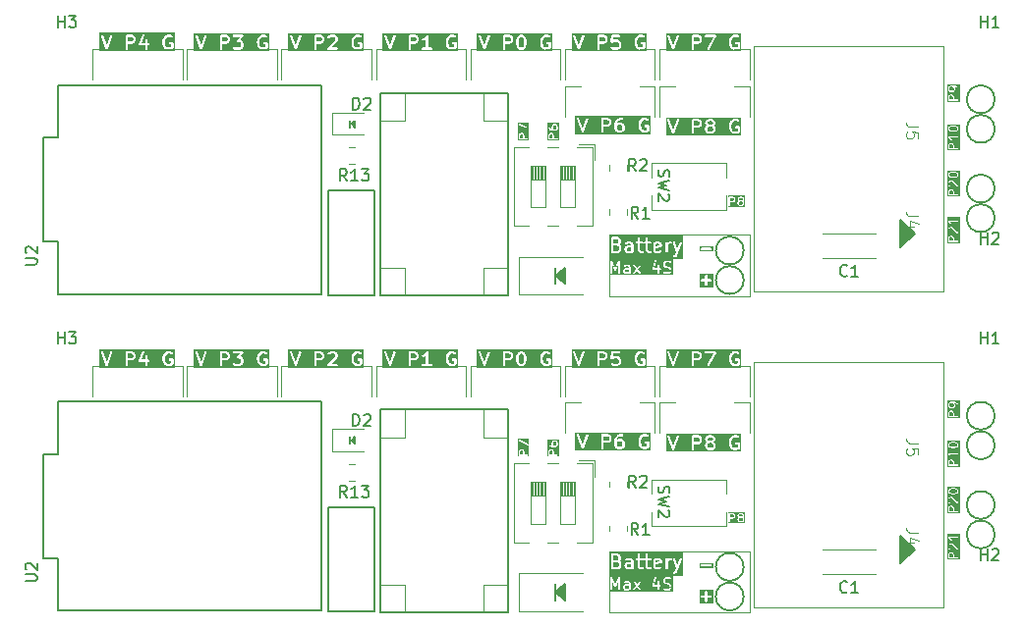
<source format=gbr>
%TF.GenerationSoftware,KiCad,Pcbnew,8.0.4*%
%TF.CreationDate,2024-09-16T11:13:22-03:00*%
%TF.ProjectId,Mini-C3-panelized,4d696e69-2d43-4332-9d70-616e656c697a,rev?*%
%TF.SameCoordinates,Original*%
%TF.FileFunction,Legend,Top*%
%TF.FilePolarity,Positive*%
%FSLAX46Y46*%
G04 Gerber Fmt 4.6, Leading zero omitted, Abs format (unit mm)*
G04 Created by KiCad (PCBNEW 8.0.4) date 2024-09-16 11:13:22*
%MOMM*%
%LPD*%
G01*
G04 APERTURE LIST*
%ADD10C,0.120000*%
%ADD11C,0.200000*%
%ADD12C,0.150000*%
%ADD13C,0.100000*%
%ADD14C,0.127000*%
G04 APERTURE END LIST*
D10*
G36*
X148000113Y-38088622D02*
G01*
X148020710Y-38112162D01*
X148045300Y-38168364D01*
X148045300Y-38400576D01*
X147798633Y-38400576D01*
X147798633Y-38168363D01*
X147823222Y-38112161D01*
X147843818Y-38088623D01*
X147887900Y-38063433D01*
X147956032Y-38063433D01*
X148000113Y-38088622D01*
G37*
G36*
X148576293Y-38598354D02*
G01*
X147600855Y-38598354D01*
X147600855Y-38155814D01*
X147678633Y-38155814D01*
X147678633Y-38460576D01*
X147683200Y-38483537D01*
X147715672Y-38516009D01*
X147738633Y-38520576D01*
X148438633Y-38520576D01*
X148461594Y-38516009D01*
X148494066Y-38483537D01*
X148494066Y-38437615D01*
X148461594Y-38405143D01*
X148438633Y-38400576D01*
X148165300Y-38400576D01*
X148165300Y-38155814D01*
X148165140Y-38155011D01*
X148165289Y-38154631D01*
X148162901Y-38143757D01*
X148160733Y-38132853D01*
X148160444Y-38132564D01*
X148160269Y-38131764D01*
X148126935Y-38055574D01*
X148121689Y-38048049D01*
X148117120Y-38040114D01*
X148083788Y-38002019D01*
X148075901Y-37995952D01*
X148068402Y-37989435D01*
X148001735Y-37951339D01*
X147996522Y-37949595D01*
X147994927Y-37948000D01*
X147987099Y-37946443D01*
X147979533Y-37943912D01*
X147977357Y-37944505D01*
X147971966Y-37943433D01*
X147871966Y-37943433D01*
X147866574Y-37944505D01*
X147864398Y-37943912D01*
X147856831Y-37946443D01*
X147849005Y-37948000D01*
X147847409Y-37949595D01*
X147842197Y-37951339D01*
X147775531Y-37989435D01*
X147768026Y-37995957D01*
X147760146Y-38002018D01*
X147726812Y-38040113D01*
X147722236Y-38048057D01*
X147716997Y-38055575D01*
X147683664Y-38131765D01*
X147683488Y-38132564D01*
X147683200Y-38132853D01*
X147681030Y-38143762D01*
X147678644Y-38154631D01*
X147678792Y-38155011D01*
X147678633Y-38155814D01*
X147600855Y-38155814D01*
X147600855Y-37203433D01*
X147678633Y-37203433D01*
X147678633Y-37736767D01*
X147683200Y-37759728D01*
X147715672Y-37792200D01*
X147761594Y-37792200D01*
X147794066Y-37759728D01*
X147798633Y-37736767D01*
X147798633Y-37299631D01*
X148412241Y-37600175D01*
X148434870Y-37606173D01*
X148478315Y-37591295D01*
X148498515Y-37550054D01*
X148483637Y-37506609D01*
X148465025Y-37492407D01*
X147765025Y-37149549D01*
X147762464Y-37148870D01*
X147761594Y-37148000D01*
X147759181Y-37148000D01*
X147742396Y-37143551D01*
X147729405Y-37148000D01*
X147715672Y-37148000D01*
X147708519Y-37155152D01*
X147698951Y-37158429D01*
X147692910Y-37170761D01*
X147683200Y-37180472D01*
X147679812Y-37197502D01*
X147678751Y-37199670D01*
X147679149Y-37200834D01*
X147678633Y-37203433D01*
X147600855Y-37203433D01*
X147600855Y-37065773D01*
X148576293Y-37065773D01*
X148576293Y-38598354D01*
G37*
D11*
G36*
X156550962Y-37290757D02*
G01*
X156584248Y-37321270D01*
X156621220Y-37389052D01*
X156621220Y-37599956D01*
X156584248Y-37667738D01*
X156550963Y-37698249D01*
X156470824Y-37734980D01*
X156285902Y-37734980D01*
X156205762Y-37698249D01*
X156172476Y-37667738D01*
X156135506Y-37599957D01*
X156135506Y-37389051D01*
X156172476Y-37321270D01*
X156205764Y-37290757D01*
X156285901Y-37254028D01*
X156470824Y-37254028D01*
X156550962Y-37290757D01*
G37*
G36*
X155408106Y-36871710D02*
G01*
X155441391Y-36902222D01*
X155478363Y-36970004D01*
X155478363Y-37076146D01*
X155441391Y-37143928D01*
X155408106Y-37174440D01*
X155327967Y-37211171D01*
X154992649Y-37211171D01*
X154992649Y-36834980D01*
X155327967Y-36834980D01*
X155408106Y-36871710D01*
G37*
G36*
X159057728Y-38057202D02*
G01*
X152557300Y-38057202D01*
X152557300Y-36750163D01*
X152679522Y-36750163D01*
X152684384Y-36769154D01*
X153084384Y-37869154D01*
X153092856Y-37886832D01*
X153095857Y-37890109D01*
X153097736Y-37894135D01*
X153108943Y-37904399D01*
X153119208Y-37915607D01*
X153123233Y-37917485D01*
X153126511Y-37920487D01*
X153140799Y-37925682D01*
X153154566Y-37932107D01*
X153159002Y-37932302D01*
X153163180Y-37933821D01*
X153178363Y-37933153D01*
X153193546Y-37933821D01*
X153197723Y-37932302D01*
X153202160Y-37932107D01*
X153215926Y-37925682D01*
X153230215Y-37920487D01*
X153233492Y-37917485D01*
X153237518Y-37915607D01*
X153247782Y-37904399D01*
X153258990Y-37894135D01*
X153260868Y-37890109D01*
X153263870Y-37886832D01*
X153272342Y-37869154D01*
X153672342Y-36769154D01*
X153677204Y-36750163D01*
X153676536Y-36734980D01*
X154792649Y-36734980D01*
X154792649Y-37834980D01*
X154794570Y-37854489D01*
X154809502Y-37890537D01*
X154837092Y-37918127D01*
X154873140Y-37933059D01*
X154912158Y-37933059D01*
X154948206Y-37918127D01*
X154975796Y-37890537D01*
X154990728Y-37854489D01*
X154992649Y-37834980D01*
X154992649Y-37411171D01*
X155349792Y-37411171D01*
X155369301Y-37409250D01*
X155371039Y-37408529D01*
X155372922Y-37408460D01*
X155391458Y-37402077D01*
X155505742Y-37349696D01*
X155513505Y-37345169D01*
X155515970Y-37344272D01*
X155519191Y-37341854D01*
X155522677Y-37339822D01*
X155524463Y-37337897D01*
X155531649Y-37332505D01*
X155588792Y-37280125D01*
X155595944Y-37272143D01*
X155597981Y-37270501D01*
X155599761Y-37267883D01*
X155601875Y-37265526D01*
X155602980Y-37263154D01*
X155609010Y-37254294D01*
X155635129Y-37206409D01*
X155935506Y-37206409D01*
X155935506Y-37625457D01*
X155937427Y-37644966D01*
X155939487Y-37649941D01*
X155940061Y-37655296D01*
X155947716Y-37673342D01*
X156004859Y-37778104D01*
X156010888Y-37786964D01*
X156011994Y-37789336D01*
X156014106Y-37791693D01*
X156015888Y-37794311D01*
X156017925Y-37795954D01*
X156025077Y-37803934D01*
X156082219Y-37856315D01*
X156089406Y-37861708D01*
X156091192Y-37863632D01*
X156094677Y-37865664D01*
X156097899Y-37868082D01*
X156100361Y-37868978D01*
X156108127Y-37873507D01*
X156222412Y-37925887D01*
X156240947Y-37932269D01*
X156242829Y-37932338D01*
X156244568Y-37933059D01*
X156264077Y-37934980D01*
X156492649Y-37934980D01*
X156512158Y-37933059D01*
X156513896Y-37932338D01*
X156515778Y-37932269D01*
X156534314Y-37925887D01*
X156648600Y-37873507D01*
X156656364Y-37868979D01*
X156658829Y-37868082D01*
X156662053Y-37865662D01*
X156665535Y-37863632D01*
X156667319Y-37861709D01*
X156674508Y-37856315D01*
X156731650Y-37803934D01*
X156738802Y-37795953D01*
X156740838Y-37794311D01*
X156742618Y-37791694D01*
X156744733Y-37789335D01*
X156745838Y-37786962D01*
X156751867Y-37778104D01*
X156809009Y-37673342D01*
X156816665Y-37655296D01*
X156817238Y-37649941D01*
X156819299Y-37644966D01*
X156821220Y-37625457D01*
X156821220Y-37363552D01*
X156819299Y-37344043D01*
X156817238Y-37339067D01*
X156816665Y-37333713D01*
X156809009Y-37315667D01*
X156751867Y-37210905D01*
X156748807Y-37206409D01*
X157992649Y-37206409D01*
X157992649Y-37363552D01*
X157993143Y-37368569D01*
X157992893Y-37370537D01*
X157993950Y-37376766D01*
X157994570Y-37383061D01*
X157995329Y-37384895D01*
X157996173Y-37389864D01*
X158053315Y-37599387D01*
X158054224Y-37601771D01*
X158054347Y-37602915D01*
X158057462Y-37610260D01*
X158060302Y-37617703D01*
X158061005Y-37618610D01*
X158062002Y-37620961D01*
X158119145Y-37725723D01*
X158125173Y-37734581D01*
X158126279Y-37736954D01*
X158128393Y-37739313D01*
X158130174Y-37741930D01*
X158132209Y-37743572D01*
X158139362Y-37751553D01*
X158253647Y-37856315D01*
X158269326Y-37868082D01*
X158271841Y-37868997D01*
X158273903Y-37870697D01*
X158291999Y-37878235D01*
X158463428Y-37930615D01*
X158470834Y-37932104D01*
X158473140Y-37933059D01*
X158477930Y-37933530D01*
X158482647Y-37934479D01*
X158485129Y-37934239D01*
X158492649Y-37934980D01*
X158606935Y-37934980D01*
X158614455Y-37934239D01*
X158616938Y-37934479D01*
X158621655Y-37933530D01*
X158626444Y-37933059D01*
X158628748Y-37932104D01*
X158636156Y-37930615D01*
X158807585Y-37878235D01*
X158825681Y-37870697D01*
X158827744Y-37868996D01*
X158830256Y-37868082D01*
X158845935Y-37856315D01*
X158903078Y-37803935D01*
X158916161Y-37789336D01*
X158917093Y-37787335D01*
X158918653Y-37785776D01*
X158925306Y-37769712D01*
X158932644Y-37753970D01*
X158932739Y-37751768D01*
X158933585Y-37749728D01*
X158935506Y-37730219D01*
X158935506Y-37363552D01*
X158933585Y-37344043D01*
X158918653Y-37307995D01*
X158891063Y-37280405D01*
X158855015Y-37265473D01*
X158835506Y-37263552D01*
X158606935Y-37263552D01*
X158587426Y-37265473D01*
X158551378Y-37280405D01*
X158523788Y-37307995D01*
X158508856Y-37344043D01*
X158508856Y-37383061D01*
X158523788Y-37419109D01*
X158551378Y-37446699D01*
X158587426Y-37461631D01*
X158606935Y-37463552D01*
X158735506Y-37463552D01*
X158735506Y-37686229D01*
X158727484Y-37693582D01*
X158592000Y-37734980D01*
X158507584Y-37734980D01*
X158372099Y-37693582D01*
X158286762Y-37615356D01*
X158243186Y-37535466D01*
X158192649Y-37350161D01*
X158192649Y-37219799D01*
X158243186Y-37034494D01*
X158286762Y-36954604D01*
X158372099Y-36876378D01*
X158507586Y-36834980D01*
X158642253Y-36834980D01*
X158736697Y-36878267D01*
X158755232Y-36884650D01*
X158794224Y-36886095D01*
X158830800Y-36872510D01*
X158859394Y-36845961D01*
X158875651Y-36810491D01*
X158877097Y-36771500D01*
X158863511Y-36734923D01*
X158836963Y-36706329D01*
X158820028Y-36696455D01*
X158705744Y-36644074D01*
X158687208Y-36637691D01*
X158685325Y-36637621D01*
X158683587Y-36636901D01*
X158664078Y-36634980D01*
X158492649Y-36634980D01*
X158485128Y-36635720D01*
X158482646Y-36635481D01*
X158477928Y-36636429D01*
X158473140Y-36636901D01*
X158470835Y-36637855D01*
X158463427Y-36639345D01*
X158291998Y-36691726D01*
X158273902Y-36699264D01*
X158271839Y-36700963D01*
X158269326Y-36701879D01*
X158253647Y-36713646D01*
X158139362Y-36818408D01*
X158132209Y-36826388D01*
X158130174Y-36828031D01*
X158128393Y-36830647D01*
X158126279Y-36833007D01*
X158125173Y-36835379D01*
X158119145Y-36844238D01*
X158062002Y-36949000D01*
X158061005Y-36951350D01*
X158060302Y-36952258D01*
X158057462Y-36959700D01*
X158054347Y-36967046D01*
X158054224Y-36968189D01*
X158053315Y-36970574D01*
X157996173Y-37180097D01*
X157995329Y-37185065D01*
X157994570Y-37186900D01*
X157993950Y-37193194D01*
X157992893Y-37199424D01*
X157993143Y-37201391D01*
X157992649Y-37206409D01*
X156748807Y-37206409D01*
X156745838Y-37202046D01*
X156744733Y-37199674D01*
X156742618Y-37197314D01*
X156740838Y-37194698D01*
X156738802Y-37193055D01*
X156731650Y-37185075D01*
X156674508Y-37132694D01*
X156667319Y-37127299D01*
X156665535Y-37125377D01*
X156662053Y-37123346D01*
X156658829Y-37120927D01*
X156656364Y-37120029D01*
X156648600Y-37115502D01*
X156534314Y-37063121D01*
X156515779Y-37056739D01*
X156513896Y-37056669D01*
X156512158Y-37055949D01*
X156492649Y-37054028D01*
X156264077Y-37054028D01*
X156244568Y-37055949D01*
X156242829Y-37056669D01*
X156240946Y-37056739D01*
X156222411Y-37063122D01*
X156171925Y-37086261D01*
X156184302Y-37040880D01*
X156281906Y-36906674D01*
X156320048Y-36871710D01*
X156400189Y-36834980D01*
X156606935Y-36834980D01*
X156626444Y-36833059D01*
X156662492Y-36818127D01*
X156690082Y-36790537D01*
X156705014Y-36754489D01*
X156705014Y-36715471D01*
X156690082Y-36679423D01*
X156662492Y-36651833D01*
X156626444Y-36636901D01*
X156606935Y-36634980D01*
X156378363Y-36634980D01*
X156358854Y-36636901D01*
X156357115Y-36637621D01*
X156355233Y-36637691D01*
X156336697Y-36644074D01*
X156222412Y-36696454D01*
X156214647Y-36700981D01*
X156212183Y-36701879D01*
X156208958Y-36704298D01*
X156205477Y-36706329D01*
X156203692Y-36708251D01*
X156196504Y-36713646D01*
X156139362Y-36766027D01*
X156139196Y-36766211D01*
X156139090Y-36766277D01*
X156132707Y-36773452D01*
X156126279Y-36780626D01*
X156126226Y-36780739D01*
X156126061Y-36780925D01*
X156011775Y-36938068D01*
X156004353Y-36950716D01*
X156003159Y-36952258D01*
X156002621Y-36953667D01*
X156001854Y-36954975D01*
X156001395Y-36956880D01*
X155996172Y-36970574D01*
X155939030Y-37180097D01*
X155938186Y-37185065D01*
X155937427Y-37186900D01*
X155936807Y-37193194D01*
X155935750Y-37199424D01*
X155936000Y-37201391D01*
X155935506Y-37206409D01*
X155635129Y-37206409D01*
X155666152Y-37149532D01*
X155673808Y-37131486D01*
X155674381Y-37126131D01*
X155676442Y-37121156D01*
X155678363Y-37101647D01*
X155678363Y-36944504D01*
X155676442Y-36924995D01*
X155674381Y-36920019D01*
X155673808Y-36914665D01*
X155666152Y-36896619D01*
X155609010Y-36791857D01*
X155602980Y-36782996D01*
X155601875Y-36780625D01*
X155599761Y-36778267D01*
X155597981Y-36775650D01*
X155595944Y-36774007D01*
X155588792Y-36766026D01*
X155531649Y-36713646D01*
X155524463Y-36708253D01*
X155522677Y-36706329D01*
X155519191Y-36704296D01*
X155515970Y-36701879D01*
X155513505Y-36700981D01*
X155505742Y-36696455D01*
X155391458Y-36644074D01*
X155372922Y-36637691D01*
X155371039Y-36637621D01*
X155369301Y-36636901D01*
X155349792Y-36634980D01*
X154892649Y-36634980D01*
X154873140Y-36636901D01*
X154837092Y-36651833D01*
X154809502Y-36679423D01*
X154794570Y-36715471D01*
X154792649Y-36734980D01*
X153676536Y-36734980D01*
X153675490Y-36711183D01*
X153658990Y-36675825D01*
X153630215Y-36649473D01*
X153593546Y-36636139D01*
X153554566Y-36637853D01*
X153519208Y-36654353D01*
X153492856Y-36683128D01*
X153484384Y-36700806D01*
X153178363Y-37542363D01*
X152872342Y-36700806D01*
X152863870Y-36683128D01*
X152837518Y-36654353D01*
X152802160Y-36637853D01*
X152763180Y-36636139D01*
X152726511Y-36649473D01*
X152697736Y-36675825D01*
X152681236Y-36711183D01*
X152679522Y-36750163D01*
X152557300Y-36750163D01*
X152557300Y-36512758D01*
X159057728Y-36512758D01*
X159057728Y-38057202D01*
G37*
G36*
X122541439Y-29721710D02*
G01*
X122574724Y-29752222D01*
X122611696Y-29820004D01*
X122611696Y-29926146D01*
X122574724Y-29993928D01*
X122541439Y-30024440D01*
X122461300Y-30061171D01*
X122125982Y-30061171D01*
X122125982Y-29684980D01*
X122461300Y-29684980D01*
X122541439Y-29721710D01*
G37*
G36*
X126191061Y-30907202D02*
G01*
X119690633Y-30907202D01*
X119690633Y-29600163D01*
X119812855Y-29600163D01*
X119817717Y-29619154D01*
X120217717Y-30719154D01*
X120226189Y-30736832D01*
X120229190Y-30740109D01*
X120231069Y-30744135D01*
X120242276Y-30754399D01*
X120252541Y-30765607D01*
X120256566Y-30767485D01*
X120259844Y-30770487D01*
X120274132Y-30775682D01*
X120287899Y-30782107D01*
X120292335Y-30782302D01*
X120296513Y-30783821D01*
X120311696Y-30783153D01*
X120326879Y-30783821D01*
X120331056Y-30782302D01*
X120335493Y-30782107D01*
X120349259Y-30775682D01*
X120363548Y-30770487D01*
X120366825Y-30767485D01*
X120370851Y-30765607D01*
X120381115Y-30754399D01*
X120392323Y-30744135D01*
X120394201Y-30740109D01*
X120397203Y-30736832D01*
X120405675Y-30719154D01*
X120805675Y-29619154D01*
X120810537Y-29600163D01*
X120809869Y-29584980D01*
X121925982Y-29584980D01*
X121925982Y-30684980D01*
X121927903Y-30704489D01*
X121942835Y-30740537D01*
X121970425Y-30768127D01*
X122006473Y-30783059D01*
X122045491Y-30783059D01*
X122081539Y-30768127D01*
X122109129Y-30740537D01*
X122124061Y-30704489D01*
X122125982Y-30684980D01*
X122125982Y-30564989D01*
X123012863Y-30564989D01*
X123014557Y-30603970D01*
X123031041Y-30639336D01*
X123044124Y-30653934D01*
X123101266Y-30706315D01*
X123108456Y-30711710D01*
X123110240Y-30713632D01*
X123113721Y-30715662D01*
X123116946Y-30718082D01*
X123119409Y-30718979D01*
X123127174Y-30723507D01*
X123241460Y-30775887D01*
X123259996Y-30782269D01*
X123261877Y-30782338D01*
X123263616Y-30783059D01*
X123283125Y-30784980D01*
X123625982Y-30784980D01*
X123645491Y-30783059D01*
X123647229Y-30782338D01*
X123649111Y-30782269D01*
X123667647Y-30775887D01*
X123781933Y-30723507D01*
X123789697Y-30718979D01*
X123792162Y-30718082D01*
X123795386Y-30715662D01*
X123798868Y-30713632D01*
X123800652Y-30711709D01*
X123807841Y-30706315D01*
X123864983Y-30653934D01*
X123872135Y-30645953D01*
X123874171Y-30644311D01*
X123875951Y-30641694D01*
X123878066Y-30639335D01*
X123879171Y-30636962D01*
X123885200Y-30628104D01*
X123942342Y-30523342D01*
X123949998Y-30505296D01*
X123950571Y-30499941D01*
X123952632Y-30494966D01*
X123954553Y-30475457D01*
X123954553Y-30213552D01*
X123952632Y-30194043D01*
X123950571Y-30189067D01*
X123949998Y-30183713D01*
X123942342Y-30165667D01*
X123885200Y-30060905D01*
X123882140Y-30056409D01*
X125125982Y-30056409D01*
X125125982Y-30213552D01*
X125126476Y-30218569D01*
X125126226Y-30220537D01*
X125127283Y-30226766D01*
X125127903Y-30233061D01*
X125128662Y-30234895D01*
X125129506Y-30239864D01*
X125186648Y-30449387D01*
X125187557Y-30451771D01*
X125187680Y-30452915D01*
X125190795Y-30460260D01*
X125193635Y-30467703D01*
X125194338Y-30468610D01*
X125195335Y-30470961D01*
X125252478Y-30575723D01*
X125258506Y-30584581D01*
X125259612Y-30586954D01*
X125261726Y-30589313D01*
X125263507Y-30591930D01*
X125265542Y-30593572D01*
X125272695Y-30601553D01*
X125386980Y-30706315D01*
X125402659Y-30718082D01*
X125405174Y-30718997D01*
X125407236Y-30720697D01*
X125425332Y-30728235D01*
X125596761Y-30780615D01*
X125604167Y-30782104D01*
X125606473Y-30783059D01*
X125611263Y-30783530D01*
X125615980Y-30784479D01*
X125618462Y-30784239D01*
X125625982Y-30784980D01*
X125740268Y-30784980D01*
X125747788Y-30784239D01*
X125750271Y-30784479D01*
X125754988Y-30783530D01*
X125759777Y-30783059D01*
X125762081Y-30782104D01*
X125769489Y-30780615D01*
X125940918Y-30728235D01*
X125959014Y-30720697D01*
X125961077Y-30718996D01*
X125963589Y-30718082D01*
X125979268Y-30706315D01*
X126036411Y-30653935D01*
X126049494Y-30639336D01*
X126050426Y-30637335D01*
X126051986Y-30635776D01*
X126058639Y-30619712D01*
X126065977Y-30603970D01*
X126066072Y-30601768D01*
X126066918Y-30599728D01*
X126068839Y-30580219D01*
X126068839Y-30213552D01*
X126066918Y-30194043D01*
X126051986Y-30157995D01*
X126024396Y-30130405D01*
X125988348Y-30115473D01*
X125968839Y-30113552D01*
X125740268Y-30113552D01*
X125720759Y-30115473D01*
X125684711Y-30130405D01*
X125657121Y-30157995D01*
X125642189Y-30194043D01*
X125642189Y-30233061D01*
X125657121Y-30269109D01*
X125684711Y-30296699D01*
X125720759Y-30311631D01*
X125740268Y-30313552D01*
X125868839Y-30313552D01*
X125868839Y-30536229D01*
X125860817Y-30543582D01*
X125725333Y-30584980D01*
X125640917Y-30584980D01*
X125505432Y-30543582D01*
X125420095Y-30465356D01*
X125376519Y-30385466D01*
X125325982Y-30200161D01*
X125325982Y-30069799D01*
X125376519Y-29884494D01*
X125420095Y-29804604D01*
X125505432Y-29726378D01*
X125640919Y-29684980D01*
X125775586Y-29684980D01*
X125870030Y-29728267D01*
X125888565Y-29734650D01*
X125927557Y-29736095D01*
X125964133Y-29722510D01*
X125992727Y-29695961D01*
X126008984Y-29660491D01*
X126010430Y-29621500D01*
X125996844Y-29584923D01*
X125970296Y-29556329D01*
X125953361Y-29546455D01*
X125839077Y-29494074D01*
X125820541Y-29487691D01*
X125818658Y-29487621D01*
X125816920Y-29486901D01*
X125797411Y-29484980D01*
X125625982Y-29484980D01*
X125618461Y-29485720D01*
X125615979Y-29485481D01*
X125611261Y-29486429D01*
X125606473Y-29486901D01*
X125604168Y-29487855D01*
X125596760Y-29489345D01*
X125425331Y-29541726D01*
X125407235Y-29549264D01*
X125405172Y-29550963D01*
X125402659Y-29551879D01*
X125386980Y-29563646D01*
X125272695Y-29668408D01*
X125265542Y-29676388D01*
X125263507Y-29678031D01*
X125261726Y-29680647D01*
X125259612Y-29683007D01*
X125258506Y-29685379D01*
X125252478Y-29694238D01*
X125195335Y-29799000D01*
X125194338Y-29801350D01*
X125193635Y-29802258D01*
X125190795Y-29809700D01*
X125187680Y-29817046D01*
X125187557Y-29818189D01*
X125186648Y-29820574D01*
X125129506Y-30030097D01*
X125128662Y-30035065D01*
X125127903Y-30036900D01*
X125127283Y-30043194D01*
X125126226Y-30049424D01*
X125126476Y-30051391D01*
X125125982Y-30056409D01*
X123882140Y-30056409D01*
X123879171Y-30052046D01*
X123878066Y-30049674D01*
X123875951Y-30047314D01*
X123874171Y-30044698D01*
X123872135Y-30043055D01*
X123864983Y-30035075D01*
X123807841Y-29982694D01*
X123800652Y-29977299D01*
X123798868Y-29975377D01*
X123795386Y-29973346D01*
X123792162Y-29970927D01*
X123789697Y-29970029D01*
X123781933Y-29965502D01*
X123675943Y-29916923D01*
X123926889Y-29654028D01*
X123936530Y-29641706D01*
X123937700Y-29640537D01*
X123937986Y-29639846D01*
X123938970Y-29638589D01*
X123945607Y-29621447D01*
X123952632Y-29604489D01*
X123952632Y-29603305D01*
X123953059Y-29602203D01*
X123952632Y-29583859D01*
X123952632Y-29565471D01*
X123952178Y-29564376D01*
X123952151Y-29563196D01*
X123944732Y-29546400D01*
X123937700Y-29529423D01*
X123936864Y-29528587D01*
X123936386Y-29527504D01*
X123923076Y-29514799D01*
X123910110Y-29501833D01*
X123909019Y-29501381D01*
X123908162Y-29500563D01*
X123891020Y-29493925D01*
X123874062Y-29486901D01*
X123872475Y-29486744D01*
X123871776Y-29486474D01*
X123870117Y-29486512D01*
X123854553Y-29484980D01*
X123111696Y-29484980D01*
X123092187Y-29486901D01*
X123056139Y-29501833D01*
X123028549Y-29529423D01*
X123013617Y-29565471D01*
X123013617Y-29604489D01*
X123028549Y-29640537D01*
X123056139Y-29668127D01*
X123092187Y-29683059D01*
X123111696Y-29684980D01*
X123620853Y-29684980D01*
X123382217Y-29934980D01*
X123372575Y-29947301D01*
X123371406Y-29948471D01*
X123371119Y-29949161D01*
X123370136Y-29950419D01*
X123363498Y-29967560D01*
X123356474Y-29984519D01*
X123356474Y-29985702D01*
X123356047Y-29986805D01*
X123356474Y-30005148D01*
X123356474Y-30023537D01*
X123356927Y-30024631D01*
X123356955Y-30025812D01*
X123364373Y-30042607D01*
X123371406Y-30059585D01*
X123372241Y-30060420D01*
X123372720Y-30061504D01*
X123386029Y-30074208D01*
X123398996Y-30087175D01*
X123400086Y-30087626D01*
X123400944Y-30088445D01*
X123418085Y-30095082D01*
X123435044Y-30102107D01*
X123436630Y-30102263D01*
X123437330Y-30102534D01*
X123438988Y-30102495D01*
X123454553Y-30104028D01*
X123604157Y-30104028D01*
X123684295Y-30140757D01*
X123717581Y-30171270D01*
X123754553Y-30239052D01*
X123754553Y-30449956D01*
X123717581Y-30517738D01*
X123684296Y-30548249D01*
X123604157Y-30584980D01*
X123304950Y-30584980D01*
X123224809Y-30548249D01*
X123179268Y-30506504D01*
X123163589Y-30494737D01*
X123126926Y-30481386D01*
X123087945Y-30483080D01*
X123052579Y-30499564D01*
X123026214Y-30528326D01*
X123012863Y-30564989D01*
X122125982Y-30564989D01*
X122125982Y-30261171D01*
X122483125Y-30261171D01*
X122502634Y-30259250D01*
X122504372Y-30258529D01*
X122506255Y-30258460D01*
X122524791Y-30252077D01*
X122639075Y-30199696D01*
X122646838Y-30195169D01*
X122649303Y-30194272D01*
X122652524Y-30191854D01*
X122656010Y-30189822D01*
X122657796Y-30187897D01*
X122664982Y-30182505D01*
X122722125Y-30130125D01*
X122729277Y-30122143D01*
X122731314Y-30120501D01*
X122733094Y-30117883D01*
X122735208Y-30115526D01*
X122736313Y-30113154D01*
X122742343Y-30104294D01*
X122799485Y-29999532D01*
X122807141Y-29981486D01*
X122807714Y-29976131D01*
X122809775Y-29971156D01*
X122811696Y-29951647D01*
X122811696Y-29794504D01*
X122809775Y-29774995D01*
X122807714Y-29770019D01*
X122807141Y-29764665D01*
X122799485Y-29746619D01*
X122742343Y-29641857D01*
X122736313Y-29632996D01*
X122735208Y-29630625D01*
X122733094Y-29628267D01*
X122731314Y-29625650D01*
X122729277Y-29624007D01*
X122722125Y-29616026D01*
X122664982Y-29563646D01*
X122657796Y-29558253D01*
X122656010Y-29556329D01*
X122652524Y-29554296D01*
X122649303Y-29551879D01*
X122646838Y-29550981D01*
X122639075Y-29546455D01*
X122524791Y-29494074D01*
X122506255Y-29487691D01*
X122504372Y-29487621D01*
X122502634Y-29486901D01*
X122483125Y-29484980D01*
X122025982Y-29484980D01*
X122006473Y-29486901D01*
X121970425Y-29501833D01*
X121942835Y-29529423D01*
X121927903Y-29565471D01*
X121925982Y-29584980D01*
X120809869Y-29584980D01*
X120808823Y-29561183D01*
X120792323Y-29525825D01*
X120763548Y-29499473D01*
X120726879Y-29486139D01*
X120687899Y-29487853D01*
X120652541Y-29504353D01*
X120626189Y-29533128D01*
X120617717Y-29550806D01*
X120311696Y-30392363D01*
X120005675Y-29550806D01*
X119997203Y-29533128D01*
X119970851Y-29504353D01*
X119935493Y-29487853D01*
X119896513Y-29486139D01*
X119859844Y-29499473D01*
X119831069Y-29525825D01*
X119814569Y-29561183D01*
X119812855Y-29600163D01*
X119690633Y-29600163D01*
X119690633Y-29362758D01*
X126191061Y-29362758D01*
X126191061Y-30907202D01*
G37*
G36*
X156550962Y-64590757D02*
G01*
X156584248Y-64621270D01*
X156621220Y-64689052D01*
X156621220Y-64899956D01*
X156584248Y-64967738D01*
X156550963Y-64998249D01*
X156470824Y-65034980D01*
X156285902Y-65034980D01*
X156205762Y-64998249D01*
X156172476Y-64967738D01*
X156135506Y-64899957D01*
X156135506Y-64689051D01*
X156172476Y-64621270D01*
X156205764Y-64590757D01*
X156285901Y-64554028D01*
X156470824Y-64554028D01*
X156550962Y-64590757D01*
G37*
G36*
X155408106Y-64171710D02*
G01*
X155441391Y-64202222D01*
X155478363Y-64270004D01*
X155478363Y-64376146D01*
X155441391Y-64443928D01*
X155408106Y-64474440D01*
X155327967Y-64511171D01*
X154992649Y-64511171D01*
X154992649Y-64134980D01*
X155327967Y-64134980D01*
X155408106Y-64171710D01*
G37*
G36*
X159057728Y-65357202D02*
G01*
X152557300Y-65357202D01*
X152557300Y-64050163D01*
X152679522Y-64050163D01*
X152684384Y-64069154D01*
X153084384Y-65169154D01*
X153092856Y-65186832D01*
X153095857Y-65190109D01*
X153097736Y-65194135D01*
X153108943Y-65204399D01*
X153119208Y-65215607D01*
X153123233Y-65217485D01*
X153126511Y-65220487D01*
X153140799Y-65225682D01*
X153154566Y-65232107D01*
X153159002Y-65232302D01*
X153163180Y-65233821D01*
X153178363Y-65233153D01*
X153193546Y-65233821D01*
X153197723Y-65232302D01*
X153202160Y-65232107D01*
X153215926Y-65225682D01*
X153230215Y-65220487D01*
X153233492Y-65217485D01*
X153237518Y-65215607D01*
X153247782Y-65204399D01*
X153258990Y-65194135D01*
X153260868Y-65190109D01*
X153263870Y-65186832D01*
X153272342Y-65169154D01*
X153672342Y-64069154D01*
X153677204Y-64050163D01*
X153676536Y-64034980D01*
X154792649Y-64034980D01*
X154792649Y-65134980D01*
X154794570Y-65154489D01*
X154809502Y-65190537D01*
X154837092Y-65218127D01*
X154873140Y-65233059D01*
X154912158Y-65233059D01*
X154948206Y-65218127D01*
X154975796Y-65190537D01*
X154990728Y-65154489D01*
X154992649Y-65134980D01*
X154992649Y-64711171D01*
X155349792Y-64711171D01*
X155369301Y-64709250D01*
X155371039Y-64708529D01*
X155372922Y-64708460D01*
X155391458Y-64702077D01*
X155505742Y-64649696D01*
X155513505Y-64645169D01*
X155515970Y-64644272D01*
X155519191Y-64641854D01*
X155522677Y-64639822D01*
X155524463Y-64637897D01*
X155531649Y-64632505D01*
X155588792Y-64580125D01*
X155595944Y-64572143D01*
X155597981Y-64570501D01*
X155599761Y-64567883D01*
X155601875Y-64565526D01*
X155602980Y-64563154D01*
X155609010Y-64554294D01*
X155635129Y-64506409D01*
X155935506Y-64506409D01*
X155935506Y-64925457D01*
X155937427Y-64944966D01*
X155939487Y-64949941D01*
X155940061Y-64955296D01*
X155947716Y-64973342D01*
X156004859Y-65078104D01*
X156010888Y-65086964D01*
X156011994Y-65089336D01*
X156014106Y-65091693D01*
X156015888Y-65094311D01*
X156017925Y-65095954D01*
X156025077Y-65103934D01*
X156082219Y-65156315D01*
X156089406Y-65161708D01*
X156091192Y-65163632D01*
X156094677Y-65165664D01*
X156097899Y-65168082D01*
X156100361Y-65168978D01*
X156108127Y-65173507D01*
X156222412Y-65225887D01*
X156240947Y-65232269D01*
X156242829Y-65232338D01*
X156244568Y-65233059D01*
X156264077Y-65234980D01*
X156492649Y-65234980D01*
X156512158Y-65233059D01*
X156513896Y-65232338D01*
X156515778Y-65232269D01*
X156534314Y-65225887D01*
X156648600Y-65173507D01*
X156656364Y-65168979D01*
X156658829Y-65168082D01*
X156662053Y-65165662D01*
X156665535Y-65163632D01*
X156667319Y-65161709D01*
X156674508Y-65156315D01*
X156731650Y-65103934D01*
X156738802Y-65095953D01*
X156740838Y-65094311D01*
X156742618Y-65091694D01*
X156744733Y-65089335D01*
X156745838Y-65086962D01*
X156751867Y-65078104D01*
X156809009Y-64973342D01*
X156816665Y-64955296D01*
X156817238Y-64949941D01*
X156819299Y-64944966D01*
X156821220Y-64925457D01*
X156821220Y-64663552D01*
X156819299Y-64644043D01*
X156817238Y-64639067D01*
X156816665Y-64633713D01*
X156809009Y-64615667D01*
X156751867Y-64510905D01*
X156748807Y-64506409D01*
X157992649Y-64506409D01*
X157992649Y-64663552D01*
X157993143Y-64668569D01*
X157992893Y-64670537D01*
X157993950Y-64676766D01*
X157994570Y-64683061D01*
X157995329Y-64684895D01*
X157996173Y-64689864D01*
X158053315Y-64899387D01*
X158054224Y-64901771D01*
X158054347Y-64902915D01*
X158057462Y-64910260D01*
X158060302Y-64917703D01*
X158061005Y-64918610D01*
X158062002Y-64920961D01*
X158119145Y-65025723D01*
X158125173Y-65034581D01*
X158126279Y-65036954D01*
X158128393Y-65039313D01*
X158130174Y-65041930D01*
X158132209Y-65043572D01*
X158139362Y-65051553D01*
X158253647Y-65156315D01*
X158269326Y-65168082D01*
X158271841Y-65168997D01*
X158273903Y-65170697D01*
X158291999Y-65178235D01*
X158463428Y-65230615D01*
X158470834Y-65232104D01*
X158473140Y-65233059D01*
X158477930Y-65233530D01*
X158482647Y-65234479D01*
X158485129Y-65234239D01*
X158492649Y-65234980D01*
X158606935Y-65234980D01*
X158614455Y-65234239D01*
X158616938Y-65234479D01*
X158621655Y-65233530D01*
X158626444Y-65233059D01*
X158628748Y-65232104D01*
X158636156Y-65230615D01*
X158807585Y-65178235D01*
X158825681Y-65170697D01*
X158827744Y-65168996D01*
X158830256Y-65168082D01*
X158845935Y-65156315D01*
X158903078Y-65103935D01*
X158916161Y-65089336D01*
X158917093Y-65087335D01*
X158918653Y-65085776D01*
X158925306Y-65069712D01*
X158932644Y-65053970D01*
X158932739Y-65051768D01*
X158933585Y-65049728D01*
X158935506Y-65030219D01*
X158935506Y-64663552D01*
X158933585Y-64644043D01*
X158918653Y-64607995D01*
X158891063Y-64580405D01*
X158855015Y-64565473D01*
X158835506Y-64563552D01*
X158606935Y-64563552D01*
X158587426Y-64565473D01*
X158551378Y-64580405D01*
X158523788Y-64607995D01*
X158508856Y-64644043D01*
X158508856Y-64683061D01*
X158523788Y-64719109D01*
X158551378Y-64746699D01*
X158587426Y-64761631D01*
X158606935Y-64763552D01*
X158735506Y-64763552D01*
X158735506Y-64986229D01*
X158727484Y-64993582D01*
X158592000Y-65034980D01*
X158507584Y-65034980D01*
X158372099Y-64993582D01*
X158286762Y-64915356D01*
X158243186Y-64835466D01*
X158192649Y-64650161D01*
X158192649Y-64519799D01*
X158243186Y-64334494D01*
X158286762Y-64254604D01*
X158372099Y-64176378D01*
X158507586Y-64134980D01*
X158642253Y-64134980D01*
X158736697Y-64178267D01*
X158755232Y-64184650D01*
X158794224Y-64186095D01*
X158830800Y-64172510D01*
X158859394Y-64145961D01*
X158875651Y-64110491D01*
X158877097Y-64071500D01*
X158863511Y-64034923D01*
X158836963Y-64006329D01*
X158820028Y-63996455D01*
X158705744Y-63944074D01*
X158687208Y-63937691D01*
X158685325Y-63937621D01*
X158683587Y-63936901D01*
X158664078Y-63934980D01*
X158492649Y-63934980D01*
X158485128Y-63935720D01*
X158482646Y-63935481D01*
X158477928Y-63936429D01*
X158473140Y-63936901D01*
X158470835Y-63937855D01*
X158463427Y-63939345D01*
X158291998Y-63991726D01*
X158273902Y-63999264D01*
X158271839Y-64000963D01*
X158269326Y-64001879D01*
X158253647Y-64013646D01*
X158139362Y-64118408D01*
X158132209Y-64126388D01*
X158130174Y-64128031D01*
X158128393Y-64130647D01*
X158126279Y-64133007D01*
X158125173Y-64135379D01*
X158119145Y-64144238D01*
X158062002Y-64249000D01*
X158061005Y-64251350D01*
X158060302Y-64252258D01*
X158057462Y-64259700D01*
X158054347Y-64267046D01*
X158054224Y-64268189D01*
X158053315Y-64270574D01*
X157996173Y-64480097D01*
X157995329Y-64485065D01*
X157994570Y-64486900D01*
X157993950Y-64493194D01*
X157992893Y-64499424D01*
X157993143Y-64501391D01*
X157992649Y-64506409D01*
X156748807Y-64506409D01*
X156745838Y-64502046D01*
X156744733Y-64499674D01*
X156742618Y-64497314D01*
X156740838Y-64494698D01*
X156738802Y-64493055D01*
X156731650Y-64485075D01*
X156674508Y-64432694D01*
X156667319Y-64427299D01*
X156665535Y-64425377D01*
X156662053Y-64423346D01*
X156658829Y-64420927D01*
X156656364Y-64420029D01*
X156648600Y-64415502D01*
X156534314Y-64363121D01*
X156515779Y-64356739D01*
X156513896Y-64356669D01*
X156512158Y-64355949D01*
X156492649Y-64354028D01*
X156264077Y-64354028D01*
X156244568Y-64355949D01*
X156242829Y-64356669D01*
X156240946Y-64356739D01*
X156222411Y-64363122D01*
X156171925Y-64386261D01*
X156184302Y-64340880D01*
X156281906Y-64206674D01*
X156320048Y-64171710D01*
X156400189Y-64134980D01*
X156606935Y-64134980D01*
X156626444Y-64133059D01*
X156662492Y-64118127D01*
X156690082Y-64090537D01*
X156705014Y-64054489D01*
X156705014Y-64015471D01*
X156690082Y-63979423D01*
X156662492Y-63951833D01*
X156626444Y-63936901D01*
X156606935Y-63934980D01*
X156378363Y-63934980D01*
X156358854Y-63936901D01*
X156357115Y-63937621D01*
X156355233Y-63937691D01*
X156336697Y-63944074D01*
X156222412Y-63996454D01*
X156214647Y-64000981D01*
X156212183Y-64001879D01*
X156208958Y-64004298D01*
X156205477Y-64006329D01*
X156203692Y-64008251D01*
X156196504Y-64013646D01*
X156139362Y-64066027D01*
X156139196Y-64066211D01*
X156139090Y-64066277D01*
X156132707Y-64073452D01*
X156126279Y-64080626D01*
X156126226Y-64080739D01*
X156126061Y-64080925D01*
X156011775Y-64238068D01*
X156004353Y-64250716D01*
X156003159Y-64252258D01*
X156002621Y-64253667D01*
X156001854Y-64254975D01*
X156001395Y-64256880D01*
X155996172Y-64270574D01*
X155939030Y-64480097D01*
X155938186Y-64485065D01*
X155937427Y-64486900D01*
X155936807Y-64493194D01*
X155935750Y-64499424D01*
X155936000Y-64501391D01*
X155935506Y-64506409D01*
X155635129Y-64506409D01*
X155666152Y-64449532D01*
X155673808Y-64431486D01*
X155674381Y-64426131D01*
X155676442Y-64421156D01*
X155678363Y-64401647D01*
X155678363Y-64244504D01*
X155676442Y-64224995D01*
X155674381Y-64220019D01*
X155673808Y-64214665D01*
X155666152Y-64196619D01*
X155609010Y-64091857D01*
X155602980Y-64082996D01*
X155601875Y-64080625D01*
X155599761Y-64078267D01*
X155597981Y-64075650D01*
X155595944Y-64074007D01*
X155588792Y-64066026D01*
X155531649Y-64013646D01*
X155524463Y-64008253D01*
X155522677Y-64006329D01*
X155519191Y-64004296D01*
X155515970Y-64001879D01*
X155513505Y-64000981D01*
X155505742Y-63996455D01*
X155391458Y-63944074D01*
X155372922Y-63937691D01*
X155371039Y-63937621D01*
X155369301Y-63936901D01*
X155349792Y-63934980D01*
X154892649Y-63934980D01*
X154873140Y-63936901D01*
X154837092Y-63951833D01*
X154809502Y-63979423D01*
X154794570Y-64015471D01*
X154792649Y-64034980D01*
X153676536Y-64034980D01*
X153675490Y-64011183D01*
X153658990Y-63975825D01*
X153630215Y-63949473D01*
X153593546Y-63936139D01*
X153554566Y-63937853D01*
X153519208Y-63954353D01*
X153492856Y-63983128D01*
X153484384Y-64000806D01*
X153178363Y-64842363D01*
X152872342Y-64000806D01*
X152863870Y-63983128D01*
X152837518Y-63954353D01*
X152802160Y-63937853D01*
X152763180Y-63936139D01*
X152726511Y-63949473D01*
X152697736Y-63975825D01*
X152681236Y-64011183D01*
X152679522Y-64050163D01*
X152557300Y-64050163D01*
X152557300Y-63812758D01*
X159057728Y-63812758D01*
X159057728Y-65357202D01*
G37*
G36*
X164423268Y-51256409D02*
G01*
X163242983Y-51256409D01*
X163242983Y-50646757D01*
X163354094Y-50646757D01*
X163354094Y-50685775D01*
X163369026Y-50721823D01*
X163396616Y-50749413D01*
X163432664Y-50764345D01*
X163452173Y-50766266D01*
X163733125Y-50766266D01*
X163733125Y-51047219D01*
X163735046Y-51066728D01*
X163749978Y-51102776D01*
X163777568Y-51130366D01*
X163813616Y-51145298D01*
X163852634Y-51145298D01*
X163888682Y-51130366D01*
X163916272Y-51102776D01*
X163931204Y-51066728D01*
X163933125Y-51047219D01*
X163933125Y-50766266D01*
X164214078Y-50766266D01*
X164233587Y-50764345D01*
X164269635Y-50749413D01*
X164297225Y-50721823D01*
X164312157Y-50685775D01*
X164312157Y-50646757D01*
X164297225Y-50610709D01*
X164269635Y-50583119D01*
X164233587Y-50568187D01*
X164214078Y-50566266D01*
X163933125Y-50566266D01*
X163933125Y-50285314D01*
X163931204Y-50265805D01*
X163916272Y-50229757D01*
X163888682Y-50202167D01*
X163852634Y-50187235D01*
X163813616Y-50187235D01*
X163777568Y-50202167D01*
X163749978Y-50229757D01*
X163735046Y-50265805D01*
X163733125Y-50285314D01*
X163733125Y-50566266D01*
X163452173Y-50566266D01*
X163432664Y-50568187D01*
X163396616Y-50583119D01*
X163369026Y-50610709D01*
X163354094Y-50646757D01*
X163242983Y-50646757D01*
X163242983Y-50076124D01*
X164423268Y-50076124D01*
X164423268Y-51256409D01*
G37*
D10*
G36*
X150550113Y-65388622D02*
G01*
X150570710Y-65412162D01*
X150595300Y-65468364D01*
X150595300Y-65700576D01*
X150348633Y-65700576D01*
X150348633Y-65468363D01*
X150373222Y-65412161D01*
X150393818Y-65388623D01*
X150437900Y-65363433D01*
X150506032Y-65363433D01*
X150550113Y-65388622D01*
G37*
G36*
X150883448Y-64626719D02*
G01*
X150904043Y-64650255D01*
X150928633Y-64706460D01*
X150928633Y-64833741D01*
X150904045Y-64889941D01*
X150883447Y-64913481D01*
X150839366Y-64938672D01*
X150704567Y-64938672D01*
X150660483Y-64913481D01*
X150639889Y-64889944D01*
X150615300Y-64833741D01*
X150615300Y-64706461D01*
X150639888Y-64650257D01*
X150660482Y-64626719D01*
X150704567Y-64601529D01*
X150839366Y-64601529D01*
X150883448Y-64626719D01*
G37*
G36*
X151126411Y-65898354D02*
G01*
X150150855Y-65898354D01*
X150150855Y-65455814D01*
X150228633Y-65455814D01*
X150228633Y-65760576D01*
X150233200Y-65783537D01*
X150265672Y-65816009D01*
X150288633Y-65820576D01*
X150988633Y-65820576D01*
X151011594Y-65816009D01*
X151044066Y-65783537D01*
X151044066Y-65737615D01*
X151011594Y-65705143D01*
X150988633Y-65700576D01*
X150715300Y-65700576D01*
X150715300Y-65455814D01*
X150715140Y-65455011D01*
X150715289Y-65454631D01*
X150712901Y-65443757D01*
X150710733Y-65432853D01*
X150710444Y-65432564D01*
X150710269Y-65431764D01*
X150676935Y-65355574D01*
X150671689Y-65348049D01*
X150667120Y-65340114D01*
X150633788Y-65302019D01*
X150625901Y-65295952D01*
X150618402Y-65289435D01*
X150551735Y-65251339D01*
X150546522Y-65249595D01*
X150544927Y-65248000D01*
X150537099Y-65246443D01*
X150529533Y-65243912D01*
X150527357Y-65244505D01*
X150521966Y-65243433D01*
X150421966Y-65243433D01*
X150416574Y-65244505D01*
X150414398Y-65243912D01*
X150406831Y-65246443D01*
X150399005Y-65248000D01*
X150397409Y-65249595D01*
X150392197Y-65251339D01*
X150325531Y-65289435D01*
X150318026Y-65295957D01*
X150310146Y-65302018D01*
X150276812Y-65340113D01*
X150272236Y-65348057D01*
X150266997Y-65355575D01*
X150233664Y-65431765D01*
X150233488Y-65432564D01*
X150233200Y-65432853D01*
X150231030Y-65443762D01*
X150228644Y-65454631D01*
X150228792Y-65455011D01*
X150228633Y-65455814D01*
X150150855Y-65455814D01*
X150150855Y-64617719D01*
X150228633Y-64617719D01*
X150228633Y-64770100D01*
X150228792Y-64770902D01*
X150228644Y-64771282D01*
X150231033Y-64782169D01*
X150233200Y-64793061D01*
X150233487Y-64793348D01*
X150233663Y-64794149D01*
X150266996Y-64870339D01*
X150272238Y-64877860D01*
X150276812Y-64885802D01*
X150310146Y-64923897D01*
X150314937Y-64927582D01*
X150318938Y-64932112D01*
X150418938Y-65008302D01*
X150428931Y-65013188D01*
X150438816Y-65018267D01*
X150572150Y-65056363D01*
X150580454Y-65057045D01*
X150588633Y-65058672D01*
X150855300Y-65058672D01*
X150860691Y-65057599D01*
X150862868Y-65058193D01*
X150870434Y-65055661D01*
X150878261Y-65054105D01*
X150879856Y-65052509D01*
X150885069Y-65050766D01*
X150951735Y-65012670D01*
X150959236Y-65006150D01*
X150967120Y-65000087D01*
X151000454Y-64961992D01*
X151005030Y-64954045D01*
X151010269Y-64946530D01*
X151043603Y-64870340D01*
X151043778Y-64869539D01*
X151044066Y-64869252D01*
X151046232Y-64858360D01*
X151048622Y-64847473D01*
X151048473Y-64847093D01*
X151048633Y-64846291D01*
X151048633Y-64693910D01*
X151048472Y-64693105D01*
X151048621Y-64692727D01*
X151046240Y-64681883D01*
X151044066Y-64670949D01*
X151043777Y-64670660D01*
X151043602Y-64669861D01*
X151010270Y-64593670D01*
X151005027Y-64586149D01*
X151000454Y-64578208D01*
X150967120Y-64540113D01*
X150959239Y-64534052D01*
X150951735Y-64527530D01*
X150885068Y-64489434D01*
X150879855Y-64487690D01*
X150878261Y-64486096D01*
X150870434Y-64484539D01*
X150862867Y-64482008D01*
X150860691Y-64482601D01*
X150855300Y-64481529D01*
X150688633Y-64481529D01*
X150683242Y-64482601D01*
X150681067Y-64482008D01*
X150673499Y-64484539D01*
X150665672Y-64486096D01*
X150664077Y-64487690D01*
X150658865Y-64489434D01*
X150592198Y-64527529D01*
X150584688Y-64534055D01*
X150576811Y-64540114D01*
X150543478Y-64578209D01*
X150538902Y-64586153D01*
X150533663Y-64593671D01*
X150500330Y-64669861D01*
X150500154Y-64670661D01*
X150499867Y-64670949D01*
X150497700Y-64681840D01*
X150495311Y-64692728D01*
X150495459Y-64693107D01*
X150495300Y-64693910D01*
X150495300Y-64846291D01*
X150495459Y-64847093D01*
X150495311Y-64847474D01*
X150497697Y-64858342D01*
X150499867Y-64869252D01*
X150500155Y-64869540D01*
X150500331Y-64870340D01*
X150520681Y-64916856D01*
X150482663Y-64905993D01*
X150396473Y-64840325D01*
X150373220Y-64813752D01*
X150348633Y-64757548D01*
X150348633Y-64617719D01*
X150344066Y-64594758D01*
X150311594Y-64562286D01*
X150265672Y-64562286D01*
X150233200Y-64594758D01*
X150228633Y-64617719D01*
X150150855Y-64617719D01*
X150150855Y-64403751D01*
X151126411Y-64403751D01*
X151126411Y-65898354D01*
G37*
G36*
X148000113Y-65388622D02*
G01*
X148020710Y-65412162D01*
X148045300Y-65468364D01*
X148045300Y-65700576D01*
X147798633Y-65700576D01*
X147798633Y-65468363D01*
X147823222Y-65412161D01*
X147843818Y-65388623D01*
X147887900Y-65363433D01*
X147956032Y-65363433D01*
X148000113Y-65388622D01*
G37*
G36*
X148576293Y-65898354D02*
G01*
X147600855Y-65898354D01*
X147600855Y-65455814D01*
X147678633Y-65455814D01*
X147678633Y-65760576D01*
X147683200Y-65783537D01*
X147715672Y-65816009D01*
X147738633Y-65820576D01*
X148438633Y-65820576D01*
X148461594Y-65816009D01*
X148494066Y-65783537D01*
X148494066Y-65737615D01*
X148461594Y-65705143D01*
X148438633Y-65700576D01*
X148165300Y-65700576D01*
X148165300Y-65455814D01*
X148165140Y-65455011D01*
X148165289Y-65454631D01*
X148162901Y-65443757D01*
X148160733Y-65432853D01*
X148160444Y-65432564D01*
X148160269Y-65431764D01*
X148126935Y-65355574D01*
X148121689Y-65348049D01*
X148117120Y-65340114D01*
X148083788Y-65302019D01*
X148075901Y-65295952D01*
X148068402Y-65289435D01*
X148001735Y-65251339D01*
X147996522Y-65249595D01*
X147994927Y-65248000D01*
X147987099Y-65246443D01*
X147979533Y-65243912D01*
X147977357Y-65244505D01*
X147971966Y-65243433D01*
X147871966Y-65243433D01*
X147866574Y-65244505D01*
X147864398Y-65243912D01*
X147856831Y-65246443D01*
X147849005Y-65248000D01*
X147847409Y-65249595D01*
X147842197Y-65251339D01*
X147775531Y-65289435D01*
X147768026Y-65295957D01*
X147760146Y-65302018D01*
X147726812Y-65340113D01*
X147722236Y-65348057D01*
X147716997Y-65355575D01*
X147683664Y-65431765D01*
X147683488Y-65432564D01*
X147683200Y-65432853D01*
X147681030Y-65443762D01*
X147678644Y-65454631D01*
X147678792Y-65455011D01*
X147678633Y-65455814D01*
X147600855Y-65455814D01*
X147600855Y-64503433D01*
X147678633Y-64503433D01*
X147678633Y-65036767D01*
X147683200Y-65059728D01*
X147715672Y-65092200D01*
X147761594Y-65092200D01*
X147794066Y-65059728D01*
X147798633Y-65036767D01*
X147798633Y-64599631D01*
X148412241Y-64900175D01*
X148434870Y-64906173D01*
X148478315Y-64891295D01*
X148498515Y-64850054D01*
X148483637Y-64806609D01*
X148465025Y-64792407D01*
X147765025Y-64449549D01*
X147762464Y-64448870D01*
X147761594Y-64448000D01*
X147759181Y-64448000D01*
X147742396Y-64443551D01*
X147729405Y-64448000D01*
X147715672Y-64448000D01*
X147708519Y-64455152D01*
X147698951Y-64458429D01*
X147692910Y-64470761D01*
X147683200Y-64480472D01*
X147679812Y-64497502D01*
X147678751Y-64499670D01*
X147679149Y-64500834D01*
X147678633Y-64503433D01*
X147600855Y-64503433D01*
X147600855Y-64365773D01*
X148576293Y-64365773D01*
X148576293Y-65898354D01*
G37*
D11*
G36*
X164350962Y-64743138D02*
G01*
X164384248Y-64773651D01*
X164421220Y-64841433D01*
X164421220Y-64999956D01*
X164384248Y-65067738D01*
X164350963Y-65098249D01*
X164270824Y-65134980D01*
X164085902Y-65134980D01*
X164005762Y-65098249D01*
X163972476Y-65067738D01*
X163935506Y-64999957D01*
X163935506Y-64841432D01*
X163972476Y-64773651D01*
X164005764Y-64743138D01*
X164085901Y-64706409D01*
X164270824Y-64706409D01*
X164350962Y-64743138D01*
G37*
G36*
X164350962Y-64271709D02*
G01*
X164384248Y-64302222D01*
X164421220Y-64370004D01*
X164421220Y-64371384D01*
X164384248Y-64439166D01*
X164350962Y-64469679D01*
X164270824Y-64506409D01*
X164085901Y-64506409D01*
X164005764Y-64469679D01*
X163972476Y-64439166D01*
X163935506Y-64371385D01*
X163935506Y-64370003D01*
X163972476Y-64302222D01*
X164005764Y-64271709D01*
X164085901Y-64234980D01*
X164270824Y-64234980D01*
X164350962Y-64271709D01*
G37*
G36*
X163208106Y-64271710D02*
G01*
X163241391Y-64302222D01*
X163278363Y-64370004D01*
X163278363Y-64476146D01*
X163241391Y-64543928D01*
X163208106Y-64574440D01*
X163127967Y-64611171D01*
X162792649Y-64611171D01*
X162792649Y-64234980D01*
X163127967Y-64234980D01*
X163208106Y-64271710D01*
G37*
G36*
X166857728Y-65457202D02*
G01*
X160357300Y-65457202D01*
X160357300Y-64150163D01*
X160479522Y-64150163D01*
X160484384Y-64169154D01*
X160884384Y-65269154D01*
X160892856Y-65286832D01*
X160895857Y-65290109D01*
X160897736Y-65294135D01*
X160908943Y-65304399D01*
X160919208Y-65315607D01*
X160923233Y-65317485D01*
X160926511Y-65320487D01*
X160940799Y-65325682D01*
X160954566Y-65332107D01*
X160959002Y-65332302D01*
X160963180Y-65333821D01*
X160978363Y-65333153D01*
X160993546Y-65333821D01*
X160997723Y-65332302D01*
X161002160Y-65332107D01*
X161015926Y-65325682D01*
X161030215Y-65320487D01*
X161033492Y-65317485D01*
X161037518Y-65315607D01*
X161047782Y-65304399D01*
X161058990Y-65294135D01*
X161060868Y-65290109D01*
X161063870Y-65286832D01*
X161072342Y-65269154D01*
X161472342Y-64169154D01*
X161477204Y-64150163D01*
X161476536Y-64134980D01*
X162592649Y-64134980D01*
X162592649Y-65234980D01*
X162594570Y-65254489D01*
X162609502Y-65290537D01*
X162637092Y-65318127D01*
X162673140Y-65333059D01*
X162712158Y-65333059D01*
X162748206Y-65318127D01*
X162775796Y-65290537D01*
X162790728Y-65254489D01*
X162792649Y-65234980D01*
X162792649Y-64811171D01*
X163149792Y-64811171D01*
X163169301Y-64809250D01*
X163171039Y-64808529D01*
X163172922Y-64808460D01*
X163191458Y-64802077D01*
X163305742Y-64749696D01*
X163313505Y-64745169D01*
X163315970Y-64744272D01*
X163319191Y-64741854D01*
X163322677Y-64739822D01*
X163324463Y-64737897D01*
X163331649Y-64732505D01*
X163388792Y-64680125D01*
X163395944Y-64672143D01*
X163397981Y-64670501D01*
X163399761Y-64667883D01*
X163401875Y-64665526D01*
X163402980Y-64663154D01*
X163409010Y-64654294D01*
X163466152Y-64549532D01*
X163473808Y-64531486D01*
X163474381Y-64526131D01*
X163476442Y-64521156D01*
X163478363Y-64501647D01*
X163478363Y-64344504D01*
X163735506Y-64344504D01*
X163735506Y-64396885D01*
X163737427Y-64416394D01*
X163739487Y-64421369D01*
X163740061Y-64426724D01*
X163747716Y-64444770D01*
X163804859Y-64549532D01*
X163810888Y-64558392D01*
X163811994Y-64560764D01*
X163814106Y-64563121D01*
X163815888Y-64565739D01*
X163817925Y-64567382D01*
X163825077Y-64575362D01*
X163858945Y-64606409D01*
X163825077Y-64637456D01*
X163817925Y-64645435D01*
X163815888Y-64647079D01*
X163814106Y-64649696D01*
X163811994Y-64652054D01*
X163810888Y-64654425D01*
X163804859Y-64663286D01*
X163747716Y-64768048D01*
X163740061Y-64786094D01*
X163739487Y-64791448D01*
X163737427Y-64796424D01*
X163735506Y-64815933D01*
X163735506Y-65025457D01*
X163737427Y-65044966D01*
X163739487Y-65049941D01*
X163740061Y-65055296D01*
X163747716Y-65073342D01*
X163804859Y-65178104D01*
X163810888Y-65186964D01*
X163811994Y-65189336D01*
X163814106Y-65191693D01*
X163815888Y-65194311D01*
X163817925Y-65195954D01*
X163825077Y-65203934D01*
X163882219Y-65256315D01*
X163889406Y-65261708D01*
X163891192Y-65263632D01*
X163894677Y-65265664D01*
X163897899Y-65268082D01*
X163900361Y-65268978D01*
X163908127Y-65273507D01*
X164022412Y-65325887D01*
X164040947Y-65332269D01*
X164042829Y-65332338D01*
X164044568Y-65333059D01*
X164064077Y-65334980D01*
X164292649Y-65334980D01*
X164312158Y-65333059D01*
X164313896Y-65332338D01*
X164315778Y-65332269D01*
X164334314Y-65325887D01*
X164448600Y-65273507D01*
X164456364Y-65268979D01*
X164458829Y-65268082D01*
X164462053Y-65265662D01*
X164465535Y-65263632D01*
X164467319Y-65261709D01*
X164474508Y-65256315D01*
X164531650Y-65203934D01*
X164538802Y-65195953D01*
X164540838Y-65194311D01*
X164542618Y-65191694D01*
X164544733Y-65189335D01*
X164545838Y-65186962D01*
X164551867Y-65178104D01*
X164609009Y-65073342D01*
X164616665Y-65055296D01*
X164617238Y-65049941D01*
X164619299Y-65044966D01*
X164621220Y-65025457D01*
X164621220Y-64815933D01*
X164619299Y-64796424D01*
X164617238Y-64791448D01*
X164616665Y-64786094D01*
X164609009Y-64768048D01*
X164551867Y-64663286D01*
X164545838Y-64654427D01*
X164544733Y-64652055D01*
X164542618Y-64649695D01*
X164540838Y-64647079D01*
X164538802Y-64645436D01*
X164531650Y-64637456D01*
X164497781Y-64606409D01*
X165792649Y-64606409D01*
X165792649Y-64763552D01*
X165793143Y-64768569D01*
X165792893Y-64770537D01*
X165793950Y-64776766D01*
X165794570Y-64783061D01*
X165795329Y-64784895D01*
X165796173Y-64789864D01*
X165853315Y-64999387D01*
X165854224Y-65001771D01*
X165854347Y-65002915D01*
X165857462Y-65010260D01*
X165860302Y-65017703D01*
X165861005Y-65018610D01*
X165862002Y-65020961D01*
X165919145Y-65125723D01*
X165925173Y-65134581D01*
X165926279Y-65136954D01*
X165928393Y-65139313D01*
X165930174Y-65141930D01*
X165932209Y-65143572D01*
X165939362Y-65151553D01*
X166053647Y-65256315D01*
X166069326Y-65268082D01*
X166071841Y-65268997D01*
X166073903Y-65270697D01*
X166091999Y-65278235D01*
X166263428Y-65330615D01*
X166270834Y-65332104D01*
X166273140Y-65333059D01*
X166277930Y-65333530D01*
X166282647Y-65334479D01*
X166285129Y-65334239D01*
X166292649Y-65334980D01*
X166406935Y-65334980D01*
X166414455Y-65334239D01*
X166416938Y-65334479D01*
X166421655Y-65333530D01*
X166426444Y-65333059D01*
X166428748Y-65332104D01*
X166436156Y-65330615D01*
X166607585Y-65278235D01*
X166625681Y-65270697D01*
X166627744Y-65268996D01*
X166630256Y-65268082D01*
X166645935Y-65256315D01*
X166703078Y-65203935D01*
X166716161Y-65189336D01*
X166717093Y-65187335D01*
X166718653Y-65185776D01*
X166725306Y-65169712D01*
X166732644Y-65153970D01*
X166732739Y-65151768D01*
X166733585Y-65149728D01*
X166735506Y-65130219D01*
X166735506Y-64763552D01*
X166733585Y-64744043D01*
X166718653Y-64707995D01*
X166691063Y-64680405D01*
X166655015Y-64665473D01*
X166635506Y-64663552D01*
X166406935Y-64663552D01*
X166387426Y-64665473D01*
X166351378Y-64680405D01*
X166323788Y-64707995D01*
X166308856Y-64744043D01*
X166308856Y-64783061D01*
X166323788Y-64819109D01*
X166351378Y-64846699D01*
X166387426Y-64861631D01*
X166406935Y-64863552D01*
X166535506Y-64863552D01*
X166535506Y-65086229D01*
X166527484Y-65093582D01*
X166392000Y-65134980D01*
X166307584Y-65134980D01*
X166172099Y-65093582D01*
X166086762Y-65015356D01*
X166043186Y-64935466D01*
X165992649Y-64750161D01*
X165992649Y-64619799D01*
X166043186Y-64434494D01*
X166086762Y-64354604D01*
X166172099Y-64276378D01*
X166307586Y-64234980D01*
X166442253Y-64234980D01*
X166536697Y-64278267D01*
X166555232Y-64284650D01*
X166594224Y-64286095D01*
X166630800Y-64272510D01*
X166659394Y-64245961D01*
X166675651Y-64210491D01*
X166677097Y-64171500D01*
X166663511Y-64134923D01*
X166636963Y-64106329D01*
X166620028Y-64096455D01*
X166505744Y-64044074D01*
X166487208Y-64037691D01*
X166485325Y-64037621D01*
X166483587Y-64036901D01*
X166464078Y-64034980D01*
X166292649Y-64034980D01*
X166285128Y-64035720D01*
X166282646Y-64035481D01*
X166277928Y-64036429D01*
X166273140Y-64036901D01*
X166270835Y-64037855D01*
X166263427Y-64039345D01*
X166091998Y-64091726D01*
X166073902Y-64099264D01*
X166071839Y-64100963D01*
X166069326Y-64101879D01*
X166053647Y-64113646D01*
X165939362Y-64218408D01*
X165932209Y-64226388D01*
X165930174Y-64228031D01*
X165928393Y-64230647D01*
X165926279Y-64233007D01*
X165925173Y-64235379D01*
X165919145Y-64244238D01*
X165862002Y-64349000D01*
X165861005Y-64351350D01*
X165860302Y-64352258D01*
X165857462Y-64359700D01*
X165854347Y-64367046D01*
X165854224Y-64368189D01*
X165853315Y-64370574D01*
X165796173Y-64580097D01*
X165795329Y-64585065D01*
X165794570Y-64586900D01*
X165793950Y-64593194D01*
X165792893Y-64599424D01*
X165793143Y-64601391D01*
X165792649Y-64606409D01*
X164497781Y-64606409D01*
X164531650Y-64575362D01*
X164538802Y-64567381D01*
X164540838Y-64565739D01*
X164542618Y-64563122D01*
X164544733Y-64560763D01*
X164545838Y-64558390D01*
X164551867Y-64549532D01*
X164609009Y-64444770D01*
X164616665Y-64426724D01*
X164617238Y-64421369D01*
X164619299Y-64416394D01*
X164621220Y-64396885D01*
X164621220Y-64344504D01*
X164619299Y-64324995D01*
X164617238Y-64320019D01*
X164616665Y-64314665D01*
X164609009Y-64296619D01*
X164551867Y-64191857D01*
X164545838Y-64182998D01*
X164544733Y-64180626D01*
X164542618Y-64178266D01*
X164540838Y-64175650D01*
X164538802Y-64174007D01*
X164531650Y-64166027D01*
X164474508Y-64113646D01*
X164467319Y-64108251D01*
X164465535Y-64106329D01*
X164462053Y-64104298D01*
X164458829Y-64101879D01*
X164456364Y-64100981D01*
X164448600Y-64096454D01*
X164334314Y-64044073D01*
X164315779Y-64037691D01*
X164313896Y-64037621D01*
X164312158Y-64036901D01*
X164292649Y-64034980D01*
X164064077Y-64034980D01*
X164044568Y-64036901D01*
X164042829Y-64037621D01*
X164040946Y-64037691D01*
X164022411Y-64044074D01*
X163908126Y-64096455D01*
X163900364Y-64100981D01*
X163897899Y-64101879D01*
X163894672Y-64104300D01*
X163891192Y-64106330D01*
X163889408Y-64108250D01*
X163882219Y-64113646D01*
X163825077Y-64166027D01*
X163817925Y-64174006D01*
X163815888Y-64175650D01*
X163814106Y-64178267D01*
X163811994Y-64180625D01*
X163810888Y-64182996D01*
X163804859Y-64191857D01*
X163747716Y-64296619D01*
X163740061Y-64314665D01*
X163739487Y-64320019D01*
X163737427Y-64324995D01*
X163735506Y-64344504D01*
X163478363Y-64344504D01*
X163476442Y-64324995D01*
X163474381Y-64320019D01*
X163473808Y-64314665D01*
X163466152Y-64296619D01*
X163409010Y-64191857D01*
X163402980Y-64182996D01*
X163401875Y-64180625D01*
X163399761Y-64178267D01*
X163397981Y-64175650D01*
X163395944Y-64174007D01*
X163388792Y-64166026D01*
X163331649Y-64113646D01*
X163324463Y-64108253D01*
X163322677Y-64106329D01*
X163319191Y-64104296D01*
X163315970Y-64101879D01*
X163313505Y-64100981D01*
X163305742Y-64096455D01*
X163191458Y-64044074D01*
X163172922Y-64037691D01*
X163171039Y-64037621D01*
X163169301Y-64036901D01*
X163149792Y-64034980D01*
X162692649Y-64034980D01*
X162673140Y-64036901D01*
X162637092Y-64051833D01*
X162609502Y-64079423D01*
X162594570Y-64115471D01*
X162592649Y-64134980D01*
X161476536Y-64134980D01*
X161475490Y-64111183D01*
X161458990Y-64075825D01*
X161430215Y-64049473D01*
X161393546Y-64036139D01*
X161354566Y-64037853D01*
X161319208Y-64054353D01*
X161292856Y-64083128D01*
X161284384Y-64100806D01*
X160978363Y-64942363D01*
X160672342Y-64100806D01*
X160663870Y-64083128D01*
X160637518Y-64054353D01*
X160602160Y-64037853D01*
X160563180Y-64036139D01*
X160526511Y-64049473D01*
X160497736Y-64075825D01*
X160481236Y-64111183D01*
X160479522Y-64150163D01*
X160357300Y-64150163D01*
X160357300Y-63912758D01*
X166857728Y-63912758D01*
X166857728Y-65457202D01*
G37*
G36*
X148027153Y-57021710D02*
G01*
X148060437Y-57052221D01*
X148104013Y-57132112D01*
X148154552Y-57317421D01*
X148154552Y-57552539D01*
X148104013Y-57737848D01*
X148060437Y-57817739D01*
X148027154Y-57848248D01*
X147947013Y-57884980D01*
X147876377Y-57884980D01*
X147796237Y-57848249D01*
X147762951Y-57817738D01*
X147719375Y-57737847D01*
X147668838Y-57552542D01*
X147668838Y-57317418D01*
X147719375Y-57132113D01*
X147762951Y-57052222D01*
X147796239Y-57021709D01*
X147876376Y-56984980D01*
X147947013Y-56984980D01*
X148027153Y-57021710D01*
G37*
G36*
X146941438Y-57021710D02*
G01*
X146974723Y-57052222D01*
X147011695Y-57120004D01*
X147011695Y-57226146D01*
X146974723Y-57293928D01*
X146941438Y-57324440D01*
X146861299Y-57361171D01*
X146525981Y-57361171D01*
X146525981Y-56984980D01*
X146861299Y-56984980D01*
X146941438Y-57021710D01*
G37*
G36*
X150591060Y-58207202D02*
G01*
X144090632Y-58207202D01*
X144090632Y-56900163D01*
X144212854Y-56900163D01*
X144217716Y-56919154D01*
X144617716Y-58019154D01*
X144626188Y-58036832D01*
X144629189Y-58040109D01*
X144631068Y-58044135D01*
X144642275Y-58054399D01*
X144652540Y-58065607D01*
X144656565Y-58067485D01*
X144659843Y-58070487D01*
X144674131Y-58075682D01*
X144687898Y-58082107D01*
X144692334Y-58082302D01*
X144696512Y-58083821D01*
X144711695Y-58083153D01*
X144726878Y-58083821D01*
X144731055Y-58082302D01*
X144735492Y-58082107D01*
X144749258Y-58075682D01*
X144763547Y-58070487D01*
X144766824Y-58067485D01*
X144770850Y-58065607D01*
X144781114Y-58054399D01*
X144792322Y-58044135D01*
X144794200Y-58040109D01*
X144797202Y-58036832D01*
X144805674Y-58019154D01*
X145205674Y-56919154D01*
X145210536Y-56900163D01*
X145209868Y-56884980D01*
X146325981Y-56884980D01*
X146325981Y-57984980D01*
X146327902Y-58004489D01*
X146342834Y-58040537D01*
X146370424Y-58068127D01*
X146406472Y-58083059D01*
X146445490Y-58083059D01*
X146481538Y-58068127D01*
X146509128Y-58040537D01*
X146524060Y-58004489D01*
X146525981Y-57984980D01*
X146525981Y-57561171D01*
X146883124Y-57561171D01*
X146902633Y-57559250D01*
X146904371Y-57558529D01*
X146906254Y-57558460D01*
X146924790Y-57552077D01*
X147039074Y-57499696D01*
X147046837Y-57495169D01*
X147049302Y-57494272D01*
X147052523Y-57491854D01*
X147056009Y-57489822D01*
X147057795Y-57487897D01*
X147064981Y-57482505D01*
X147122124Y-57430125D01*
X147129276Y-57422143D01*
X147131313Y-57420501D01*
X147133093Y-57417883D01*
X147135207Y-57415526D01*
X147136312Y-57413154D01*
X147142342Y-57404294D01*
X147197032Y-57304028D01*
X147468838Y-57304028D01*
X147468838Y-57565933D01*
X147469332Y-57570950D01*
X147469082Y-57572918D01*
X147470139Y-57579147D01*
X147470759Y-57585442D01*
X147471518Y-57587276D01*
X147472362Y-57592245D01*
X147529504Y-57801768D01*
X147530413Y-57804152D01*
X147530536Y-57805296D01*
X147533651Y-57812641D01*
X147536491Y-57820084D01*
X147537194Y-57820991D01*
X147538191Y-57823342D01*
X147595334Y-57928104D01*
X147601363Y-57936964D01*
X147602469Y-57939336D01*
X147604581Y-57941693D01*
X147606363Y-57944311D01*
X147608400Y-57945954D01*
X147615552Y-57953934D01*
X147672694Y-58006315D01*
X147679881Y-58011708D01*
X147681667Y-58013632D01*
X147685152Y-58015664D01*
X147688374Y-58018082D01*
X147690836Y-58018978D01*
X147698602Y-58023507D01*
X147812887Y-58075887D01*
X147831422Y-58082269D01*
X147833304Y-58082338D01*
X147835043Y-58083059D01*
X147854552Y-58084980D01*
X147968838Y-58084980D01*
X147988347Y-58083059D01*
X147990085Y-58082338D01*
X147991967Y-58082269D01*
X148010503Y-58075887D01*
X148124789Y-58023507D01*
X148132555Y-58018978D01*
X148135017Y-58018082D01*
X148138237Y-58015664D01*
X148141724Y-58013632D01*
X148143510Y-58011707D01*
X148150696Y-58006315D01*
X148207839Y-57953935D01*
X148214989Y-57945956D01*
X148217029Y-57944311D01*
X148218812Y-57941689D01*
X148220922Y-57939336D01*
X148222025Y-57936967D01*
X148228057Y-57928104D01*
X148285199Y-57823341D01*
X148286194Y-57820995D01*
X148286899Y-57820085D01*
X148289741Y-57812632D01*
X148292854Y-57805295D01*
X148292976Y-57804151D01*
X148293885Y-57801769D01*
X148351028Y-57592245D01*
X148351871Y-57587276D01*
X148352631Y-57585442D01*
X148353250Y-57579147D01*
X148354308Y-57572918D01*
X148354057Y-57570950D01*
X148354552Y-57565933D01*
X148354552Y-57356409D01*
X149525981Y-57356409D01*
X149525981Y-57513552D01*
X149526475Y-57518569D01*
X149526225Y-57520537D01*
X149527282Y-57526766D01*
X149527902Y-57533061D01*
X149528661Y-57534895D01*
X149529505Y-57539864D01*
X149586647Y-57749387D01*
X149587556Y-57751771D01*
X149587679Y-57752915D01*
X149590794Y-57760260D01*
X149593634Y-57767703D01*
X149594337Y-57768610D01*
X149595334Y-57770961D01*
X149652477Y-57875723D01*
X149658505Y-57884581D01*
X149659611Y-57886954D01*
X149661725Y-57889313D01*
X149663506Y-57891930D01*
X149665541Y-57893572D01*
X149672694Y-57901553D01*
X149786979Y-58006315D01*
X149802658Y-58018082D01*
X149805173Y-58018997D01*
X149807235Y-58020697D01*
X149825331Y-58028235D01*
X149996760Y-58080615D01*
X150004166Y-58082104D01*
X150006472Y-58083059D01*
X150011262Y-58083530D01*
X150015979Y-58084479D01*
X150018461Y-58084239D01*
X150025981Y-58084980D01*
X150140267Y-58084980D01*
X150147787Y-58084239D01*
X150150270Y-58084479D01*
X150154987Y-58083530D01*
X150159776Y-58083059D01*
X150162080Y-58082104D01*
X150169488Y-58080615D01*
X150340917Y-58028235D01*
X150359013Y-58020697D01*
X150361076Y-58018996D01*
X150363588Y-58018082D01*
X150379267Y-58006315D01*
X150436410Y-57953935D01*
X150449493Y-57939336D01*
X150450425Y-57937335D01*
X150451985Y-57935776D01*
X150458638Y-57919712D01*
X150465976Y-57903970D01*
X150466071Y-57901768D01*
X150466917Y-57899728D01*
X150468838Y-57880219D01*
X150468838Y-57513552D01*
X150466917Y-57494043D01*
X150451985Y-57457995D01*
X150424395Y-57430405D01*
X150388347Y-57415473D01*
X150368838Y-57413552D01*
X150140267Y-57413552D01*
X150120758Y-57415473D01*
X150084710Y-57430405D01*
X150057120Y-57457995D01*
X150042188Y-57494043D01*
X150042188Y-57533061D01*
X150057120Y-57569109D01*
X150084710Y-57596699D01*
X150120758Y-57611631D01*
X150140267Y-57613552D01*
X150268838Y-57613552D01*
X150268838Y-57836229D01*
X150260816Y-57843582D01*
X150125332Y-57884980D01*
X150040916Y-57884980D01*
X149905431Y-57843582D01*
X149820094Y-57765356D01*
X149776518Y-57685466D01*
X149725981Y-57500161D01*
X149725981Y-57369799D01*
X149776518Y-57184494D01*
X149820094Y-57104604D01*
X149905431Y-57026378D01*
X150040918Y-56984980D01*
X150175585Y-56984980D01*
X150270029Y-57028267D01*
X150288564Y-57034650D01*
X150327556Y-57036095D01*
X150364132Y-57022510D01*
X150392726Y-56995961D01*
X150408983Y-56960491D01*
X150410429Y-56921500D01*
X150396843Y-56884923D01*
X150370295Y-56856329D01*
X150353360Y-56846455D01*
X150239076Y-56794074D01*
X150220540Y-56787691D01*
X150218657Y-56787621D01*
X150216919Y-56786901D01*
X150197410Y-56784980D01*
X150025981Y-56784980D01*
X150018460Y-56785720D01*
X150015978Y-56785481D01*
X150011260Y-56786429D01*
X150006472Y-56786901D01*
X150004167Y-56787855D01*
X149996759Y-56789345D01*
X149825330Y-56841726D01*
X149807234Y-56849264D01*
X149805171Y-56850963D01*
X149802658Y-56851879D01*
X149786979Y-56863646D01*
X149672694Y-56968408D01*
X149665541Y-56976388D01*
X149663506Y-56978031D01*
X149661725Y-56980647D01*
X149659611Y-56983007D01*
X149658505Y-56985379D01*
X149652477Y-56994238D01*
X149595334Y-57099000D01*
X149594337Y-57101350D01*
X149593634Y-57102258D01*
X149590794Y-57109700D01*
X149587679Y-57117046D01*
X149587556Y-57118189D01*
X149586647Y-57120574D01*
X149529505Y-57330097D01*
X149528661Y-57335065D01*
X149527902Y-57336900D01*
X149527282Y-57343194D01*
X149526225Y-57349424D01*
X149526475Y-57351391D01*
X149525981Y-57356409D01*
X148354552Y-57356409D01*
X148354552Y-57304028D01*
X148354057Y-57299010D01*
X148354308Y-57297043D01*
X148353250Y-57290813D01*
X148352631Y-57284519D01*
X148351871Y-57282684D01*
X148351028Y-57277716D01*
X148293885Y-57068192D01*
X148292976Y-57065809D01*
X148292854Y-57064666D01*
X148289741Y-57057328D01*
X148286899Y-57049876D01*
X148286194Y-57048965D01*
X148285199Y-57046620D01*
X148228057Y-56941857D01*
X148222025Y-56932993D01*
X148220922Y-56930625D01*
X148218812Y-56928271D01*
X148217029Y-56925650D01*
X148214989Y-56924004D01*
X148207839Y-56916026D01*
X148150696Y-56863646D01*
X148143510Y-56858253D01*
X148141724Y-56856329D01*
X148138237Y-56854296D01*
X148135017Y-56851879D01*
X148132555Y-56850982D01*
X148124789Y-56846454D01*
X148010503Y-56794073D01*
X147991968Y-56787691D01*
X147990085Y-56787621D01*
X147988347Y-56786901D01*
X147968838Y-56784980D01*
X147854552Y-56784980D01*
X147835043Y-56786901D01*
X147833304Y-56787621D01*
X147831421Y-56787691D01*
X147812886Y-56794074D01*
X147698601Y-56846455D01*
X147690839Y-56850981D01*
X147688374Y-56851879D01*
X147685147Y-56854300D01*
X147681667Y-56856330D01*
X147679883Y-56858250D01*
X147672694Y-56863646D01*
X147615552Y-56916027D01*
X147608400Y-56924006D01*
X147606363Y-56925650D01*
X147604581Y-56928267D01*
X147602469Y-56930625D01*
X147601363Y-56932996D01*
X147595334Y-56941857D01*
X147538191Y-57046619D01*
X147537194Y-57048969D01*
X147536491Y-57049877D01*
X147533651Y-57057319D01*
X147530536Y-57064665D01*
X147530413Y-57065808D01*
X147529504Y-57068193D01*
X147472362Y-57277716D01*
X147471518Y-57282684D01*
X147470759Y-57284519D01*
X147470139Y-57290813D01*
X147469082Y-57297043D01*
X147469332Y-57299010D01*
X147468838Y-57304028D01*
X147197032Y-57304028D01*
X147199484Y-57299532D01*
X147207140Y-57281486D01*
X147207713Y-57276131D01*
X147209774Y-57271156D01*
X147211695Y-57251647D01*
X147211695Y-57094504D01*
X147209774Y-57074995D01*
X147207713Y-57070019D01*
X147207140Y-57064665D01*
X147199484Y-57046619D01*
X147142342Y-56941857D01*
X147136312Y-56932996D01*
X147135207Y-56930625D01*
X147133093Y-56928267D01*
X147131313Y-56925650D01*
X147129276Y-56924007D01*
X147122124Y-56916026D01*
X147064981Y-56863646D01*
X147057795Y-56858253D01*
X147056009Y-56856329D01*
X147052523Y-56854296D01*
X147049302Y-56851879D01*
X147046837Y-56850981D01*
X147039074Y-56846455D01*
X146924790Y-56794074D01*
X146906254Y-56787691D01*
X146904371Y-56787621D01*
X146902633Y-56786901D01*
X146883124Y-56784980D01*
X146425981Y-56784980D01*
X146406472Y-56786901D01*
X146370424Y-56801833D01*
X146342834Y-56829423D01*
X146327902Y-56865471D01*
X146325981Y-56884980D01*
X145209868Y-56884980D01*
X145208822Y-56861183D01*
X145192322Y-56825825D01*
X145163547Y-56799473D01*
X145126878Y-56786139D01*
X145087898Y-56787853D01*
X145052540Y-56804353D01*
X145026188Y-56833128D01*
X145017716Y-56850806D01*
X144711695Y-57692363D01*
X144405674Y-56850806D01*
X144397202Y-56833128D01*
X144370850Y-56804353D01*
X144335492Y-56787853D01*
X144296512Y-56786139D01*
X144259843Y-56799473D01*
X144231068Y-56825825D01*
X144214568Y-56861183D01*
X144212854Y-56900163D01*
X144090632Y-56900163D01*
X144090632Y-56662758D01*
X150591060Y-56662758D01*
X150591060Y-58207202D01*
G37*
D10*
G36*
X150550113Y-38088622D02*
G01*
X150570710Y-38112162D01*
X150595300Y-38168364D01*
X150595300Y-38400576D01*
X150348633Y-38400576D01*
X150348633Y-38168363D01*
X150373222Y-38112161D01*
X150393818Y-38088623D01*
X150437900Y-38063433D01*
X150506032Y-38063433D01*
X150550113Y-38088622D01*
G37*
G36*
X150883448Y-37326719D02*
G01*
X150904043Y-37350255D01*
X150928633Y-37406460D01*
X150928633Y-37533741D01*
X150904045Y-37589941D01*
X150883447Y-37613481D01*
X150839366Y-37638672D01*
X150704567Y-37638672D01*
X150660483Y-37613481D01*
X150639889Y-37589944D01*
X150615300Y-37533741D01*
X150615300Y-37406461D01*
X150639888Y-37350257D01*
X150660482Y-37326719D01*
X150704567Y-37301529D01*
X150839366Y-37301529D01*
X150883448Y-37326719D01*
G37*
G36*
X151126411Y-38598354D02*
G01*
X150150855Y-38598354D01*
X150150855Y-38155814D01*
X150228633Y-38155814D01*
X150228633Y-38460576D01*
X150233200Y-38483537D01*
X150265672Y-38516009D01*
X150288633Y-38520576D01*
X150988633Y-38520576D01*
X151011594Y-38516009D01*
X151044066Y-38483537D01*
X151044066Y-38437615D01*
X151011594Y-38405143D01*
X150988633Y-38400576D01*
X150715300Y-38400576D01*
X150715300Y-38155814D01*
X150715140Y-38155011D01*
X150715289Y-38154631D01*
X150712901Y-38143757D01*
X150710733Y-38132853D01*
X150710444Y-38132564D01*
X150710269Y-38131764D01*
X150676935Y-38055574D01*
X150671689Y-38048049D01*
X150667120Y-38040114D01*
X150633788Y-38002019D01*
X150625901Y-37995952D01*
X150618402Y-37989435D01*
X150551735Y-37951339D01*
X150546522Y-37949595D01*
X150544927Y-37948000D01*
X150537099Y-37946443D01*
X150529533Y-37943912D01*
X150527357Y-37944505D01*
X150521966Y-37943433D01*
X150421966Y-37943433D01*
X150416574Y-37944505D01*
X150414398Y-37943912D01*
X150406831Y-37946443D01*
X150399005Y-37948000D01*
X150397409Y-37949595D01*
X150392197Y-37951339D01*
X150325531Y-37989435D01*
X150318026Y-37995957D01*
X150310146Y-38002018D01*
X150276812Y-38040113D01*
X150272236Y-38048057D01*
X150266997Y-38055575D01*
X150233664Y-38131765D01*
X150233488Y-38132564D01*
X150233200Y-38132853D01*
X150231030Y-38143762D01*
X150228644Y-38154631D01*
X150228792Y-38155011D01*
X150228633Y-38155814D01*
X150150855Y-38155814D01*
X150150855Y-37317719D01*
X150228633Y-37317719D01*
X150228633Y-37470100D01*
X150228792Y-37470902D01*
X150228644Y-37471282D01*
X150231033Y-37482169D01*
X150233200Y-37493061D01*
X150233487Y-37493348D01*
X150233663Y-37494149D01*
X150266996Y-37570339D01*
X150272238Y-37577860D01*
X150276812Y-37585802D01*
X150310146Y-37623897D01*
X150314937Y-37627582D01*
X150318938Y-37632112D01*
X150418938Y-37708302D01*
X150428931Y-37713188D01*
X150438816Y-37718267D01*
X150572150Y-37756363D01*
X150580454Y-37757045D01*
X150588633Y-37758672D01*
X150855300Y-37758672D01*
X150860691Y-37757599D01*
X150862868Y-37758193D01*
X150870434Y-37755661D01*
X150878261Y-37754105D01*
X150879856Y-37752509D01*
X150885069Y-37750766D01*
X150951735Y-37712670D01*
X150959236Y-37706150D01*
X150967120Y-37700087D01*
X151000454Y-37661992D01*
X151005030Y-37654045D01*
X151010269Y-37646530D01*
X151043603Y-37570340D01*
X151043778Y-37569539D01*
X151044066Y-37569252D01*
X151046232Y-37558360D01*
X151048622Y-37547473D01*
X151048473Y-37547093D01*
X151048633Y-37546291D01*
X151048633Y-37393910D01*
X151048472Y-37393105D01*
X151048621Y-37392727D01*
X151046240Y-37381883D01*
X151044066Y-37370949D01*
X151043777Y-37370660D01*
X151043602Y-37369861D01*
X151010270Y-37293670D01*
X151005027Y-37286149D01*
X151000454Y-37278208D01*
X150967120Y-37240113D01*
X150959239Y-37234052D01*
X150951735Y-37227530D01*
X150885068Y-37189434D01*
X150879855Y-37187690D01*
X150878261Y-37186096D01*
X150870434Y-37184539D01*
X150862867Y-37182008D01*
X150860691Y-37182601D01*
X150855300Y-37181529D01*
X150688633Y-37181529D01*
X150683242Y-37182601D01*
X150681067Y-37182008D01*
X150673499Y-37184539D01*
X150665672Y-37186096D01*
X150664077Y-37187690D01*
X150658865Y-37189434D01*
X150592198Y-37227529D01*
X150584688Y-37234055D01*
X150576811Y-37240114D01*
X150543478Y-37278209D01*
X150538902Y-37286153D01*
X150533663Y-37293671D01*
X150500330Y-37369861D01*
X150500154Y-37370661D01*
X150499867Y-37370949D01*
X150497700Y-37381840D01*
X150495311Y-37392728D01*
X150495459Y-37393107D01*
X150495300Y-37393910D01*
X150495300Y-37546291D01*
X150495459Y-37547093D01*
X150495311Y-37547474D01*
X150497697Y-37558342D01*
X150499867Y-37569252D01*
X150500155Y-37569540D01*
X150500331Y-37570340D01*
X150520681Y-37616856D01*
X150482663Y-37605993D01*
X150396473Y-37540325D01*
X150373220Y-37513752D01*
X150348633Y-37457548D01*
X150348633Y-37317719D01*
X150344066Y-37294758D01*
X150311594Y-37262286D01*
X150265672Y-37262286D01*
X150233200Y-37294758D01*
X150228633Y-37317719D01*
X150150855Y-37317719D01*
X150150855Y-37103751D01*
X151126411Y-37103751D01*
X151126411Y-38598354D01*
G37*
D12*
G36*
X157165707Y-77255847D02*
G01*
X157127764Y-77274819D01*
X156925079Y-77274819D01*
X156868037Y-77246298D01*
X156839517Y-77189256D01*
X156839517Y-77129428D01*
X156868037Y-77072386D01*
X156925079Y-77043866D01*
X157145469Y-77043866D01*
X157160101Y-77042425D01*
X157162590Y-77041393D01*
X157165278Y-77041203D01*
X157165707Y-77041038D01*
X157165707Y-77255847D01*
G37*
G36*
X160950628Y-77535930D02*
G01*
X155483168Y-77535930D01*
X155483168Y-76349819D01*
X155594279Y-76349819D01*
X155594279Y-77349819D01*
X155595720Y-77364451D01*
X155606919Y-77391487D01*
X155627611Y-77412179D01*
X155654647Y-77423378D01*
X155683911Y-77423378D01*
X155710947Y-77412179D01*
X155731639Y-77391487D01*
X155742838Y-77364451D01*
X155744279Y-77349819D01*
X155744279Y-76687886D01*
X155934648Y-77095821D01*
X155937822Y-77101180D01*
X155938482Y-77102993D01*
X155939656Y-77104275D01*
X155942142Y-77108471D01*
X155950551Y-77116171D01*
X155958246Y-77124574D01*
X155961264Y-77125982D01*
X155963723Y-77128234D01*
X155974435Y-77132129D01*
X155984764Y-77136950D01*
X155988092Y-77137096D01*
X155991224Y-77138235D01*
X156002618Y-77137734D01*
X156014000Y-77138234D01*
X156017128Y-77137096D01*
X156020460Y-77136950D01*
X156030795Y-77132126D01*
X156041501Y-77128234D01*
X156043956Y-77125984D01*
X156046978Y-77124575D01*
X156054679Y-77116164D01*
X156063082Y-77108470D01*
X156065565Y-77104277D01*
X156066742Y-77102993D01*
X156067402Y-77101177D01*
X156070576Y-77095820D01*
X156260945Y-76687886D01*
X156260945Y-77349819D01*
X156262386Y-77364451D01*
X156273585Y-77391487D01*
X156294277Y-77412179D01*
X156321313Y-77423378D01*
X156350577Y-77423378D01*
X156377613Y-77412179D01*
X156398305Y-77391487D01*
X156409504Y-77364451D01*
X156410945Y-77349819D01*
X156410945Y-77111723D01*
X156689517Y-77111723D01*
X156689517Y-77206961D01*
X156690958Y-77221593D01*
X156691989Y-77224082D01*
X156692180Y-77226770D01*
X156697435Y-77240502D01*
X156745054Y-77335741D01*
X156746594Y-77338187D01*
X156746979Y-77339342D01*
X156748225Y-77340779D01*
X156752886Y-77348183D01*
X156759988Y-77354342D01*
X156766152Y-77361450D01*
X156773557Y-77366111D01*
X156774994Y-77367357D01*
X156776147Y-77367741D01*
X156778595Y-77369282D01*
X156873833Y-77416901D01*
X156887564Y-77422156D01*
X156890253Y-77422347D01*
X156892742Y-77423378D01*
X156907374Y-77424819D01*
X157145469Y-77424819D01*
X157160101Y-77423378D01*
X157162590Y-77422346D01*
X157165278Y-77422156D01*
X157179010Y-77416901D01*
X157195510Y-77408650D01*
X157199039Y-77412179D01*
X157226075Y-77423378D01*
X157255339Y-77423378D01*
X157282375Y-77412179D01*
X157303067Y-77391487D01*
X157314266Y-77364451D01*
X157315707Y-77349819D01*
X157315707Y-76826009D01*
X157314266Y-76811377D01*
X157313235Y-76808888D01*
X157313044Y-76806199D01*
X157307789Y-76792468D01*
X157260170Y-76697230D01*
X157258629Y-76694782D01*
X157258245Y-76693629D01*
X157256999Y-76692192D01*
X157254936Y-76688915D01*
X157546882Y-76688915D01*
X157554779Y-76717093D01*
X157562686Y-76729489D01*
X157788182Y-77016485D01*
X157562686Y-77303482D01*
X157554779Y-77315878D01*
X157546882Y-77344056D01*
X157550368Y-77373110D01*
X157564708Y-77398620D01*
X157587719Y-77416700D01*
X157615897Y-77424597D01*
X157644951Y-77421111D01*
X157670461Y-77406771D01*
X157680634Y-77396156D01*
X157883564Y-77137880D01*
X158086495Y-77396156D01*
X158096668Y-77406771D01*
X158122178Y-77421111D01*
X158151232Y-77424597D01*
X158179410Y-77416700D01*
X158202421Y-77398620D01*
X158216761Y-77373110D01*
X158220247Y-77344056D01*
X158212350Y-77315878D01*
X158204443Y-77303482D01*
X157978946Y-77016485D01*
X157986316Y-77007105D01*
X159166297Y-77007105D01*
X159167149Y-77019090D01*
X159167149Y-77031117D01*
X159168181Y-77033608D01*
X159168372Y-77036295D01*
X159173746Y-77047044D01*
X159178348Y-77058153D01*
X159180253Y-77060058D01*
X159181458Y-77062468D01*
X159190540Y-77070345D01*
X159199040Y-77078845D01*
X159201528Y-77079875D01*
X159203565Y-77081642D01*
X159214968Y-77085443D01*
X159226076Y-77090044D01*
X159229902Y-77090420D01*
X159231328Y-77090896D01*
X159233302Y-77090755D01*
X159240708Y-77091485D01*
X159641898Y-77091485D01*
X159641898Y-77349819D01*
X159643339Y-77364451D01*
X159654538Y-77391487D01*
X159675230Y-77412179D01*
X159702266Y-77423378D01*
X159731530Y-77423378D01*
X159758566Y-77412179D01*
X159779258Y-77391487D01*
X159790457Y-77364451D01*
X159791898Y-77349819D01*
X159791898Y-77091485D01*
X159859755Y-77091485D01*
X159874387Y-77090044D01*
X159901423Y-77078845D01*
X159922115Y-77058153D01*
X159933314Y-77031117D01*
X159933314Y-77001853D01*
X159922115Y-76974817D01*
X159901423Y-76954125D01*
X159874387Y-76942926D01*
X159859755Y-76941485D01*
X159791898Y-76941485D01*
X159791898Y-76683152D01*
X159790457Y-76668520D01*
X159779258Y-76641484D01*
X159758566Y-76620792D01*
X159731530Y-76609593D01*
X159702266Y-76609593D01*
X159675230Y-76620792D01*
X159654538Y-76641484D01*
X159643339Y-76668520D01*
X159641898Y-76683152D01*
X159641898Y-76941485D01*
X159344765Y-76941485D01*
X159478495Y-76540295D01*
X160118089Y-76540295D01*
X160118089Y-76635533D01*
X160119530Y-76650165D01*
X160120561Y-76652654D01*
X160120752Y-76655342D01*
X160126007Y-76669074D01*
X160173626Y-76764312D01*
X160177590Y-76770611D01*
X160178348Y-76772439D01*
X160180036Y-76774495D01*
X160181458Y-76776755D01*
X160182956Y-76778054D01*
X160187675Y-76783804D01*
X160235294Y-76831423D01*
X160241043Y-76836141D01*
X160242343Y-76837640D01*
X160244602Y-76839061D01*
X160246659Y-76840750D01*
X160248486Y-76841507D01*
X160254786Y-76845472D01*
X160350024Y-76893091D01*
X160351093Y-76893500D01*
X160351529Y-76893823D01*
X160357665Y-76896015D01*
X160363755Y-76898346D01*
X160364295Y-76898384D01*
X160365375Y-76898770D01*
X160547865Y-76944392D01*
X160624852Y-76982886D01*
X160655259Y-77013293D01*
X160689517Y-77081809D01*
X160689517Y-77141637D01*
X160655258Y-77210153D01*
X160624851Y-77240561D01*
X160556336Y-77274819D01*
X160348116Y-77274819D01*
X160216806Y-77231049D01*
X160202469Y-77227789D01*
X160173279Y-77229864D01*
X160147106Y-77242950D01*
X160127932Y-77265057D01*
X160118678Y-77292820D01*
X160120753Y-77322010D01*
X160133839Y-77348183D01*
X160155946Y-77367357D01*
X160169372Y-77373351D01*
X160312228Y-77420970D01*
X160319483Y-77422619D01*
X160321314Y-77423378D01*
X160323967Y-77423639D01*
X160326565Y-77424230D01*
X160328539Y-77424089D01*
X160335946Y-77424819D01*
X160574041Y-77424819D01*
X160588673Y-77423378D01*
X160591162Y-77422346D01*
X160593850Y-77422156D01*
X160607582Y-77416901D01*
X160702820Y-77369282D01*
X160709119Y-77365317D01*
X160710947Y-77364560D01*
X160713003Y-77362872D01*
X160715263Y-77361450D01*
X160716563Y-77359950D01*
X160722313Y-77355232D01*
X160769931Y-77307613D01*
X160774649Y-77301863D01*
X160776148Y-77300564D01*
X160777569Y-77298305D01*
X160779259Y-77296247D01*
X160780016Y-77294417D01*
X160783980Y-77288121D01*
X160831599Y-77192883D01*
X160836854Y-77179152D01*
X160837045Y-77176462D01*
X160838076Y-77173974D01*
X160839517Y-77159342D01*
X160839517Y-77064104D01*
X160838076Y-77049472D01*
X160837045Y-77046983D01*
X160836854Y-77044294D01*
X160831599Y-77030563D01*
X160783980Y-76935325D01*
X160780015Y-76929025D01*
X160779258Y-76927198D01*
X160777569Y-76925141D01*
X160776148Y-76922882D01*
X160774649Y-76921582D01*
X160769931Y-76915833D01*
X160722312Y-76868214D01*
X160716562Y-76863495D01*
X160715263Y-76861997D01*
X160713003Y-76860575D01*
X160710947Y-76858887D01*
X160709119Y-76858129D01*
X160702820Y-76854165D01*
X160607582Y-76806546D01*
X160606512Y-76806136D01*
X160606077Y-76805814D01*
X160599931Y-76803618D01*
X160593850Y-76801291D01*
X160593310Y-76801252D01*
X160592231Y-76800867D01*
X160409741Y-76755244D01*
X160332754Y-76716751D01*
X160302347Y-76686344D01*
X160268089Y-76617828D01*
X160268089Y-76558000D01*
X160302347Y-76489484D01*
X160332754Y-76459077D01*
X160401270Y-76424819D01*
X160609490Y-76424819D01*
X160740799Y-76468589D01*
X160755136Y-76471849D01*
X160784326Y-76469774D01*
X160810500Y-76456688D01*
X160829674Y-76434580D01*
X160838928Y-76406818D01*
X160836853Y-76377628D01*
X160823766Y-76351455D01*
X160801659Y-76332281D01*
X160788234Y-76326287D01*
X160645377Y-76278668D01*
X160638123Y-76277018D01*
X160636292Y-76276260D01*
X160633637Y-76275998D01*
X160631040Y-76275408D01*
X160629065Y-76275548D01*
X160621660Y-76274819D01*
X160383565Y-76274819D01*
X160368933Y-76276260D01*
X160366444Y-76277290D01*
X160363755Y-76277482D01*
X160350024Y-76282737D01*
X160254786Y-76330356D01*
X160248486Y-76334320D01*
X160246659Y-76335078D01*
X160244602Y-76336766D01*
X160242343Y-76338188D01*
X160241043Y-76339686D01*
X160235294Y-76344405D01*
X160187675Y-76392024D01*
X160182956Y-76397773D01*
X160181458Y-76399073D01*
X160180036Y-76401332D01*
X160178348Y-76403389D01*
X160177590Y-76405216D01*
X160173626Y-76411516D01*
X160126007Y-76506754D01*
X160120752Y-76520486D01*
X160120561Y-76523173D01*
X160119530Y-76525663D01*
X160118089Y-76540295D01*
X159478495Y-76540295D01*
X159549954Y-76325918D01*
X159553214Y-76311581D01*
X159551139Y-76282391D01*
X159538053Y-76256217D01*
X159515945Y-76237043D01*
X159488183Y-76227789D01*
X159458993Y-76229864D01*
X159432820Y-76242951D01*
X159413646Y-76265058D01*
X159407652Y-76278483D01*
X159169557Y-76992768D01*
X159167907Y-77000021D01*
X159167149Y-77001853D01*
X159167149Y-77003358D01*
X159166297Y-77007105D01*
X157986316Y-77007105D01*
X158204443Y-76729489D01*
X158212350Y-76717093D01*
X158220247Y-76688915D01*
X158216761Y-76659861D01*
X158202421Y-76634351D01*
X158179410Y-76616271D01*
X158151232Y-76608374D01*
X158122178Y-76611860D01*
X158096668Y-76626200D01*
X158086495Y-76636815D01*
X157883564Y-76895090D01*
X157680634Y-76636815D01*
X157670461Y-76626200D01*
X157644951Y-76611860D01*
X157615897Y-76608374D01*
X157587719Y-76616271D01*
X157564708Y-76634351D01*
X157550368Y-76659861D01*
X157546882Y-76688915D01*
X157254936Y-76688915D01*
X157252338Y-76684787D01*
X157245233Y-76678625D01*
X157239072Y-76671521D01*
X157231666Y-76666859D01*
X157230230Y-76665614D01*
X157229076Y-76665229D01*
X157226629Y-76663689D01*
X157131391Y-76616070D01*
X157117659Y-76610815D01*
X157114971Y-76610624D01*
X157112482Y-76609593D01*
X157097850Y-76608152D01*
X156907374Y-76608152D01*
X156892742Y-76609593D01*
X156890253Y-76610623D01*
X156887564Y-76610815D01*
X156873833Y-76616070D01*
X156778595Y-76663689D01*
X156766152Y-76671521D01*
X156746979Y-76693629D01*
X156737725Y-76721390D01*
X156739799Y-76750580D01*
X156752886Y-76776755D01*
X156774994Y-76795928D01*
X156802755Y-76805182D01*
X156831945Y-76803108D01*
X156845677Y-76797853D01*
X156925079Y-76758152D01*
X157080145Y-76758152D01*
X157137186Y-76786672D01*
X157165707Y-76843714D01*
X157165707Y-76874894D01*
X157127764Y-76893866D01*
X156907374Y-76893866D01*
X156892742Y-76895307D01*
X156890253Y-76896337D01*
X156887564Y-76896529D01*
X156873833Y-76901784D01*
X156778595Y-76949403D01*
X156776147Y-76950943D01*
X156774994Y-76951328D01*
X156773557Y-76952573D01*
X156766152Y-76957235D01*
X156759990Y-76964339D01*
X156752886Y-76970501D01*
X156748224Y-76977906D01*
X156746979Y-76979343D01*
X156746594Y-76980496D01*
X156745054Y-76982944D01*
X156697435Y-77078182D01*
X156692180Y-77091914D01*
X156691989Y-77094601D01*
X156690958Y-77097091D01*
X156689517Y-77111723D01*
X156410945Y-77111723D01*
X156410945Y-76349819D01*
X156409997Y-76340197D01*
X156410075Y-76338431D01*
X156409730Y-76337482D01*
X156409504Y-76335187D01*
X156404522Y-76323160D01*
X156400075Y-76310930D01*
X156398945Y-76309696D01*
X156398305Y-76308151D01*
X156389105Y-76298951D01*
X156380311Y-76289348D01*
X156378794Y-76288640D01*
X156377613Y-76287459D01*
X156365600Y-76282482D01*
X156353793Y-76276973D01*
X156352120Y-76276899D01*
X156350577Y-76276260D01*
X156337571Y-76276260D01*
X156324557Y-76275688D01*
X156322984Y-76276260D01*
X156321313Y-76276260D01*
X156309294Y-76281238D01*
X156297056Y-76285689D01*
X156295822Y-76286819D01*
X156294277Y-76287459D01*
X156285078Y-76296657D01*
X156275475Y-76305452D01*
X156274299Y-76307436D01*
X156273585Y-76308151D01*
X156272908Y-76309784D01*
X156267981Y-76318102D01*
X156002611Y-76886750D01*
X155737243Y-76318103D01*
X155732317Y-76309787D01*
X155731639Y-76308151D01*
X155730923Y-76307435D01*
X155729749Y-76305453D01*
X155720152Y-76296664D01*
X155710947Y-76287459D01*
X155709401Y-76286818D01*
X155708168Y-76285689D01*
X155695937Y-76281241D01*
X155683911Y-76276260D01*
X155682237Y-76276260D01*
X155680667Y-76275689D01*
X155667666Y-76276260D01*
X155654647Y-76276260D01*
X155653102Y-76276899D01*
X155651431Y-76276973D01*
X155639632Y-76282479D01*
X155627611Y-76287459D01*
X155626428Y-76288641D01*
X155624913Y-76289349D01*
X155616124Y-76298945D01*
X155606919Y-76308151D01*
X155606278Y-76309696D01*
X155605149Y-76310930D01*
X155600701Y-76323160D01*
X155595720Y-76335187D01*
X155595493Y-76337482D01*
X155595149Y-76338431D01*
X155595226Y-76340197D01*
X155594279Y-76349819D01*
X155483168Y-76349819D01*
X155483168Y-76116678D01*
X160950628Y-76116678D01*
X160950628Y-77535930D01*
G37*
D11*
G36*
X164350962Y-37443138D02*
G01*
X164384248Y-37473651D01*
X164421220Y-37541433D01*
X164421220Y-37699956D01*
X164384248Y-37767738D01*
X164350963Y-37798249D01*
X164270824Y-37834980D01*
X164085902Y-37834980D01*
X164005762Y-37798249D01*
X163972476Y-37767738D01*
X163935506Y-37699957D01*
X163935506Y-37541432D01*
X163972476Y-37473651D01*
X164005764Y-37443138D01*
X164085901Y-37406409D01*
X164270824Y-37406409D01*
X164350962Y-37443138D01*
G37*
G36*
X164350962Y-36971709D02*
G01*
X164384248Y-37002222D01*
X164421220Y-37070004D01*
X164421220Y-37071384D01*
X164384248Y-37139166D01*
X164350962Y-37169679D01*
X164270824Y-37206409D01*
X164085901Y-37206409D01*
X164005764Y-37169679D01*
X163972476Y-37139166D01*
X163935506Y-37071385D01*
X163935506Y-37070003D01*
X163972476Y-37002222D01*
X164005764Y-36971709D01*
X164085901Y-36934980D01*
X164270824Y-36934980D01*
X164350962Y-36971709D01*
G37*
G36*
X163208106Y-36971710D02*
G01*
X163241391Y-37002222D01*
X163278363Y-37070004D01*
X163278363Y-37176146D01*
X163241391Y-37243928D01*
X163208106Y-37274440D01*
X163127967Y-37311171D01*
X162792649Y-37311171D01*
X162792649Y-36934980D01*
X163127967Y-36934980D01*
X163208106Y-36971710D01*
G37*
G36*
X166857728Y-38157202D02*
G01*
X160357300Y-38157202D01*
X160357300Y-36850163D01*
X160479522Y-36850163D01*
X160484384Y-36869154D01*
X160884384Y-37969154D01*
X160892856Y-37986832D01*
X160895857Y-37990109D01*
X160897736Y-37994135D01*
X160908943Y-38004399D01*
X160919208Y-38015607D01*
X160923233Y-38017485D01*
X160926511Y-38020487D01*
X160940799Y-38025682D01*
X160954566Y-38032107D01*
X160959002Y-38032302D01*
X160963180Y-38033821D01*
X160978363Y-38033153D01*
X160993546Y-38033821D01*
X160997723Y-38032302D01*
X161002160Y-38032107D01*
X161015926Y-38025682D01*
X161030215Y-38020487D01*
X161033492Y-38017485D01*
X161037518Y-38015607D01*
X161047782Y-38004399D01*
X161058990Y-37994135D01*
X161060868Y-37990109D01*
X161063870Y-37986832D01*
X161072342Y-37969154D01*
X161472342Y-36869154D01*
X161477204Y-36850163D01*
X161476536Y-36834980D01*
X162592649Y-36834980D01*
X162592649Y-37934980D01*
X162594570Y-37954489D01*
X162609502Y-37990537D01*
X162637092Y-38018127D01*
X162673140Y-38033059D01*
X162712158Y-38033059D01*
X162748206Y-38018127D01*
X162775796Y-37990537D01*
X162790728Y-37954489D01*
X162792649Y-37934980D01*
X162792649Y-37511171D01*
X163149792Y-37511171D01*
X163169301Y-37509250D01*
X163171039Y-37508529D01*
X163172922Y-37508460D01*
X163191458Y-37502077D01*
X163305742Y-37449696D01*
X163313505Y-37445169D01*
X163315970Y-37444272D01*
X163319191Y-37441854D01*
X163322677Y-37439822D01*
X163324463Y-37437897D01*
X163331649Y-37432505D01*
X163388792Y-37380125D01*
X163395944Y-37372143D01*
X163397981Y-37370501D01*
X163399761Y-37367883D01*
X163401875Y-37365526D01*
X163402980Y-37363154D01*
X163409010Y-37354294D01*
X163466152Y-37249532D01*
X163473808Y-37231486D01*
X163474381Y-37226131D01*
X163476442Y-37221156D01*
X163478363Y-37201647D01*
X163478363Y-37044504D01*
X163735506Y-37044504D01*
X163735506Y-37096885D01*
X163737427Y-37116394D01*
X163739487Y-37121369D01*
X163740061Y-37126724D01*
X163747716Y-37144770D01*
X163804859Y-37249532D01*
X163810888Y-37258392D01*
X163811994Y-37260764D01*
X163814106Y-37263121D01*
X163815888Y-37265739D01*
X163817925Y-37267382D01*
X163825077Y-37275362D01*
X163858945Y-37306409D01*
X163825077Y-37337456D01*
X163817925Y-37345435D01*
X163815888Y-37347079D01*
X163814106Y-37349696D01*
X163811994Y-37352054D01*
X163810888Y-37354425D01*
X163804859Y-37363286D01*
X163747716Y-37468048D01*
X163740061Y-37486094D01*
X163739487Y-37491448D01*
X163737427Y-37496424D01*
X163735506Y-37515933D01*
X163735506Y-37725457D01*
X163737427Y-37744966D01*
X163739487Y-37749941D01*
X163740061Y-37755296D01*
X163747716Y-37773342D01*
X163804859Y-37878104D01*
X163810888Y-37886964D01*
X163811994Y-37889336D01*
X163814106Y-37891693D01*
X163815888Y-37894311D01*
X163817925Y-37895954D01*
X163825077Y-37903934D01*
X163882219Y-37956315D01*
X163889406Y-37961708D01*
X163891192Y-37963632D01*
X163894677Y-37965664D01*
X163897899Y-37968082D01*
X163900361Y-37968978D01*
X163908127Y-37973507D01*
X164022412Y-38025887D01*
X164040947Y-38032269D01*
X164042829Y-38032338D01*
X164044568Y-38033059D01*
X164064077Y-38034980D01*
X164292649Y-38034980D01*
X164312158Y-38033059D01*
X164313896Y-38032338D01*
X164315778Y-38032269D01*
X164334314Y-38025887D01*
X164448600Y-37973507D01*
X164456364Y-37968979D01*
X164458829Y-37968082D01*
X164462053Y-37965662D01*
X164465535Y-37963632D01*
X164467319Y-37961709D01*
X164474508Y-37956315D01*
X164531650Y-37903934D01*
X164538802Y-37895953D01*
X164540838Y-37894311D01*
X164542618Y-37891694D01*
X164544733Y-37889335D01*
X164545838Y-37886962D01*
X164551867Y-37878104D01*
X164609009Y-37773342D01*
X164616665Y-37755296D01*
X164617238Y-37749941D01*
X164619299Y-37744966D01*
X164621220Y-37725457D01*
X164621220Y-37515933D01*
X164619299Y-37496424D01*
X164617238Y-37491448D01*
X164616665Y-37486094D01*
X164609009Y-37468048D01*
X164551867Y-37363286D01*
X164545838Y-37354427D01*
X164544733Y-37352055D01*
X164542618Y-37349695D01*
X164540838Y-37347079D01*
X164538802Y-37345436D01*
X164531650Y-37337456D01*
X164497781Y-37306409D01*
X165792649Y-37306409D01*
X165792649Y-37463552D01*
X165793143Y-37468569D01*
X165792893Y-37470537D01*
X165793950Y-37476766D01*
X165794570Y-37483061D01*
X165795329Y-37484895D01*
X165796173Y-37489864D01*
X165853315Y-37699387D01*
X165854224Y-37701771D01*
X165854347Y-37702915D01*
X165857462Y-37710260D01*
X165860302Y-37717703D01*
X165861005Y-37718610D01*
X165862002Y-37720961D01*
X165919145Y-37825723D01*
X165925173Y-37834581D01*
X165926279Y-37836954D01*
X165928393Y-37839313D01*
X165930174Y-37841930D01*
X165932209Y-37843572D01*
X165939362Y-37851553D01*
X166053647Y-37956315D01*
X166069326Y-37968082D01*
X166071841Y-37968997D01*
X166073903Y-37970697D01*
X166091999Y-37978235D01*
X166263428Y-38030615D01*
X166270834Y-38032104D01*
X166273140Y-38033059D01*
X166277930Y-38033530D01*
X166282647Y-38034479D01*
X166285129Y-38034239D01*
X166292649Y-38034980D01*
X166406935Y-38034980D01*
X166414455Y-38034239D01*
X166416938Y-38034479D01*
X166421655Y-38033530D01*
X166426444Y-38033059D01*
X166428748Y-38032104D01*
X166436156Y-38030615D01*
X166607585Y-37978235D01*
X166625681Y-37970697D01*
X166627744Y-37968996D01*
X166630256Y-37968082D01*
X166645935Y-37956315D01*
X166703078Y-37903935D01*
X166716161Y-37889336D01*
X166717093Y-37887335D01*
X166718653Y-37885776D01*
X166725306Y-37869712D01*
X166732644Y-37853970D01*
X166732739Y-37851768D01*
X166733585Y-37849728D01*
X166735506Y-37830219D01*
X166735506Y-37463552D01*
X166733585Y-37444043D01*
X166718653Y-37407995D01*
X166691063Y-37380405D01*
X166655015Y-37365473D01*
X166635506Y-37363552D01*
X166406935Y-37363552D01*
X166387426Y-37365473D01*
X166351378Y-37380405D01*
X166323788Y-37407995D01*
X166308856Y-37444043D01*
X166308856Y-37483061D01*
X166323788Y-37519109D01*
X166351378Y-37546699D01*
X166387426Y-37561631D01*
X166406935Y-37563552D01*
X166535506Y-37563552D01*
X166535506Y-37786229D01*
X166527484Y-37793582D01*
X166392000Y-37834980D01*
X166307584Y-37834980D01*
X166172099Y-37793582D01*
X166086762Y-37715356D01*
X166043186Y-37635466D01*
X165992649Y-37450161D01*
X165992649Y-37319799D01*
X166043186Y-37134494D01*
X166086762Y-37054604D01*
X166172099Y-36976378D01*
X166307586Y-36934980D01*
X166442253Y-36934980D01*
X166536697Y-36978267D01*
X166555232Y-36984650D01*
X166594224Y-36986095D01*
X166630800Y-36972510D01*
X166659394Y-36945961D01*
X166675651Y-36910491D01*
X166677097Y-36871500D01*
X166663511Y-36834923D01*
X166636963Y-36806329D01*
X166620028Y-36796455D01*
X166505744Y-36744074D01*
X166487208Y-36737691D01*
X166485325Y-36737621D01*
X166483587Y-36736901D01*
X166464078Y-36734980D01*
X166292649Y-36734980D01*
X166285128Y-36735720D01*
X166282646Y-36735481D01*
X166277928Y-36736429D01*
X166273140Y-36736901D01*
X166270835Y-36737855D01*
X166263427Y-36739345D01*
X166091998Y-36791726D01*
X166073902Y-36799264D01*
X166071839Y-36800963D01*
X166069326Y-36801879D01*
X166053647Y-36813646D01*
X165939362Y-36918408D01*
X165932209Y-36926388D01*
X165930174Y-36928031D01*
X165928393Y-36930647D01*
X165926279Y-36933007D01*
X165925173Y-36935379D01*
X165919145Y-36944238D01*
X165862002Y-37049000D01*
X165861005Y-37051350D01*
X165860302Y-37052258D01*
X165857462Y-37059700D01*
X165854347Y-37067046D01*
X165854224Y-37068189D01*
X165853315Y-37070574D01*
X165796173Y-37280097D01*
X165795329Y-37285065D01*
X165794570Y-37286900D01*
X165793950Y-37293194D01*
X165792893Y-37299424D01*
X165793143Y-37301391D01*
X165792649Y-37306409D01*
X164497781Y-37306409D01*
X164531650Y-37275362D01*
X164538802Y-37267381D01*
X164540838Y-37265739D01*
X164542618Y-37263122D01*
X164544733Y-37260763D01*
X164545838Y-37258390D01*
X164551867Y-37249532D01*
X164609009Y-37144770D01*
X164616665Y-37126724D01*
X164617238Y-37121369D01*
X164619299Y-37116394D01*
X164621220Y-37096885D01*
X164621220Y-37044504D01*
X164619299Y-37024995D01*
X164617238Y-37020019D01*
X164616665Y-37014665D01*
X164609009Y-36996619D01*
X164551867Y-36891857D01*
X164545838Y-36882998D01*
X164544733Y-36880626D01*
X164542618Y-36878266D01*
X164540838Y-36875650D01*
X164538802Y-36874007D01*
X164531650Y-36866027D01*
X164474508Y-36813646D01*
X164467319Y-36808251D01*
X164465535Y-36806329D01*
X164462053Y-36804298D01*
X164458829Y-36801879D01*
X164456364Y-36800981D01*
X164448600Y-36796454D01*
X164334314Y-36744073D01*
X164315779Y-36737691D01*
X164313896Y-36737621D01*
X164312158Y-36736901D01*
X164292649Y-36734980D01*
X164064077Y-36734980D01*
X164044568Y-36736901D01*
X164042829Y-36737621D01*
X164040946Y-36737691D01*
X164022411Y-36744074D01*
X163908126Y-36796455D01*
X163900364Y-36800981D01*
X163897899Y-36801879D01*
X163894672Y-36804300D01*
X163891192Y-36806330D01*
X163889408Y-36808250D01*
X163882219Y-36813646D01*
X163825077Y-36866027D01*
X163817925Y-36874006D01*
X163815888Y-36875650D01*
X163814106Y-36878267D01*
X163811994Y-36880625D01*
X163810888Y-36882996D01*
X163804859Y-36891857D01*
X163747716Y-36996619D01*
X163740061Y-37014665D01*
X163739487Y-37020019D01*
X163737427Y-37024995D01*
X163735506Y-37044504D01*
X163478363Y-37044504D01*
X163476442Y-37024995D01*
X163474381Y-37020019D01*
X163473808Y-37014665D01*
X163466152Y-36996619D01*
X163409010Y-36891857D01*
X163402980Y-36882996D01*
X163401875Y-36880625D01*
X163399761Y-36878267D01*
X163397981Y-36875650D01*
X163395944Y-36874007D01*
X163388792Y-36866026D01*
X163331649Y-36813646D01*
X163324463Y-36808253D01*
X163322677Y-36806329D01*
X163319191Y-36804296D01*
X163315970Y-36801879D01*
X163313505Y-36800981D01*
X163305742Y-36796455D01*
X163191458Y-36744074D01*
X163172922Y-36737691D01*
X163171039Y-36737621D01*
X163169301Y-36736901D01*
X163149792Y-36734980D01*
X162692649Y-36734980D01*
X162673140Y-36736901D01*
X162637092Y-36751833D01*
X162609502Y-36779423D01*
X162594570Y-36815471D01*
X162592649Y-36834980D01*
X161476536Y-36834980D01*
X161475490Y-36811183D01*
X161458990Y-36775825D01*
X161430215Y-36749473D01*
X161393546Y-36736139D01*
X161354566Y-36737853D01*
X161319208Y-36754353D01*
X161292856Y-36783128D01*
X161284384Y-36800806D01*
X160978363Y-37642363D01*
X160672342Y-36800806D01*
X160663870Y-36783128D01*
X160637518Y-36754353D01*
X160602160Y-36737853D01*
X160563180Y-36736139D01*
X160526511Y-36749473D01*
X160497736Y-36775825D01*
X160481236Y-36811183D01*
X160479522Y-36850163D01*
X160357300Y-36850163D01*
X160357300Y-36612758D01*
X166857728Y-36612758D01*
X166857728Y-38157202D01*
G37*
G36*
X114408106Y-57021710D02*
G01*
X114441391Y-57052222D01*
X114478363Y-57120004D01*
X114478363Y-57226146D01*
X114441391Y-57293928D01*
X114408106Y-57324440D01*
X114327967Y-57361171D01*
X113992649Y-57361171D01*
X113992649Y-56984980D01*
X114327967Y-56984980D01*
X114408106Y-57021710D01*
G37*
G36*
X118057728Y-58207202D02*
G01*
X111557300Y-58207202D01*
X111557300Y-56900163D01*
X111679522Y-56900163D01*
X111684384Y-56919154D01*
X112084384Y-58019154D01*
X112092856Y-58036832D01*
X112095857Y-58040109D01*
X112097736Y-58044135D01*
X112108943Y-58054399D01*
X112119208Y-58065607D01*
X112123233Y-58067485D01*
X112126511Y-58070487D01*
X112140799Y-58075682D01*
X112154566Y-58082107D01*
X112159002Y-58082302D01*
X112163180Y-58083821D01*
X112178363Y-58083153D01*
X112193546Y-58083821D01*
X112197723Y-58082302D01*
X112202160Y-58082107D01*
X112215926Y-58075682D01*
X112230215Y-58070487D01*
X112233492Y-58067485D01*
X112237518Y-58065607D01*
X112247782Y-58054399D01*
X112258990Y-58044135D01*
X112260868Y-58040109D01*
X112263870Y-58036832D01*
X112272342Y-58019154D01*
X112672342Y-56919154D01*
X112677204Y-56900163D01*
X112676536Y-56884980D01*
X113792649Y-56884980D01*
X113792649Y-57984980D01*
X113794570Y-58004489D01*
X113809502Y-58040537D01*
X113837092Y-58068127D01*
X113873140Y-58083059D01*
X113912158Y-58083059D01*
X113948206Y-58068127D01*
X113975796Y-58040537D01*
X113990728Y-58004489D01*
X113992649Y-57984980D01*
X113992649Y-57603131D01*
X114936665Y-57603131D01*
X114937427Y-57620460D01*
X114937427Y-57637823D01*
X114938281Y-57639884D01*
X114938379Y-57642111D01*
X114945714Y-57657831D01*
X114952359Y-57673871D01*
X114953935Y-57675447D01*
X114954879Y-57677469D01*
X114967681Y-57689193D01*
X114979949Y-57701461D01*
X114982008Y-57702314D01*
X114983654Y-57703821D01*
X114999966Y-57709752D01*
X115015997Y-57716393D01*
X115019055Y-57716694D01*
X115020323Y-57717155D01*
X115022682Y-57717051D01*
X115035506Y-57718314D01*
X115506935Y-57718314D01*
X115506935Y-57984980D01*
X115508856Y-58004489D01*
X115523788Y-58040537D01*
X115551378Y-58068127D01*
X115587426Y-58083059D01*
X115626444Y-58083059D01*
X115662492Y-58068127D01*
X115690082Y-58040537D01*
X115705014Y-58004489D01*
X115706935Y-57984980D01*
X115706935Y-57718314D01*
X115778363Y-57718314D01*
X115797872Y-57716393D01*
X115833920Y-57701461D01*
X115861510Y-57673871D01*
X115876442Y-57637823D01*
X115876442Y-57598805D01*
X115861510Y-57562757D01*
X115833920Y-57535167D01*
X115797872Y-57520235D01*
X115778363Y-57518314D01*
X115706935Y-57518314D01*
X115706935Y-57356409D01*
X116992649Y-57356409D01*
X116992649Y-57513552D01*
X116993143Y-57518569D01*
X116992893Y-57520537D01*
X116993950Y-57526766D01*
X116994570Y-57533061D01*
X116995329Y-57534895D01*
X116996173Y-57539864D01*
X117053315Y-57749387D01*
X117054224Y-57751771D01*
X117054347Y-57752915D01*
X117057462Y-57760260D01*
X117060302Y-57767703D01*
X117061005Y-57768610D01*
X117062002Y-57770961D01*
X117119145Y-57875723D01*
X117125173Y-57884581D01*
X117126279Y-57886954D01*
X117128393Y-57889313D01*
X117130174Y-57891930D01*
X117132209Y-57893572D01*
X117139362Y-57901553D01*
X117253647Y-58006315D01*
X117269326Y-58018082D01*
X117271841Y-58018997D01*
X117273903Y-58020697D01*
X117291999Y-58028235D01*
X117463428Y-58080615D01*
X117470834Y-58082104D01*
X117473140Y-58083059D01*
X117477930Y-58083530D01*
X117482647Y-58084479D01*
X117485129Y-58084239D01*
X117492649Y-58084980D01*
X117606935Y-58084980D01*
X117614455Y-58084239D01*
X117616938Y-58084479D01*
X117621655Y-58083530D01*
X117626444Y-58083059D01*
X117628748Y-58082104D01*
X117636156Y-58080615D01*
X117807585Y-58028235D01*
X117825681Y-58020697D01*
X117827744Y-58018996D01*
X117830256Y-58018082D01*
X117845935Y-58006315D01*
X117903078Y-57953935D01*
X117916161Y-57939336D01*
X117917093Y-57937335D01*
X117918653Y-57935776D01*
X117925306Y-57919712D01*
X117932644Y-57903970D01*
X117932739Y-57901768D01*
X117933585Y-57899728D01*
X117935506Y-57880219D01*
X117935506Y-57513552D01*
X117933585Y-57494043D01*
X117918653Y-57457995D01*
X117891063Y-57430405D01*
X117855015Y-57415473D01*
X117835506Y-57413552D01*
X117606935Y-57413552D01*
X117587426Y-57415473D01*
X117551378Y-57430405D01*
X117523788Y-57457995D01*
X117508856Y-57494043D01*
X117508856Y-57533061D01*
X117523788Y-57569109D01*
X117551378Y-57596699D01*
X117587426Y-57611631D01*
X117606935Y-57613552D01*
X117735506Y-57613552D01*
X117735506Y-57836229D01*
X117727484Y-57843582D01*
X117592000Y-57884980D01*
X117507584Y-57884980D01*
X117372099Y-57843582D01*
X117286762Y-57765356D01*
X117243186Y-57685466D01*
X117192649Y-57500161D01*
X117192649Y-57369799D01*
X117243186Y-57184494D01*
X117286762Y-57104604D01*
X117372099Y-57026378D01*
X117507586Y-56984980D01*
X117642253Y-56984980D01*
X117736697Y-57028267D01*
X117755232Y-57034650D01*
X117794224Y-57036095D01*
X117830800Y-57022510D01*
X117859394Y-56995961D01*
X117875651Y-56960491D01*
X117877097Y-56921500D01*
X117863511Y-56884923D01*
X117836963Y-56856329D01*
X117820028Y-56846455D01*
X117705744Y-56794074D01*
X117687208Y-56787691D01*
X117685325Y-56787621D01*
X117683587Y-56786901D01*
X117664078Y-56784980D01*
X117492649Y-56784980D01*
X117485128Y-56785720D01*
X117482646Y-56785481D01*
X117477928Y-56786429D01*
X117473140Y-56786901D01*
X117470835Y-56787855D01*
X117463427Y-56789345D01*
X117291998Y-56841726D01*
X117273902Y-56849264D01*
X117271839Y-56850963D01*
X117269326Y-56851879D01*
X117253647Y-56863646D01*
X117139362Y-56968408D01*
X117132209Y-56976388D01*
X117130174Y-56978031D01*
X117128393Y-56980647D01*
X117126279Y-56983007D01*
X117125173Y-56985379D01*
X117119145Y-56994238D01*
X117062002Y-57099000D01*
X117061005Y-57101350D01*
X117060302Y-57102258D01*
X117057462Y-57109700D01*
X117054347Y-57117046D01*
X117054224Y-57118189D01*
X117053315Y-57120574D01*
X116996173Y-57330097D01*
X116995329Y-57335065D01*
X116994570Y-57336900D01*
X116993950Y-57343194D01*
X116992893Y-57349424D01*
X116993143Y-57351391D01*
X116992649Y-57356409D01*
X115706935Y-57356409D01*
X115706935Y-57251647D01*
X115705014Y-57232138D01*
X115690082Y-57196090D01*
X115662492Y-57168500D01*
X115626444Y-57153568D01*
X115587426Y-57153568D01*
X115551378Y-57168500D01*
X115523788Y-57196090D01*
X115508856Y-57232138D01*
X115506935Y-57251647D01*
X115506935Y-57518314D01*
X115178276Y-57518314D01*
X115415199Y-56866774D01*
X115420061Y-56847783D01*
X115418347Y-56808802D01*
X115401847Y-56773445D01*
X115373072Y-56747093D01*
X115336403Y-56733759D01*
X115297423Y-56735472D01*
X115262065Y-56751973D01*
X115235713Y-56780747D01*
X115227241Y-56798425D01*
X114941527Y-57584140D01*
X114938331Y-57596621D01*
X114937427Y-57598805D01*
X114937427Y-57600154D01*
X114936665Y-57603131D01*
X113992649Y-57603131D01*
X113992649Y-57561171D01*
X114349792Y-57561171D01*
X114369301Y-57559250D01*
X114371039Y-57558529D01*
X114372922Y-57558460D01*
X114391458Y-57552077D01*
X114505742Y-57499696D01*
X114513505Y-57495169D01*
X114515970Y-57494272D01*
X114519191Y-57491854D01*
X114522677Y-57489822D01*
X114524463Y-57487897D01*
X114531649Y-57482505D01*
X114588792Y-57430125D01*
X114595944Y-57422143D01*
X114597981Y-57420501D01*
X114599761Y-57417883D01*
X114601875Y-57415526D01*
X114602980Y-57413154D01*
X114609010Y-57404294D01*
X114666152Y-57299532D01*
X114673808Y-57281486D01*
X114674381Y-57276131D01*
X114676442Y-57271156D01*
X114678363Y-57251647D01*
X114678363Y-57094504D01*
X114676442Y-57074995D01*
X114674381Y-57070019D01*
X114673808Y-57064665D01*
X114666152Y-57046619D01*
X114609010Y-56941857D01*
X114602980Y-56932996D01*
X114601875Y-56930625D01*
X114599761Y-56928267D01*
X114597981Y-56925650D01*
X114595944Y-56924007D01*
X114588792Y-56916026D01*
X114531649Y-56863646D01*
X114524463Y-56858253D01*
X114522677Y-56856329D01*
X114519191Y-56854296D01*
X114515970Y-56851879D01*
X114513505Y-56850981D01*
X114505742Y-56846455D01*
X114391458Y-56794074D01*
X114372922Y-56787691D01*
X114371039Y-56787621D01*
X114369301Y-56786901D01*
X114349792Y-56784980D01*
X113892649Y-56784980D01*
X113873140Y-56786901D01*
X113837092Y-56801833D01*
X113809502Y-56829423D01*
X113794570Y-56865471D01*
X113792649Y-56884980D01*
X112676536Y-56884980D01*
X112675490Y-56861183D01*
X112658990Y-56825825D01*
X112630215Y-56799473D01*
X112593546Y-56786139D01*
X112554566Y-56787853D01*
X112519208Y-56804353D01*
X112492856Y-56833128D01*
X112484384Y-56850806D01*
X112178363Y-57692363D01*
X111872342Y-56850806D01*
X111863870Y-56833128D01*
X111837518Y-56804353D01*
X111802160Y-56787853D01*
X111763180Y-56786139D01*
X111726511Y-56799473D01*
X111697736Y-56825825D01*
X111681236Y-56861183D01*
X111679522Y-56900163D01*
X111557300Y-56900163D01*
X111557300Y-56611537D01*
X118057728Y-56611537D01*
X118057728Y-58207202D01*
G37*
G36*
X155074771Y-57021710D02*
G01*
X155108056Y-57052222D01*
X155145028Y-57120004D01*
X155145028Y-57226146D01*
X155108056Y-57293928D01*
X155074771Y-57324440D01*
X154994632Y-57361171D01*
X154659314Y-57361171D01*
X154659314Y-56984980D01*
X154994632Y-56984980D01*
X155074771Y-57021710D01*
G37*
G36*
X158724393Y-58207202D02*
G01*
X152223965Y-58207202D01*
X152223965Y-56900163D01*
X152346187Y-56900163D01*
X152351049Y-56919154D01*
X152751049Y-58019154D01*
X152759521Y-58036832D01*
X152762522Y-58040109D01*
X152764401Y-58044135D01*
X152775608Y-58054399D01*
X152785873Y-58065607D01*
X152789898Y-58067485D01*
X152793176Y-58070487D01*
X152807464Y-58075682D01*
X152821231Y-58082107D01*
X152825667Y-58082302D01*
X152829845Y-58083821D01*
X152845028Y-58083153D01*
X152860211Y-58083821D01*
X152864388Y-58082302D01*
X152868825Y-58082107D01*
X152882591Y-58075682D01*
X152896880Y-58070487D01*
X152900157Y-58067485D01*
X152904183Y-58065607D01*
X152914447Y-58054399D01*
X152925655Y-58044135D01*
X152927533Y-58040109D01*
X152930535Y-58036832D01*
X152939007Y-58019154D01*
X153339007Y-56919154D01*
X153343869Y-56900163D01*
X153343201Y-56884980D01*
X154459314Y-56884980D01*
X154459314Y-57984980D01*
X154461235Y-58004489D01*
X154476167Y-58040537D01*
X154503757Y-58068127D01*
X154539805Y-58083059D01*
X154578823Y-58083059D01*
X154614871Y-58068127D01*
X154642461Y-58040537D01*
X154657393Y-58004489D01*
X154659314Y-57984980D01*
X154659314Y-57561171D01*
X155016457Y-57561171D01*
X155035966Y-57559250D01*
X155037704Y-57558529D01*
X155039587Y-57558460D01*
X155058123Y-57552077D01*
X155172407Y-57499696D01*
X155180170Y-57495169D01*
X155182635Y-57494272D01*
X155185856Y-57491854D01*
X155189342Y-57489822D01*
X155191128Y-57487897D01*
X155198314Y-57482505D01*
X155255457Y-57430125D01*
X155262609Y-57422143D01*
X155264646Y-57420501D01*
X155266426Y-57417883D01*
X155266727Y-57417547D01*
X155602555Y-57417547D01*
X155603481Y-57420720D01*
X155603338Y-57424020D01*
X155608917Y-57439340D01*
X155613489Y-57455002D01*
X155615558Y-57457578D01*
X155616689Y-57460683D01*
X155627713Y-57472709D01*
X155637925Y-57485422D01*
X155640821Y-57487009D01*
X155643054Y-57489445D01*
X155657837Y-57496335D01*
X155672141Y-57504175D01*
X155675425Y-57504533D01*
X155678420Y-57505929D01*
X155694710Y-57506636D01*
X155710928Y-57508406D01*
X155714101Y-57507479D01*
X155717401Y-57507623D01*
X155732721Y-57502043D01*
X155748383Y-57497472D01*
X155750959Y-57495402D01*
X155754064Y-57494272D01*
X155769743Y-57482505D01*
X155815284Y-57440759D01*
X155895426Y-57404028D01*
X156137489Y-57404028D01*
X156217627Y-57440757D01*
X156250913Y-57471270D01*
X156287885Y-57539052D01*
X156287885Y-57749956D01*
X156250913Y-57817738D01*
X156217628Y-57848249D01*
X156137489Y-57884980D01*
X155895425Y-57884980D01*
X155815284Y-57848249D01*
X155769743Y-57806504D01*
X155754064Y-57794737D01*
X155717401Y-57781386D01*
X155678420Y-57783080D01*
X155643054Y-57799564D01*
X155616689Y-57828326D01*
X155603338Y-57864989D01*
X155605032Y-57903970D01*
X155621516Y-57939336D01*
X155634599Y-57953934D01*
X155691741Y-58006315D01*
X155698931Y-58011710D01*
X155700715Y-58013632D01*
X155704196Y-58015662D01*
X155707421Y-58018082D01*
X155709884Y-58018979D01*
X155717649Y-58023507D01*
X155831935Y-58075887D01*
X155850471Y-58082269D01*
X155852352Y-58082338D01*
X155854091Y-58083059D01*
X155873600Y-58084980D01*
X156159314Y-58084980D01*
X156178823Y-58083059D01*
X156180561Y-58082338D01*
X156182443Y-58082269D01*
X156200979Y-58075887D01*
X156315265Y-58023507D01*
X156323029Y-58018979D01*
X156325494Y-58018082D01*
X156328718Y-58015662D01*
X156332200Y-58013632D01*
X156333984Y-58011709D01*
X156341173Y-58006315D01*
X156398315Y-57953934D01*
X156405467Y-57945953D01*
X156407503Y-57944311D01*
X156409283Y-57941694D01*
X156411398Y-57939335D01*
X156412503Y-57936962D01*
X156418532Y-57928104D01*
X156475674Y-57823342D01*
X156483330Y-57805296D01*
X156483903Y-57799941D01*
X156485964Y-57794966D01*
X156487885Y-57775457D01*
X156487885Y-57513552D01*
X156485964Y-57494043D01*
X156483903Y-57489067D01*
X156483330Y-57483713D01*
X156475674Y-57465667D01*
X156418532Y-57360905D01*
X156415472Y-57356409D01*
X157659314Y-57356409D01*
X157659314Y-57513552D01*
X157659808Y-57518569D01*
X157659558Y-57520537D01*
X157660615Y-57526766D01*
X157661235Y-57533061D01*
X157661994Y-57534895D01*
X157662838Y-57539864D01*
X157719980Y-57749387D01*
X157720889Y-57751771D01*
X157721012Y-57752915D01*
X157724127Y-57760260D01*
X157726967Y-57767703D01*
X157727670Y-57768610D01*
X157728667Y-57770961D01*
X157785810Y-57875723D01*
X157791838Y-57884581D01*
X157792944Y-57886954D01*
X157795058Y-57889313D01*
X157796839Y-57891930D01*
X157798874Y-57893572D01*
X157806027Y-57901553D01*
X157920312Y-58006315D01*
X157935991Y-58018082D01*
X157938506Y-58018997D01*
X157940568Y-58020697D01*
X157958664Y-58028235D01*
X158130093Y-58080615D01*
X158137499Y-58082104D01*
X158139805Y-58083059D01*
X158144595Y-58083530D01*
X158149312Y-58084479D01*
X158151794Y-58084239D01*
X158159314Y-58084980D01*
X158273600Y-58084980D01*
X158281120Y-58084239D01*
X158283603Y-58084479D01*
X158288320Y-58083530D01*
X158293109Y-58083059D01*
X158295413Y-58082104D01*
X158302821Y-58080615D01*
X158474250Y-58028235D01*
X158492346Y-58020697D01*
X158494409Y-58018996D01*
X158496921Y-58018082D01*
X158512600Y-58006315D01*
X158569743Y-57953935D01*
X158582826Y-57939336D01*
X158583758Y-57937335D01*
X158585318Y-57935776D01*
X158591971Y-57919712D01*
X158599309Y-57903970D01*
X158599404Y-57901768D01*
X158600250Y-57899728D01*
X158602171Y-57880219D01*
X158602171Y-57513552D01*
X158600250Y-57494043D01*
X158585318Y-57457995D01*
X158557728Y-57430405D01*
X158521680Y-57415473D01*
X158502171Y-57413552D01*
X158273600Y-57413552D01*
X158254091Y-57415473D01*
X158218043Y-57430405D01*
X158190453Y-57457995D01*
X158175521Y-57494043D01*
X158175521Y-57533061D01*
X158190453Y-57569109D01*
X158218043Y-57596699D01*
X158254091Y-57611631D01*
X158273600Y-57613552D01*
X158402171Y-57613552D01*
X158402171Y-57836229D01*
X158394149Y-57843582D01*
X158258665Y-57884980D01*
X158174249Y-57884980D01*
X158038764Y-57843582D01*
X157953427Y-57765356D01*
X157909851Y-57685466D01*
X157859314Y-57500161D01*
X157859314Y-57369799D01*
X157909851Y-57184494D01*
X157953427Y-57104604D01*
X158038764Y-57026378D01*
X158174251Y-56984980D01*
X158308918Y-56984980D01*
X158403362Y-57028267D01*
X158421897Y-57034650D01*
X158460889Y-57036095D01*
X158497465Y-57022510D01*
X158526059Y-56995961D01*
X158542316Y-56960491D01*
X158543762Y-56921500D01*
X158530176Y-56884923D01*
X158503628Y-56856329D01*
X158486693Y-56846455D01*
X158372409Y-56794074D01*
X158353873Y-56787691D01*
X158351990Y-56787621D01*
X158350252Y-56786901D01*
X158330743Y-56784980D01*
X158159314Y-56784980D01*
X158151793Y-56785720D01*
X158149311Y-56785481D01*
X158144593Y-56786429D01*
X158139805Y-56786901D01*
X158137500Y-56787855D01*
X158130092Y-56789345D01*
X157958663Y-56841726D01*
X157940567Y-56849264D01*
X157938504Y-56850963D01*
X157935991Y-56851879D01*
X157920312Y-56863646D01*
X157806027Y-56968408D01*
X157798874Y-56976388D01*
X157796839Y-56978031D01*
X157795058Y-56980647D01*
X157792944Y-56983007D01*
X157791838Y-56985379D01*
X157785810Y-56994238D01*
X157728667Y-57099000D01*
X157727670Y-57101350D01*
X157726967Y-57102258D01*
X157724127Y-57109700D01*
X157721012Y-57117046D01*
X157720889Y-57118189D01*
X157719980Y-57120574D01*
X157662838Y-57330097D01*
X157661994Y-57335065D01*
X157661235Y-57336900D01*
X157660615Y-57343194D01*
X157659558Y-57349424D01*
X157659808Y-57351391D01*
X157659314Y-57356409D01*
X156415472Y-57356409D01*
X156412503Y-57352046D01*
X156411398Y-57349674D01*
X156409283Y-57347314D01*
X156407503Y-57344698D01*
X156405467Y-57343055D01*
X156398315Y-57335075D01*
X156341173Y-57282694D01*
X156333984Y-57277299D01*
X156332200Y-57275377D01*
X156328718Y-57273346D01*
X156325494Y-57270927D01*
X156323029Y-57270029D01*
X156315265Y-57265502D01*
X156200979Y-57213121D01*
X156182444Y-57206739D01*
X156180561Y-57206669D01*
X156178823Y-57205949D01*
X156159314Y-57204028D01*
X155873600Y-57204028D01*
X155854091Y-57205949D01*
X155852352Y-57206669D01*
X155850470Y-57206739D01*
X155831934Y-57213122D01*
X155823697Y-57216896D01*
X155848998Y-56984980D01*
X156330742Y-56984980D01*
X156350251Y-56983059D01*
X156386299Y-56968127D01*
X156413889Y-56940537D01*
X156428821Y-56904489D01*
X156428821Y-56865471D01*
X156413889Y-56829423D01*
X156386299Y-56801833D01*
X156350251Y-56786901D01*
X156330742Y-56784980D01*
X155759314Y-56784980D01*
X155752865Y-56785614D01*
X155750557Y-56785363D01*
X155748079Y-56786086D01*
X155739805Y-56786901D01*
X155726711Y-56792324D01*
X155713102Y-56796298D01*
X155708824Y-56799733D01*
X155703757Y-56801833D01*
X155693736Y-56811853D01*
X155682682Y-56820733D01*
X155680044Y-56825545D01*
X155676167Y-56829423D01*
X155670744Y-56842513D01*
X155663929Y-56854949D01*
X155662220Y-56863090D01*
X155661235Y-56865471D01*
X155661235Y-56867790D01*
X155659904Y-56874135D01*
X155602761Y-57397945D01*
X155602555Y-57417547D01*
X155266727Y-57417547D01*
X155268540Y-57415526D01*
X155269645Y-57413154D01*
X155275675Y-57404294D01*
X155332817Y-57299532D01*
X155340473Y-57281486D01*
X155341046Y-57276131D01*
X155343107Y-57271156D01*
X155345028Y-57251647D01*
X155345028Y-57094504D01*
X155343107Y-57074995D01*
X155341046Y-57070019D01*
X155340473Y-57064665D01*
X155332817Y-57046619D01*
X155275675Y-56941857D01*
X155269645Y-56932996D01*
X155268540Y-56930625D01*
X155266426Y-56928267D01*
X155264646Y-56925650D01*
X155262609Y-56924007D01*
X155255457Y-56916026D01*
X155198314Y-56863646D01*
X155191128Y-56858253D01*
X155189342Y-56856329D01*
X155185856Y-56854296D01*
X155182635Y-56851879D01*
X155180170Y-56850981D01*
X155172407Y-56846455D01*
X155058123Y-56794074D01*
X155039587Y-56787691D01*
X155037704Y-56787621D01*
X155035966Y-56786901D01*
X155016457Y-56784980D01*
X154559314Y-56784980D01*
X154539805Y-56786901D01*
X154503757Y-56801833D01*
X154476167Y-56829423D01*
X154461235Y-56865471D01*
X154459314Y-56884980D01*
X153343201Y-56884980D01*
X153342155Y-56861183D01*
X153325655Y-56825825D01*
X153296880Y-56799473D01*
X153260211Y-56786139D01*
X153221231Y-56787853D01*
X153185873Y-56804353D01*
X153159521Y-56833128D01*
X153151049Y-56850806D01*
X152845028Y-57692363D01*
X152539007Y-56850806D01*
X152530535Y-56833128D01*
X152504183Y-56804353D01*
X152468825Y-56787853D01*
X152429845Y-56786139D01*
X152393176Y-56799473D01*
X152364401Y-56825825D01*
X152347901Y-56861183D01*
X152346187Y-56900163D01*
X152223965Y-56900163D01*
X152223965Y-56662758D01*
X158724393Y-56662758D01*
X158724393Y-58207202D01*
G37*
G36*
X122541439Y-57021710D02*
G01*
X122574724Y-57052222D01*
X122611696Y-57120004D01*
X122611696Y-57226146D01*
X122574724Y-57293928D01*
X122541439Y-57324440D01*
X122461300Y-57361171D01*
X122125982Y-57361171D01*
X122125982Y-56984980D01*
X122461300Y-56984980D01*
X122541439Y-57021710D01*
G37*
G36*
X126191061Y-58207202D02*
G01*
X119690633Y-58207202D01*
X119690633Y-56900163D01*
X119812855Y-56900163D01*
X119817717Y-56919154D01*
X120217717Y-58019154D01*
X120226189Y-58036832D01*
X120229190Y-58040109D01*
X120231069Y-58044135D01*
X120242276Y-58054399D01*
X120252541Y-58065607D01*
X120256566Y-58067485D01*
X120259844Y-58070487D01*
X120274132Y-58075682D01*
X120287899Y-58082107D01*
X120292335Y-58082302D01*
X120296513Y-58083821D01*
X120311696Y-58083153D01*
X120326879Y-58083821D01*
X120331056Y-58082302D01*
X120335493Y-58082107D01*
X120349259Y-58075682D01*
X120363548Y-58070487D01*
X120366825Y-58067485D01*
X120370851Y-58065607D01*
X120381115Y-58054399D01*
X120392323Y-58044135D01*
X120394201Y-58040109D01*
X120397203Y-58036832D01*
X120405675Y-58019154D01*
X120805675Y-56919154D01*
X120810537Y-56900163D01*
X120809869Y-56884980D01*
X121925982Y-56884980D01*
X121925982Y-57984980D01*
X121927903Y-58004489D01*
X121942835Y-58040537D01*
X121970425Y-58068127D01*
X122006473Y-58083059D01*
X122045491Y-58083059D01*
X122081539Y-58068127D01*
X122109129Y-58040537D01*
X122124061Y-58004489D01*
X122125982Y-57984980D01*
X122125982Y-57864989D01*
X123012863Y-57864989D01*
X123014557Y-57903970D01*
X123031041Y-57939336D01*
X123044124Y-57953934D01*
X123101266Y-58006315D01*
X123108456Y-58011710D01*
X123110240Y-58013632D01*
X123113721Y-58015662D01*
X123116946Y-58018082D01*
X123119409Y-58018979D01*
X123127174Y-58023507D01*
X123241460Y-58075887D01*
X123259996Y-58082269D01*
X123261877Y-58082338D01*
X123263616Y-58083059D01*
X123283125Y-58084980D01*
X123625982Y-58084980D01*
X123645491Y-58083059D01*
X123647229Y-58082338D01*
X123649111Y-58082269D01*
X123667647Y-58075887D01*
X123781933Y-58023507D01*
X123789697Y-58018979D01*
X123792162Y-58018082D01*
X123795386Y-58015662D01*
X123798868Y-58013632D01*
X123800652Y-58011709D01*
X123807841Y-58006315D01*
X123864983Y-57953934D01*
X123872135Y-57945953D01*
X123874171Y-57944311D01*
X123875951Y-57941694D01*
X123878066Y-57939335D01*
X123879171Y-57936962D01*
X123885200Y-57928104D01*
X123942342Y-57823342D01*
X123949998Y-57805296D01*
X123950571Y-57799941D01*
X123952632Y-57794966D01*
X123954553Y-57775457D01*
X123954553Y-57513552D01*
X123952632Y-57494043D01*
X123950571Y-57489067D01*
X123949998Y-57483713D01*
X123942342Y-57465667D01*
X123885200Y-57360905D01*
X123882140Y-57356409D01*
X125125982Y-57356409D01*
X125125982Y-57513552D01*
X125126476Y-57518569D01*
X125126226Y-57520537D01*
X125127283Y-57526766D01*
X125127903Y-57533061D01*
X125128662Y-57534895D01*
X125129506Y-57539864D01*
X125186648Y-57749387D01*
X125187557Y-57751771D01*
X125187680Y-57752915D01*
X125190795Y-57760260D01*
X125193635Y-57767703D01*
X125194338Y-57768610D01*
X125195335Y-57770961D01*
X125252478Y-57875723D01*
X125258506Y-57884581D01*
X125259612Y-57886954D01*
X125261726Y-57889313D01*
X125263507Y-57891930D01*
X125265542Y-57893572D01*
X125272695Y-57901553D01*
X125386980Y-58006315D01*
X125402659Y-58018082D01*
X125405174Y-58018997D01*
X125407236Y-58020697D01*
X125425332Y-58028235D01*
X125596761Y-58080615D01*
X125604167Y-58082104D01*
X125606473Y-58083059D01*
X125611263Y-58083530D01*
X125615980Y-58084479D01*
X125618462Y-58084239D01*
X125625982Y-58084980D01*
X125740268Y-58084980D01*
X125747788Y-58084239D01*
X125750271Y-58084479D01*
X125754988Y-58083530D01*
X125759777Y-58083059D01*
X125762081Y-58082104D01*
X125769489Y-58080615D01*
X125940918Y-58028235D01*
X125959014Y-58020697D01*
X125961077Y-58018996D01*
X125963589Y-58018082D01*
X125979268Y-58006315D01*
X126036411Y-57953935D01*
X126049494Y-57939336D01*
X126050426Y-57937335D01*
X126051986Y-57935776D01*
X126058639Y-57919712D01*
X126065977Y-57903970D01*
X126066072Y-57901768D01*
X126066918Y-57899728D01*
X126068839Y-57880219D01*
X126068839Y-57513552D01*
X126066918Y-57494043D01*
X126051986Y-57457995D01*
X126024396Y-57430405D01*
X125988348Y-57415473D01*
X125968839Y-57413552D01*
X125740268Y-57413552D01*
X125720759Y-57415473D01*
X125684711Y-57430405D01*
X125657121Y-57457995D01*
X125642189Y-57494043D01*
X125642189Y-57533061D01*
X125657121Y-57569109D01*
X125684711Y-57596699D01*
X125720759Y-57611631D01*
X125740268Y-57613552D01*
X125868839Y-57613552D01*
X125868839Y-57836229D01*
X125860817Y-57843582D01*
X125725333Y-57884980D01*
X125640917Y-57884980D01*
X125505432Y-57843582D01*
X125420095Y-57765356D01*
X125376519Y-57685466D01*
X125325982Y-57500161D01*
X125325982Y-57369799D01*
X125376519Y-57184494D01*
X125420095Y-57104604D01*
X125505432Y-57026378D01*
X125640919Y-56984980D01*
X125775586Y-56984980D01*
X125870030Y-57028267D01*
X125888565Y-57034650D01*
X125927557Y-57036095D01*
X125964133Y-57022510D01*
X125992727Y-56995961D01*
X126008984Y-56960491D01*
X126010430Y-56921500D01*
X125996844Y-56884923D01*
X125970296Y-56856329D01*
X125953361Y-56846455D01*
X125839077Y-56794074D01*
X125820541Y-56787691D01*
X125818658Y-56787621D01*
X125816920Y-56786901D01*
X125797411Y-56784980D01*
X125625982Y-56784980D01*
X125618461Y-56785720D01*
X125615979Y-56785481D01*
X125611261Y-56786429D01*
X125606473Y-56786901D01*
X125604168Y-56787855D01*
X125596760Y-56789345D01*
X125425331Y-56841726D01*
X125407235Y-56849264D01*
X125405172Y-56850963D01*
X125402659Y-56851879D01*
X125386980Y-56863646D01*
X125272695Y-56968408D01*
X125265542Y-56976388D01*
X125263507Y-56978031D01*
X125261726Y-56980647D01*
X125259612Y-56983007D01*
X125258506Y-56985379D01*
X125252478Y-56994238D01*
X125195335Y-57099000D01*
X125194338Y-57101350D01*
X125193635Y-57102258D01*
X125190795Y-57109700D01*
X125187680Y-57117046D01*
X125187557Y-57118189D01*
X125186648Y-57120574D01*
X125129506Y-57330097D01*
X125128662Y-57335065D01*
X125127903Y-57336900D01*
X125127283Y-57343194D01*
X125126226Y-57349424D01*
X125126476Y-57351391D01*
X125125982Y-57356409D01*
X123882140Y-57356409D01*
X123879171Y-57352046D01*
X123878066Y-57349674D01*
X123875951Y-57347314D01*
X123874171Y-57344698D01*
X123872135Y-57343055D01*
X123864983Y-57335075D01*
X123807841Y-57282694D01*
X123800652Y-57277299D01*
X123798868Y-57275377D01*
X123795386Y-57273346D01*
X123792162Y-57270927D01*
X123789697Y-57270029D01*
X123781933Y-57265502D01*
X123675943Y-57216923D01*
X123926889Y-56954028D01*
X123936530Y-56941706D01*
X123937700Y-56940537D01*
X123937986Y-56939846D01*
X123938970Y-56938589D01*
X123945607Y-56921447D01*
X123952632Y-56904489D01*
X123952632Y-56903305D01*
X123953059Y-56902203D01*
X123952632Y-56883859D01*
X123952632Y-56865471D01*
X123952178Y-56864376D01*
X123952151Y-56863196D01*
X123944732Y-56846400D01*
X123937700Y-56829423D01*
X123936864Y-56828587D01*
X123936386Y-56827504D01*
X123923076Y-56814799D01*
X123910110Y-56801833D01*
X123909019Y-56801381D01*
X123908162Y-56800563D01*
X123891020Y-56793925D01*
X123874062Y-56786901D01*
X123872475Y-56786744D01*
X123871776Y-56786474D01*
X123870117Y-56786512D01*
X123854553Y-56784980D01*
X123111696Y-56784980D01*
X123092187Y-56786901D01*
X123056139Y-56801833D01*
X123028549Y-56829423D01*
X123013617Y-56865471D01*
X123013617Y-56904489D01*
X123028549Y-56940537D01*
X123056139Y-56968127D01*
X123092187Y-56983059D01*
X123111696Y-56984980D01*
X123620853Y-56984980D01*
X123382217Y-57234980D01*
X123372575Y-57247301D01*
X123371406Y-57248471D01*
X123371119Y-57249161D01*
X123370136Y-57250419D01*
X123363498Y-57267560D01*
X123356474Y-57284519D01*
X123356474Y-57285702D01*
X123356047Y-57286805D01*
X123356474Y-57305148D01*
X123356474Y-57323537D01*
X123356927Y-57324631D01*
X123356955Y-57325812D01*
X123364373Y-57342607D01*
X123371406Y-57359585D01*
X123372241Y-57360420D01*
X123372720Y-57361504D01*
X123386029Y-57374208D01*
X123398996Y-57387175D01*
X123400086Y-57387626D01*
X123400944Y-57388445D01*
X123418085Y-57395082D01*
X123435044Y-57402107D01*
X123436630Y-57402263D01*
X123437330Y-57402534D01*
X123438988Y-57402495D01*
X123454553Y-57404028D01*
X123604157Y-57404028D01*
X123684295Y-57440757D01*
X123717581Y-57471270D01*
X123754553Y-57539052D01*
X123754553Y-57749956D01*
X123717581Y-57817738D01*
X123684296Y-57848249D01*
X123604157Y-57884980D01*
X123304950Y-57884980D01*
X123224809Y-57848249D01*
X123179268Y-57806504D01*
X123163589Y-57794737D01*
X123126926Y-57781386D01*
X123087945Y-57783080D01*
X123052579Y-57799564D01*
X123026214Y-57828326D01*
X123012863Y-57864989D01*
X122125982Y-57864989D01*
X122125982Y-57561171D01*
X122483125Y-57561171D01*
X122502634Y-57559250D01*
X122504372Y-57558529D01*
X122506255Y-57558460D01*
X122524791Y-57552077D01*
X122639075Y-57499696D01*
X122646838Y-57495169D01*
X122649303Y-57494272D01*
X122652524Y-57491854D01*
X122656010Y-57489822D01*
X122657796Y-57487897D01*
X122664982Y-57482505D01*
X122722125Y-57430125D01*
X122729277Y-57422143D01*
X122731314Y-57420501D01*
X122733094Y-57417883D01*
X122735208Y-57415526D01*
X122736313Y-57413154D01*
X122742343Y-57404294D01*
X122799485Y-57299532D01*
X122807141Y-57281486D01*
X122807714Y-57276131D01*
X122809775Y-57271156D01*
X122811696Y-57251647D01*
X122811696Y-57094504D01*
X122809775Y-57074995D01*
X122807714Y-57070019D01*
X122807141Y-57064665D01*
X122799485Y-57046619D01*
X122742343Y-56941857D01*
X122736313Y-56932996D01*
X122735208Y-56930625D01*
X122733094Y-56928267D01*
X122731314Y-56925650D01*
X122729277Y-56924007D01*
X122722125Y-56916026D01*
X122664982Y-56863646D01*
X122657796Y-56858253D01*
X122656010Y-56856329D01*
X122652524Y-56854296D01*
X122649303Y-56851879D01*
X122646838Y-56850981D01*
X122639075Y-56846455D01*
X122524791Y-56794074D01*
X122506255Y-56787691D01*
X122504372Y-56787621D01*
X122502634Y-56786901D01*
X122483125Y-56784980D01*
X122025982Y-56784980D01*
X122006473Y-56786901D01*
X121970425Y-56801833D01*
X121942835Y-56829423D01*
X121927903Y-56865471D01*
X121925982Y-56884980D01*
X120809869Y-56884980D01*
X120808823Y-56861183D01*
X120792323Y-56825825D01*
X120763548Y-56799473D01*
X120726879Y-56786139D01*
X120687899Y-56787853D01*
X120652541Y-56804353D01*
X120626189Y-56833128D01*
X120617717Y-56850806D01*
X120311696Y-57692363D01*
X120005675Y-56850806D01*
X119997203Y-56833128D01*
X119970851Y-56804353D01*
X119935493Y-56787853D01*
X119896513Y-56786139D01*
X119859844Y-56799473D01*
X119831069Y-56825825D01*
X119814569Y-56861183D01*
X119812855Y-56900163D01*
X119690633Y-56900163D01*
X119690633Y-56662758D01*
X126191061Y-56662758D01*
X126191061Y-58207202D01*
G37*
G36*
X148027153Y-29721710D02*
G01*
X148060437Y-29752221D01*
X148104013Y-29832112D01*
X148154552Y-30017421D01*
X148154552Y-30252539D01*
X148104013Y-30437848D01*
X148060437Y-30517739D01*
X148027154Y-30548248D01*
X147947013Y-30584980D01*
X147876377Y-30584980D01*
X147796237Y-30548249D01*
X147762951Y-30517738D01*
X147719375Y-30437847D01*
X147668838Y-30252542D01*
X147668838Y-30017418D01*
X147719375Y-29832113D01*
X147762951Y-29752222D01*
X147796239Y-29721709D01*
X147876376Y-29684980D01*
X147947013Y-29684980D01*
X148027153Y-29721710D01*
G37*
G36*
X146941438Y-29721710D02*
G01*
X146974723Y-29752222D01*
X147011695Y-29820004D01*
X147011695Y-29926146D01*
X146974723Y-29993928D01*
X146941438Y-30024440D01*
X146861299Y-30061171D01*
X146525981Y-30061171D01*
X146525981Y-29684980D01*
X146861299Y-29684980D01*
X146941438Y-29721710D01*
G37*
G36*
X150591060Y-30907202D02*
G01*
X144090632Y-30907202D01*
X144090632Y-29600163D01*
X144212854Y-29600163D01*
X144217716Y-29619154D01*
X144617716Y-30719154D01*
X144626188Y-30736832D01*
X144629189Y-30740109D01*
X144631068Y-30744135D01*
X144642275Y-30754399D01*
X144652540Y-30765607D01*
X144656565Y-30767485D01*
X144659843Y-30770487D01*
X144674131Y-30775682D01*
X144687898Y-30782107D01*
X144692334Y-30782302D01*
X144696512Y-30783821D01*
X144711695Y-30783153D01*
X144726878Y-30783821D01*
X144731055Y-30782302D01*
X144735492Y-30782107D01*
X144749258Y-30775682D01*
X144763547Y-30770487D01*
X144766824Y-30767485D01*
X144770850Y-30765607D01*
X144781114Y-30754399D01*
X144792322Y-30744135D01*
X144794200Y-30740109D01*
X144797202Y-30736832D01*
X144805674Y-30719154D01*
X145205674Y-29619154D01*
X145210536Y-29600163D01*
X145209868Y-29584980D01*
X146325981Y-29584980D01*
X146325981Y-30684980D01*
X146327902Y-30704489D01*
X146342834Y-30740537D01*
X146370424Y-30768127D01*
X146406472Y-30783059D01*
X146445490Y-30783059D01*
X146481538Y-30768127D01*
X146509128Y-30740537D01*
X146524060Y-30704489D01*
X146525981Y-30684980D01*
X146525981Y-30261171D01*
X146883124Y-30261171D01*
X146902633Y-30259250D01*
X146904371Y-30258529D01*
X146906254Y-30258460D01*
X146924790Y-30252077D01*
X147039074Y-30199696D01*
X147046837Y-30195169D01*
X147049302Y-30194272D01*
X147052523Y-30191854D01*
X147056009Y-30189822D01*
X147057795Y-30187897D01*
X147064981Y-30182505D01*
X147122124Y-30130125D01*
X147129276Y-30122143D01*
X147131313Y-30120501D01*
X147133093Y-30117883D01*
X147135207Y-30115526D01*
X147136312Y-30113154D01*
X147142342Y-30104294D01*
X147197032Y-30004028D01*
X147468838Y-30004028D01*
X147468838Y-30265933D01*
X147469332Y-30270950D01*
X147469082Y-30272918D01*
X147470139Y-30279147D01*
X147470759Y-30285442D01*
X147471518Y-30287276D01*
X147472362Y-30292245D01*
X147529504Y-30501768D01*
X147530413Y-30504152D01*
X147530536Y-30505296D01*
X147533651Y-30512641D01*
X147536491Y-30520084D01*
X147537194Y-30520991D01*
X147538191Y-30523342D01*
X147595334Y-30628104D01*
X147601363Y-30636964D01*
X147602469Y-30639336D01*
X147604581Y-30641693D01*
X147606363Y-30644311D01*
X147608400Y-30645954D01*
X147615552Y-30653934D01*
X147672694Y-30706315D01*
X147679881Y-30711708D01*
X147681667Y-30713632D01*
X147685152Y-30715664D01*
X147688374Y-30718082D01*
X147690836Y-30718978D01*
X147698602Y-30723507D01*
X147812887Y-30775887D01*
X147831422Y-30782269D01*
X147833304Y-30782338D01*
X147835043Y-30783059D01*
X147854552Y-30784980D01*
X147968838Y-30784980D01*
X147988347Y-30783059D01*
X147990085Y-30782338D01*
X147991967Y-30782269D01*
X148010503Y-30775887D01*
X148124789Y-30723507D01*
X148132555Y-30718978D01*
X148135017Y-30718082D01*
X148138237Y-30715664D01*
X148141724Y-30713632D01*
X148143510Y-30711707D01*
X148150696Y-30706315D01*
X148207839Y-30653935D01*
X148214989Y-30645956D01*
X148217029Y-30644311D01*
X148218812Y-30641689D01*
X148220922Y-30639336D01*
X148222025Y-30636967D01*
X148228057Y-30628104D01*
X148285199Y-30523341D01*
X148286194Y-30520995D01*
X148286899Y-30520085D01*
X148289741Y-30512632D01*
X148292854Y-30505295D01*
X148292976Y-30504151D01*
X148293885Y-30501769D01*
X148351028Y-30292245D01*
X148351871Y-30287276D01*
X148352631Y-30285442D01*
X148353250Y-30279147D01*
X148354308Y-30272918D01*
X148354057Y-30270950D01*
X148354552Y-30265933D01*
X148354552Y-30056409D01*
X149525981Y-30056409D01*
X149525981Y-30213552D01*
X149526475Y-30218569D01*
X149526225Y-30220537D01*
X149527282Y-30226766D01*
X149527902Y-30233061D01*
X149528661Y-30234895D01*
X149529505Y-30239864D01*
X149586647Y-30449387D01*
X149587556Y-30451771D01*
X149587679Y-30452915D01*
X149590794Y-30460260D01*
X149593634Y-30467703D01*
X149594337Y-30468610D01*
X149595334Y-30470961D01*
X149652477Y-30575723D01*
X149658505Y-30584581D01*
X149659611Y-30586954D01*
X149661725Y-30589313D01*
X149663506Y-30591930D01*
X149665541Y-30593572D01*
X149672694Y-30601553D01*
X149786979Y-30706315D01*
X149802658Y-30718082D01*
X149805173Y-30718997D01*
X149807235Y-30720697D01*
X149825331Y-30728235D01*
X149996760Y-30780615D01*
X150004166Y-30782104D01*
X150006472Y-30783059D01*
X150011262Y-30783530D01*
X150015979Y-30784479D01*
X150018461Y-30784239D01*
X150025981Y-30784980D01*
X150140267Y-30784980D01*
X150147787Y-30784239D01*
X150150270Y-30784479D01*
X150154987Y-30783530D01*
X150159776Y-30783059D01*
X150162080Y-30782104D01*
X150169488Y-30780615D01*
X150340917Y-30728235D01*
X150359013Y-30720697D01*
X150361076Y-30718996D01*
X150363588Y-30718082D01*
X150379267Y-30706315D01*
X150436410Y-30653935D01*
X150449493Y-30639336D01*
X150450425Y-30637335D01*
X150451985Y-30635776D01*
X150458638Y-30619712D01*
X150465976Y-30603970D01*
X150466071Y-30601768D01*
X150466917Y-30599728D01*
X150468838Y-30580219D01*
X150468838Y-30213552D01*
X150466917Y-30194043D01*
X150451985Y-30157995D01*
X150424395Y-30130405D01*
X150388347Y-30115473D01*
X150368838Y-30113552D01*
X150140267Y-30113552D01*
X150120758Y-30115473D01*
X150084710Y-30130405D01*
X150057120Y-30157995D01*
X150042188Y-30194043D01*
X150042188Y-30233061D01*
X150057120Y-30269109D01*
X150084710Y-30296699D01*
X150120758Y-30311631D01*
X150140267Y-30313552D01*
X150268838Y-30313552D01*
X150268838Y-30536229D01*
X150260816Y-30543582D01*
X150125332Y-30584980D01*
X150040916Y-30584980D01*
X149905431Y-30543582D01*
X149820094Y-30465356D01*
X149776518Y-30385466D01*
X149725981Y-30200161D01*
X149725981Y-30069799D01*
X149776518Y-29884494D01*
X149820094Y-29804604D01*
X149905431Y-29726378D01*
X150040918Y-29684980D01*
X150175585Y-29684980D01*
X150270029Y-29728267D01*
X150288564Y-29734650D01*
X150327556Y-29736095D01*
X150364132Y-29722510D01*
X150392726Y-29695961D01*
X150408983Y-29660491D01*
X150410429Y-29621500D01*
X150396843Y-29584923D01*
X150370295Y-29556329D01*
X150353360Y-29546455D01*
X150239076Y-29494074D01*
X150220540Y-29487691D01*
X150218657Y-29487621D01*
X150216919Y-29486901D01*
X150197410Y-29484980D01*
X150025981Y-29484980D01*
X150018460Y-29485720D01*
X150015978Y-29485481D01*
X150011260Y-29486429D01*
X150006472Y-29486901D01*
X150004167Y-29487855D01*
X149996759Y-29489345D01*
X149825330Y-29541726D01*
X149807234Y-29549264D01*
X149805171Y-29550963D01*
X149802658Y-29551879D01*
X149786979Y-29563646D01*
X149672694Y-29668408D01*
X149665541Y-29676388D01*
X149663506Y-29678031D01*
X149661725Y-29680647D01*
X149659611Y-29683007D01*
X149658505Y-29685379D01*
X149652477Y-29694238D01*
X149595334Y-29799000D01*
X149594337Y-29801350D01*
X149593634Y-29802258D01*
X149590794Y-29809700D01*
X149587679Y-29817046D01*
X149587556Y-29818189D01*
X149586647Y-29820574D01*
X149529505Y-30030097D01*
X149528661Y-30035065D01*
X149527902Y-30036900D01*
X149527282Y-30043194D01*
X149526225Y-30049424D01*
X149526475Y-30051391D01*
X149525981Y-30056409D01*
X148354552Y-30056409D01*
X148354552Y-30004028D01*
X148354057Y-29999010D01*
X148354308Y-29997043D01*
X148353250Y-29990813D01*
X148352631Y-29984519D01*
X148351871Y-29982684D01*
X148351028Y-29977716D01*
X148293885Y-29768192D01*
X148292976Y-29765809D01*
X148292854Y-29764666D01*
X148289741Y-29757328D01*
X148286899Y-29749876D01*
X148286194Y-29748965D01*
X148285199Y-29746620D01*
X148228057Y-29641857D01*
X148222025Y-29632993D01*
X148220922Y-29630625D01*
X148218812Y-29628271D01*
X148217029Y-29625650D01*
X148214989Y-29624004D01*
X148207839Y-29616026D01*
X148150696Y-29563646D01*
X148143510Y-29558253D01*
X148141724Y-29556329D01*
X148138237Y-29554296D01*
X148135017Y-29551879D01*
X148132555Y-29550982D01*
X148124789Y-29546454D01*
X148010503Y-29494073D01*
X147991968Y-29487691D01*
X147990085Y-29487621D01*
X147988347Y-29486901D01*
X147968838Y-29484980D01*
X147854552Y-29484980D01*
X147835043Y-29486901D01*
X147833304Y-29487621D01*
X147831421Y-29487691D01*
X147812886Y-29494074D01*
X147698601Y-29546455D01*
X147690839Y-29550981D01*
X147688374Y-29551879D01*
X147685147Y-29554300D01*
X147681667Y-29556330D01*
X147679883Y-29558250D01*
X147672694Y-29563646D01*
X147615552Y-29616027D01*
X147608400Y-29624006D01*
X147606363Y-29625650D01*
X147604581Y-29628267D01*
X147602469Y-29630625D01*
X147601363Y-29632996D01*
X147595334Y-29641857D01*
X147538191Y-29746619D01*
X147537194Y-29748969D01*
X147536491Y-29749877D01*
X147533651Y-29757319D01*
X147530536Y-29764665D01*
X147530413Y-29765808D01*
X147529504Y-29768193D01*
X147472362Y-29977716D01*
X147471518Y-29982684D01*
X147470759Y-29984519D01*
X147470139Y-29990813D01*
X147469082Y-29997043D01*
X147469332Y-29999010D01*
X147468838Y-30004028D01*
X147197032Y-30004028D01*
X147199484Y-29999532D01*
X147207140Y-29981486D01*
X147207713Y-29976131D01*
X147209774Y-29971156D01*
X147211695Y-29951647D01*
X147211695Y-29794504D01*
X147209774Y-29774995D01*
X147207713Y-29770019D01*
X147207140Y-29764665D01*
X147199484Y-29746619D01*
X147142342Y-29641857D01*
X147136312Y-29632996D01*
X147135207Y-29630625D01*
X147133093Y-29628267D01*
X147131313Y-29625650D01*
X147129276Y-29624007D01*
X147122124Y-29616026D01*
X147064981Y-29563646D01*
X147057795Y-29558253D01*
X147056009Y-29556329D01*
X147052523Y-29554296D01*
X147049302Y-29551879D01*
X147046837Y-29550981D01*
X147039074Y-29546455D01*
X146924790Y-29494074D01*
X146906254Y-29487691D01*
X146904371Y-29487621D01*
X146902633Y-29486901D01*
X146883124Y-29484980D01*
X146425981Y-29484980D01*
X146406472Y-29486901D01*
X146370424Y-29501833D01*
X146342834Y-29529423D01*
X146327902Y-29565471D01*
X146325981Y-29584980D01*
X145209868Y-29584980D01*
X145208822Y-29561183D01*
X145192322Y-29525825D01*
X145163547Y-29499473D01*
X145126878Y-29486139D01*
X145087898Y-29487853D01*
X145052540Y-29504353D01*
X145026188Y-29533128D01*
X145017716Y-29550806D01*
X144711695Y-30392363D01*
X144405674Y-29550806D01*
X144397202Y-29533128D01*
X144370850Y-29504353D01*
X144335492Y-29487853D01*
X144296512Y-29486139D01*
X144259843Y-29499473D01*
X144231068Y-29525825D01*
X144214568Y-29561183D01*
X144212854Y-29600163D01*
X144090632Y-29600163D01*
X144090632Y-29362758D01*
X150591060Y-29362758D01*
X150591060Y-30907202D01*
G37*
D13*
G36*
X185042634Y-62045779D02*
G01*
X185069254Y-62072400D01*
X185098442Y-62130775D01*
X185098442Y-62373734D01*
X184779395Y-62373734D01*
X184779395Y-62130775D01*
X184808582Y-62072399D01*
X184835203Y-62045779D01*
X184893579Y-62016591D01*
X184984258Y-62016591D01*
X185042634Y-62045779D01*
G37*
G36*
X185118823Y-61283874D02*
G01*
X185145446Y-61310497D01*
X185174633Y-61368870D01*
X185174633Y-61497646D01*
X185145446Y-61556019D01*
X185118824Y-61582641D01*
X185060449Y-61611830D01*
X184893579Y-61611830D01*
X184835203Y-61582641D01*
X184808582Y-61556021D01*
X184779395Y-61497646D01*
X184779395Y-61368870D01*
X184808583Y-61310493D01*
X184835204Y-61283873D01*
X184893579Y-61254687D01*
X185060449Y-61254687D01*
X185118823Y-61283874D01*
G37*
G36*
X185668284Y-62562623D02*
G01*
X184590506Y-62562623D01*
X184590506Y-62118972D01*
X184679395Y-62118972D01*
X184679395Y-62423734D01*
X184683201Y-62442868D01*
X184710261Y-62469928D01*
X184729395Y-62473734D01*
X185529395Y-62473734D01*
X185548529Y-62469928D01*
X185575589Y-62442868D01*
X185575589Y-62404600D01*
X185548529Y-62377540D01*
X185529395Y-62373734D01*
X185198442Y-62373734D01*
X185198442Y-62118972D01*
X185197953Y-62116515D01*
X185198316Y-62115427D01*
X185196199Y-62107699D01*
X185194636Y-62099838D01*
X185193824Y-62099026D01*
X185193163Y-62096611D01*
X185155068Y-62020421D01*
X185150156Y-62014092D01*
X185145702Y-62007426D01*
X185107607Y-61969332D01*
X185100944Y-61964879D01*
X185094613Y-61959966D01*
X185018422Y-61921870D01*
X185016006Y-61921208D01*
X185015195Y-61920397D01*
X185007333Y-61918833D01*
X184999606Y-61916717D01*
X184998517Y-61917079D01*
X184996061Y-61916591D01*
X184881776Y-61916591D01*
X184879319Y-61917079D01*
X184878231Y-61916717D01*
X184870503Y-61918833D01*
X184862642Y-61920397D01*
X184861830Y-61921208D01*
X184859415Y-61921870D01*
X184783224Y-61959966D01*
X184776895Y-61964877D01*
X184770229Y-61969332D01*
X184732135Y-62007427D01*
X184727684Y-62014086D01*
X184722769Y-62020421D01*
X184684674Y-62096611D01*
X184684012Y-62099026D01*
X184683201Y-62099838D01*
X184681637Y-62107699D01*
X184679521Y-62115427D01*
X184679883Y-62116515D01*
X184679395Y-62118972D01*
X184590506Y-62118972D01*
X184590506Y-61357068D01*
X184679395Y-61357068D01*
X184679395Y-61509449D01*
X184679883Y-61511905D01*
X184679521Y-61512994D01*
X184681637Y-61520721D01*
X184683201Y-61528583D01*
X184684012Y-61529394D01*
X184684674Y-61531810D01*
X184722769Y-61608000D01*
X184727684Y-61614334D01*
X184732135Y-61620994D01*
X184770229Y-61659089D01*
X184776895Y-61663543D01*
X184783224Y-61668455D01*
X184859415Y-61706551D01*
X184861830Y-61707212D01*
X184862642Y-61708024D01*
X184870503Y-61709587D01*
X184878231Y-61711704D01*
X184879319Y-61711341D01*
X184881776Y-61711830D01*
X185072252Y-61711830D01*
X185074708Y-61711341D01*
X185075797Y-61711704D01*
X185083524Y-61709587D01*
X185091386Y-61708024D01*
X185092197Y-61707212D01*
X185094613Y-61706551D01*
X185170803Y-61668455D01*
X185177128Y-61663545D01*
X185183797Y-61659090D01*
X185221893Y-61620995D01*
X185226344Y-61614331D01*
X185231259Y-61608000D01*
X185269354Y-61531810D01*
X185270015Y-61529394D01*
X185270827Y-61528583D01*
X185272390Y-61520721D01*
X185274507Y-61512994D01*
X185274144Y-61511905D01*
X185274633Y-61509449D01*
X185274633Y-61357068D01*
X185274144Y-61354611D01*
X185274507Y-61353524D01*
X185272390Y-61345794D01*
X185270827Y-61337934D01*
X185270016Y-61337123D01*
X185269355Y-61334708D01*
X185236338Y-61268675D01*
X185318388Y-61289187D01*
X185421350Y-61357828D01*
X185450207Y-61386685D01*
X185479395Y-61445061D01*
X185479395Y-61585639D01*
X185483201Y-61604773D01*
X185510261Y-61631833D01*
X185548529Y-61631833D01*
X185575589Y-61604773D01*
X185579395Y-61585639D01*
X185579395Y-61433258D01*
X185578906Y-61430801D01*
X185579269Y-61429713D01*
X185577152Y-61421985D01*
X185575589Y-61414124D01*
X185574777Y-61413312D01*
X185574116Y-61410897D01*
X185536021Y-61334707D01*
X185531105Y-61328372D01*
X185526655Y-61321713D01*
X185488559Y-61283617D01*
X185484445Y-61280868D01*
X185480939Y-61277369D01*
X185366654Y-61201179D01*
X185358764Y-61197921D01*
X185351046Y-61194275D01*
X185198665Y-61156180D01*
X185192547Y-61155882D01*
X185186538Y-61154687D01*
X184881776Y-61154687D01*
X184879319Y-61155175D01*
X184878232Y-61154813D01*
X184870502Y-61156929D01*
X184862642Y-61158493D01*
X184861831Y-61159303D01*
X184859416Y-61159965D01*
X184783225Y-61198061D01*
X184776903Y-61202967D01*
X184770229Y-61207427D01*
X184732135Y-61245522D01*
X184727682Y-61252184D01*
X184722769Y-61258516D01*
X184684674Y-61334708D01*
X184684012Y-61337122D01*
X184683201Y-61337934D01*
X184681636Y-61345799D01*
X184679521Y-61353524D01*
X184679883Y-61354611D01*
X184679395Y-61357068D01*
X184590506Y-61357068D01*
X184590506Y-61065798D01*
X185668284Y-61065798D01*
X185668284Y-62562623D01*
G37*
D11*
G36*
X164423268Y-78556409D02*
G01*
X163242983Y-78556409D01*
X163242983Y-77946757D01*
X163354094Y-77946757D01*
X163354094Y-77985775D01*
X163369026Y-78021823D01*
X163396616Y-78049413D01*
X163432664Y-78064345D01*
X163452173Y-78066266D01*
X163733125Y-78066266D01*
X163733125Y-78347219D01*
X163735046Y-78366728D01*
X163749978Y-78402776D01*
X163777568Y-78430366D01*
X163813616Y-78445298D01*
X163852634Y-78445298D01*
X163888682Y-78430366D01*
X163916272Y-78402776D01*
X163931204Y-78366728D01*
X163933125Y-78347219D01*
X163933125Y-78066266D01*
X164214078Y-78066266D01*
X164233587Y-78064345D01*
X164269635Y-78049413D01*
X164297225Y-78021823D01*
X164312157Y-77985775D01*
X164312157Y-77946757D01*
X164297225Y-77910709D01*
X164269635Y-77883119D01*
X164233587Y-77868187D01*
X164214078Y-77866266D01*
X163933125Y-77866266D01*
X163933125Y-77585314D01*
X163931204Y-77565805D01*
X163916272Y-77529757D01*
X163888682Y-77502167D01*
X163852634Y-77487235D01*
X163813616Y-77487235D01*
X163777568Y-77502167D01*
X163749978Y-77529757D01*
X163735046Y-77565805D01*
X163733125Y-77585314D01*
X163733125Y-77866266D01*
X163452173Y-77866266D01*
X163432664Y-77868187D01*
X163396616Y-77883119D01*
X163369026Y-77910709D01*
X163354094Y-77946757D01*
X163242983Y-77946757D01*
X163242983Y-77376124D01*
X164423268Y-77376124D01*
X164423268Y-78556409D01*
G37*
D13*
G36*
X185042634Y-34745779D02*
G01*
X185069254Y-34772400D01*
X185098442Y-34830775D01*
X185098442Y-35073734D01*
X184779395Y-35073734D01*
X184779395Y-34830775D01*
X184808582Y-34772399D01*
X184835203Y-34745779D01*
X184893579Y-34716591D01*
X184984258Y-34716591D01*
X185042634Y-34745779D01*
G37*
G36*
X185118823Y-33983874D02*
G01*
X185145446Y-34010497D01*
X185174633Y-34068870D01*
X185174633Y-34197646D01*
X185145446Y-34256019D01*
X185118824Y-34282641D01*
X185060449Y-34311830D01*
X184893579Y-34311830D01*
X184835203Y-34282641D01*
X184808582Y-34256021D01*
X184779395Y-34197646D01*
X184779395Y-34068870D01*
X184808583Y-34010493D01*
X184835204Y-33983873D01*
X184893579Y-33954687D01*
X185060449Y-33954687D01*
X185118823Y-33983874D01*
G37*
G36*
X185668284Y-35262623D02*
G01*
X184590506Y-35262623D01*
X184590506Y-34818972D01*
X184679395Y-34818972D01*
X184679395Y-35123734D01*
X184683201Y-35142868D01*
X184710261Y-35169928D01*
X184729395Y-35173734D01*
X185529395Y-35173734D01*
X185548529Y-35169928D01*
X185575589Y-35142868D01*
X185575589Y-35104600D01*
X185548529Y-35077540D01*
X185529395Y-35073734D01*
X185198442Y-35073734D01*
X185198442Y-34818972D01*
X185197953Y-34816515D01*
X185198316Y-34815427D01*
X185196199Y-34807699D01*
X185194636Y-34799838D01*
X185193824Y-34799026D01*
X185193163Y-34796611D01*
X185155068Y-34720421D01*
X185150156Y-34714092D01*
X185145702Y-34707426D01*
X185107607Y-34669332D01*
X185100944Y-34664879D01*
X185094613Y-34659966D01*
X185018422Y-34621870D01*
X185016006Y-34621208D01*
X185015195Y-34620397D01*
X185007333Y-34618833D01*
X184999606Y-34616717D01*
X184998517Y-34617079D01*
X184996061Y-34616591D01*
X184881776Y-34616591D01*
X184879319Y-34617079D01*
X184878231Y-34616717D01*
X184870503Y-34618833D01*
X184862642Y-34620397D01*
X184861830Y-34621208D01*
X184859415Y-34621870D01*
X184783224Y-34659966D01*
X184776895Y-34664877D01*
X184770229Y-34669332D01*
X184732135Y-34707427D01*
X184727684Y-34714086D01*
X184722769Y-34720421D01*
X184684674Y-34796611D01*
X184684012Y-34799026D01*
X184683201Y-34799838D01*
X184681637Y-34807699D01*
X184679521Y-34815427D01*
X184679883Y-34816515D01*
X184679395Y-34818972D01*
X184590506Y-34818972D01*
X184590506Y-34057068D01*
X184679395Y-34057068D01*
X184679395Y-34209449D01*
X184679883Y-34211905D01*
X184679521Y-34212994D01*
X184681637Y-34220721D01*
X184683201Y-34228583D01*
X184684012Y-34229394D01*
X184684674Y-34231810D01*
X184722769Y-34308000D01*
X184727684Y-34314334D01*
X184732135Y-34320994D01*
X184770229Y-34359089D01*
X184776895Y-34363543D01*
X184783224Y-34368455D01*
X184859415Y-34406551D01*
X184861830Y-34407212D01*
X184862642Y-34408024D01*
X184870503Y-34409587D01*
X184878231Y-34411704D01*
X184879319Y-34411341D01*
X184881776Y-34411830D01*
X185072252Y-34411830D01*
X185074708Y-34411341D01*
X185075797Y-34411704D01*
X185083524Y-34409587D01*
X185091386Y-34408024D01*
X185092197Y-34407212D01*
X185094613Y-34406551D01*
X185170803Y-34368455D01*
X185177128Y-34363545D01*
X185183797Y-34359090D01*
X185221893Y-34320995D01*
X185226344Y-34314331D01*
X185231259Y-34308000D01*
X185269354Y-34231810D01*
X185270015Y-34229394D01*
X185270827Y-34228583D01*
X185272390Y-34220721D01*
X185274507Y-34212994D01*
X185274144Y-34211905D01*
X185274633Y-34209449D01*
X185274633Y-34057068D01*
X185274144Y-34054611D01*
X185274507Y-34053524D01*
X185272390Y-34045794D01*
X185270827Y-34037934D01*
X185270016Y-34037123D01*
X185269355Y-34034708D01*
X185236338Y-33968675D01*
X185318388Y-33989187D01*
X185421350Y-34057828D01*
X185450207Y-34086685D01*
X185479395Y-34145061D01*
X185479395Y-34285639D01*
X185483201Y-34304773D01*
X185510261Y-34331833D01*
X185548529Y-34331833D01*
X185575589Y-34304773D01*
X185579395Y-34285639D01*
X185579395Y-34133258D01*
X185578906Y-34130801D01*
X185579269Y-34129713D01*
X185577152Y-34121985D01*
X185575589Y-34114124D01*
X185574777Y-34113312D01*
X185574116Y-34110897D01*
X185536021Y-34034707D01*
X185531105Y-34028372D01*
X185526655Y-34021713D01*
X185488559Y-33983617D01*
X185484445Y-33980868D01*
X185480939Y-33977369D01*
X185366654Y-33901179D01*
X185358764Y-33897921D01*
X185351046Y-33894275D01*
X185198665Y-33856180D01*
X185192547Y-33855882D01*
X185186538Y-33854687D01*
X184881776Y-33854687D01*
X184879319Y-33855175D01*
X184878232Y-33854813D01*
X184870502Y-33856929D01*
X184862642Y-33858493D01*
X184861831Y-33859303D01*
X184859416Y-33859965D01*
X184783225Y-33898061D01*
X184776903Y-33902967D01*
X184770229Y-33907427D01*
X184732135Y-33945522D01*
X184727682Y-33952184D01*
X184722769Y-33958516D01*
X184684674Y-34034708D01*
X184684012Y-34037122D01*
X184683201Y-34037934D01*
X184681636Y-34045799D01*
X184679521Y-34053524D01*
X184679883Y-34054611D01*
X184679395Y-34057068D01*
X184590506Y-34057068D01*
X184590506Y-33765798D01*
X185668284Y-33765798D01*
X185668284Y-35262623D01*
G37*
G36*
X185042634Y-46945779D02*
G01*
X185069254Y-46972400D01*
X185098442Y-47030775D01*
X185098442Y-47273734D01*
X184779395Y-47273734D01*
X184779395Y-47030775D01*
X184808582Y-46972399D01*
X184835203Y-46945779D01*
X184893579Y-46916591D01*
X184984258Y-46916591D01*
X185042634Y-46945779D01*
G37*
G36*
X185668284Y-47462623D02*
G01*
X184590506Y-47462623D01*
X184590506Y-47018972D01*
X184679395Y-47018972D01*
X184679395Y-47323734D01*
X184683201Y-47342868D01*
X184710261Y-47369928D01*
X184729395Y-47373734D01*
X185529395Y-47373734D01*
X185548529Y-47369928D01*
X185575589Y-47342868D01*
X185575589Y-47304600D01*
X185548529Y-47277540D01*
X185529395Y-47273734D01*
X185198442Y-47273734D01*
X185198442Y-47018972D01*
X185197953Y-47016515D01*
X185198316Y-47015427D01*
X185196199Y-47007699D01*
X185194636Y-46999838D01*
X185193824Y-46999026D01*
X185193163Y-46996611D01*
X185155068Y-46920421D01*
X185150156Y-46914092D01*
X185145702Y-46907426D01*
X185107607Y-46869332D01*
X185100944Y-46864879D01*
X185094613Y-46859966D01*
X185018422Y-46821870D01*
X185016006Y-46821208D01*
X185015195Y-46820397D01*
X185007333Y-46818833D01*
X184999606Y-46816717D01*
X184998517Y-46817079D01*
X184996061Y-46816591D01*
X184881776Y-46816591D01*
X184879319Y-46817079D01*
X184878231Y-46816717D01*
X184870503Y-46818833D01*
X184862642Y-46820397D01*
X184861830Y-46821208D01*
X184859415Y-46821870D01*
X184783224Y-46859966D01*
X184776895Y-46864877D01*
X184770229Y-46869332D01*
X184732135Y-46907427D01*
X184727684Y-46914086D01*
X184722769Y-46920421D01*
X184684674Y-46996611D01*
X184684012Y-46999026D01*
X184683201Y-46999838D01*
X184681637Y-47007699D01*
X184679521Y-47015427D01*
X184679883Y-47016515D01*
X184679395Y-47018972D01*
X184590506Y-47018972D01*
X184590506Y-46257068D01*
X184679395Y-46257068D01*
X184679395Y-46447544D01*
X184679883Y-46450000D01*
X184679521Y-46451089D01*
X184681637Y-46458816D01*
X184683201Y-46466678D01*
X184684012Y-46467489D01*
X184684674Y-46469905D01*
X184722769Y-46546095D01*
X184727680Y-46552423D01*
X184732134Y-46559089D01*
X184770229Y-46597185D01*
X184786450Y-46608023D01*
X184824719Y-46608024D01*
X184851778Y-46580965D01*
X184851779Y-46542696D01*
X184840941Y-46526475D01*
X184808582Y-46494115D01*
X184779395Y-46435741D01*
X184779395Y-46268870D01*
X184808583Y-46210493D01*
X184835204Y-46183873D01*
X184893579Y-46154687D01*
X184949853Y-46154687D01*
X185045243Y-46186483D01*
X185494040Y-46635280D01*
X185510261Y-46646119D01*
X185548529Y-46646119D01*
X185575589Y-46619059D01*
X185579395Y-46599925D01*
X185579395Y-46104687D01*
X185575589Y-46085553D01*
X185548529Y-46058493D01*
X185510261Y-46058493D01*
X185483201Y-46085553D01*
X185479395Y-46104687D01*
X185479395Y-46479215D01*
X185107607Y-46107427D01*
X185105525Y-46106036D01*
X185105012Y-46105009D01*
X185098046Y-46101038D01*
X185091386Y-46096588D01*
X185090238Y-46096588D01*
X185088063Y-46095348D01*
X184973777Y-46057253D01*
X184965828Y-46056250D01*
X184957966Y-46054687D01*
X184881776Y-46054687D01*
X184879319Y-46055175D01*
X184878232Y-46054813D01*
X184870502Y-46056929D01*
X184862642Y-46058493D01*
X184861831Y-46059303D01*
X184859416Y-46059965D01*
X184783225Y-46098061D01*
X184776903Y-46102967D01*
X184770229Y-46107427D01*
X184732135Y-46145522D01*
X184727682Y-46152184D01*
X184722769Y-46158516D01*
X184684674Y-46234708D01*
X184684012Y-46237122D01*
X184683201Y-46237934D01*
X184681636Y-46245799D01*
X184679521Y-46253524D01*
X184679883Y-46254611D01*
X184679395Y-46257068D01*
X184590506Y-46257068D01*
X184590506Y-45561649D01*
X184680346Y-45561649D01*
X184683201Y-45575924D01*
X184683201Y-45590487D01*
X184686841Y-45594127D01*
X184687851Y-45599175D01*
X184701660Y-45612955D01*
X184811823Y-45686397D01*
X184878779Y-45753353D01*
X184913245Y-45822286D01*
X184925206Y-45837697D01*
X184961510Y-45849799D01*
X184995738Y-45832685D01*
X185007840Y-45796381D01*
X185002688Y-45777565D01*
X184964592Y-45701374D01*
X184959680Y-45695045D01*
X184955226Y-45688379D01*
X184888200Y-45621353D01*
X185479395Y-45621353D01*
X185479395Y-45799925D01*
X185483201Y-45819059D01*
X185510261Y-45846119D01*
X185548529Y-45846119D01*
X185575589Y-45819059D01*
X185579395Y-45799925D01*
X185579395Y-45342782D01*
X185575589Y-45323648D01*
X185548529Y-45296588D01*
X185510261Y-45296588D01*
X185483201Y-45323648D01*
X185479395Y-45342782D01*
X185479395Y-45521353D01*
X184729395Y-45521353D01*
X184710261Y-45525159D01*
X184706620Y-45528799D01*
X184701573Y-45529809D01*
X184693496Y-45541923D01*
X184683201Y-45552219D01*
X184683201Y-45557366D01*
X184680346Y-45561649D01*
X184590506Y-45561649D01*
X184590506Y-45207699D01*
X185668284Y-45207699D01*
X185668284Y-47462623D01*
G37*
D11*
G36*
X163208106Y-29721710D02*
G01*
X163241391Y-29752222D01*
X163278363Y-29820004D01*
X163278363Y-29926146D01*
X163241391Y-29993928D01*
X163208106Y-30024440D01*
X163127967Y-30061171D01*
X162792649Y-30061171D01*
X162792649Y-29684980D01*
X163127967Y-29684980D01*
X163208106Y-29721710D01*
G37*
G36*
X166857728Y-30907202D02*
G01*
X160357300Y-30907202D01*
X160357300Y-29600163D01*
X160479522Y-29600163D01*
X160484384Y-29619154D01*
X160884384Y-30719154D01*
X160892856Y-30736832D01*
X160895857Y-30740109D01*
X160897736Y-30744135D01*
X160908943Y-30754399D01*
X160919208Y-30765607D01*
X160923233Y-30767485D01*
X160926511Y-30770487D01*
X160940799Y-30775682D01*
X160954566Y-30782107D01*
X160959002Y-30782302D01*
X160963180Y-30783821D01*
X160978363Y-30783153D01*
X160993546Y-30783821D01*
X160997723Y-30782302D01*
X161002160Y-30782107D01*
X161015926Y-30775682D01*
X161030215Y-30770487D01*
X161033492Y-30767485D01*
X161037518Y-30765607D01*
X161047782Y-30754399D01*
X161058990Y-30744135D01*
X161060868Y-30740109D01*
X161063870Y-30736832D01*
X161072342Y-30719154D01*
X161472342Y-29619154D01*
X161477204Y-29600163D01*
X161476536Y-29584980D01*
X162592649Y-29584980D01*
X162592649Y-30684980D01*
X162594570Y-30704489D01*
X162609502Y-30740537D01*
X162637092Y-30768127D01*
X162673140Y-30783059D01*
X162712158Y-30783059D01*
X162748206Y-30768127D01*
X162775796Y-30740537D01*
X162790728Y-30704489D01*
X162792649Y-30684980D01*
X162792649Y-30261171D01*
X163149792Y-30261171D01*
X163169301Y-30259250D01*
X163171039Y-30258529D01*
X163172922Y-30258460D01*
X163191458Y-30252077D01*
X163305742Y-30199696D01*
X163313505Y-30195169D01*
X163315970Y-30194272D01*
X163319191Y-30191854D01*
X163322677Y-30189822D01*
X163324463Y-30187897D01*
X163331649Y-30182505D01*
X163388792Y-30130125D01*
X163395944Y-30122143D01*
X163397981Y-30120501D01*
X163399761Y-30117883D01*
X163401875Y-30115526D01*
X163402980Y-30113154D01*
X163409010Y-30104294D01*
X163466152Y-29999532D01*
X163473808Y-29981486D01*
X163474381Y-29976131D01*
X163476442Y-29971156D01*
X163478363Y-29951647D01*
X163478363Y-29794504D01*
X163476442Y-29774995D01*
X163474381Y-29770019D01*
X163473808Y-29764665D01*
X163466152Y-29746619D01*
X163409010Y-29641857D01*
X163402980Y-29632996D01*
X163401875Y-29630625D01*
X163399761Y-29628267D01*
X163397981Y-29625650D01*
X163395944Y-29624007D01*
X163388792Y-29616026D01*
X163333640Y-29565471D01*
X163680284Y-29565471D01*
X163680284Y-29604489D01*
X163695216Y-29640537D01*
X163722806Y-29668127D01*
X163758854Y-29683059D01*
X163778363Y-29684980D01*
X164421220Y-29684980D01*
X163973489Y-30642627D01*
X163966966Y-30661113D01*
X163965226Y-30700093D01*
X163978534Y-30736771D01*
X164004865Y-30765565D01*
X164040210Y-30782091D01*
X164079190Y-30783831D01*
X164115868Y-30770523D01*
X164144662Y-30744192D01*
X164154665Y-30727333D01*
X164468344Y-30056409D01*
X165792649Y-30056409D01*
X165792649Y-30213552D01*
X165793143Y-30218569D01*
X165792893Y-30220537D01*
X165793950Y-30226766D01*
X165794570Y-30233061D01*
X165795329Y-30234895D01*
X165796173Y-30239864D01*
X165853315Y-30449387D01*
X165854224Y-30451771D01*
X165854347Y-30452915D01*
X165857462Y-30460260D01*
X165860302Y-30467703D01*
X165861005Y-30468610D01*
X165862002Y-30470961D01*
X165919145Y-30575723D01*
X165925173Y-30584581D01*
X165926279Y-30586954D01*
X165928393Y-30589313D01*
X165930174Y-30591930D01*
X165932209Y-30593572D01*
X165939362Y-30601553D01*
X166053647Y-30706315D01*
X166069326Y-30718082D01*
X166071841Y-30718997D01*
X166073903Y-30720697D01*
X166091999Y-30728235D01*
X166263428Y-30780615D01*
X166270834Y-30782104D01*
X166273140Y-30783059D01*
X166277930Y-30783530D01*
X166282647Y-30784479D01*
X166285129Y-30784239D01*
X166292649Y-30784980D01*
X166406935Y-30784980D01*
X166414455Y-30784239D01*
X166416938Y-30784479D01*
X166421655Y-30783530D01*
X166426444Y-30783059D01*
X166428748Y-30782104D01*
X166436156Y-30780615D01*
X166607585Y-30728235D01*
X166625681Y-30720697D01*
X166627744Y-30718996D01*
X166630256Y-30718082D01*
X166645935Y-30706315D01*
X166703078Y-30653935D01*
X166716161Y-30639336D01*
X166717093Y-30637335D01*
X166718653Y-30635776D01*
X166725306Y-30619712D01*
X166732644Y-30603970D01*
X166732739Y-30601768D01*
X166733585Y-30599728D01*
X166735506Y-30580219D01*
X166735506Y-30213552D01*
X166733585Y-30194043D01*
X166718653Y-30157995D01*
X166691063Y-30130405D01*
X166655015Y-30115473D01*
X166635506Y-30113552D01*
X166406935Y-30113552D01*
X166387426Y-30115473D01*
X166351378Y-30130405D01*
X166323788Y-30157995D01*
X166308856Y-30194043D01*
X166308856Y-30233061D01*
X166323788Y-30269109D01*
X166351378Y-30296699D01*
X166387426Y-30311631D01*
X166406935Y-30313552D01*
X166535506Y-30313552D01*
X166535506Y-30536229D01*
X166527484Y-30543582D01*
X166392000Y-30584980D01*
X166307584Y-30584980D01*
X166172099Y-30543582D01*
X166086762Y-30465356D01*
X166043186Y-30385466D01*
X165992649Y-30200161D01*
X165992649Y-30069799D01*
X166043186Y-29884494D01*
X166086762Y-29804604D01*
X166172099Y-29726378D01*
X166307586Y-29684980D01*
X166442253Y-29684980D01*
X166536697Y-29728267D01*
X166555232Y-29734650D01*
X166594224Y-29736095D01*
X166630800Y-29722510D01*
X166659394Y-29695961D01*
X166675651Y-29660491D01*
X166677097Y-29621500D01*
X166663511Y-29584923D01*
X166636963Y-29556329D01*
X166620028Y-29546455D01*
X166505744Y-29494074D01*
X166487208Y-29487691D01*
X166485325Y-29487621D01*
X166483587Y-29486901D01*
X166464078Y-29484980D01*
X166292649Y-29484980D01*
X166285128Y-29485720D01*
X166282646Y-29485481D01*
X166277928Y-29486429D01*
X166273140Y-29486901D01*
X166270835Y-29487855D01*
X166263427Y-29489345D01*
X166091998Y-29541726D01*
X166073902Y-29549264D01*
X166071839Y-29550963D01*
X166069326Y-29551879D01*
X166053647Y-29563646D01*
X165939362Y-29668408D01*
X165932209Y-29676388D01*
X165930174Y-29678031D01*
X165928393Y-29680647D01*
X165926279Y-29683007D01*
X165925173Y-29685379D01*
X165919145Y-29694238D01*
X165862002Y-29799000D01*
X165861005Y-29801350D01*
X165860302Y-29802258D01*
X165857462Y-29809700D01*
X165854347Y-29817046D01*
X165854224Y-29818189D01*
X165853315Y-29820574D01*
X165796173Y-30030097D01*
X165795329Y-30035065D01*
X165794570Y-30036900D01*
X165793950Y-30043194D01*
X165792893Y-30049424D01*
X165793143Y-30051391D01*
X165792649Y-30056409D01*
X164468344Y-30056409D01*
X164668951Y-29627333D01*
X164675474Y-29608846D01*
X164675575Y-29606581D01*
X164676442Y-29604489D01*
X164676442Y-29587161D01*
X164677214Y-29569867D01*
X164676442Y-29567739D01*
X164676442Y-29565471D01*
X164669810Y-29549460D01*
X164663906Y-29533188D01*
X164662376Y-29531515D01*
X164661510Y-29529423D01*
X164649270Y-29517183D01*
X164637575Y-29504394D01*
X164635520Y-29503433D01*
X164633920Y-29501833D01*
X164617934Y-29495211D01*
X164602230Y-29487869D01*
X164599964Y-29487767D01*
X164597872Y-29486901D01*
X164578363Y-29484980D01*
X163778363Y-29484980D01*
X163758854Y-29486901D01*
X163722806Y-29501833D01*
X163695216Y-29529423D01*
X163680284Y-29565471D01*
X163333640Y-29565471D01*
X163331649Y-29563646D01*
X163324463Y-29558253D01*
X163322677Y-29556329D01*
X163319191Y-29554296D01*
X163315970Y-29551879D01*
X163313505Y-29550981D01*
X163305742Y-29546455D01*
X163191458Y-29494074D01*
X163172922Y-29487691D01*
X163171039Y-29487621D01*
X163169301Y-29486901D01*
X163149792Y-29484980D01*
X162692649Y-29484980D01*
X162673140Y-29486901D01*
X162637092Y-29501833D01*
X162609502Y-29529423D01*
X162594570Y-29565471D01*
X162592649Y-29584980D01*
X161476536Y-29584980D01*
X161475490Y-29561183D01*
X161458990Y-29525825D01*
X161430215Y-29499473D01*
X161393546Y-29486139D01*
X161354566Y-29487853D01*
X161319208Y-29504353D01*
X161292856Y-29533128D01*
X161284384Y-29550806D01*
X160978363Y-30392363D01*
X160672342Y-29550806D01*
X160663870Y-29533128D01*
X160637518Y-29504353D01*
X160602160Y-29487853D01*
X160563180Y-29486139D01*
X160526511Y-29499473D01*
X160497736Y-29525825D01*
X160481236Y-29561183D01*
X160479522Y-29600163D01*
X160357300Y-29600163D01*
X160357300Y-29362758D01*
X166857728Y-29362758D01*
X166857728Y-30907202D01*
G37*
G36*
X130674772Y-57021710D02*
G01*
X130708057Y-57052222D01*
X130745029Y-57120004D01*
X130745029Y-57226146D01*
X130708057Y-57293928D01*
X130674772Y-57324440D01*
X130594633Y-57361171D01*
X130259315Y-57361171D01*
X130259315Y-56984980D01*
X130594633Y-56984980D01*
X130674772Y-57021710D01*
G37*
G36*
X134324394Y-58207202D02*
G01*
X127823966Y-58207202D01*
X127823966Y-56900163D01*
X127946188Y-56900163D01*
X127951050Y-56919154D01*
X128351050Y-58019154D01*
X128359522Y-58036832D01*
X128362523Y-58040109D01*
X128364402Y-58044135D01*
X128375609Y-58054399D01*
X128385874Y-58065607D01*
X128389899Y-58067485D01*
X128393177Y-58070487D01*
X128407465Y-58075682D01*
X128421232Y-58082107D01*
X128425668Y-58082302D01*
X128429846Y-58083821D01*
X128445029Y-58083153D01*
X128460212Y-58083821D01*
X128464389Y-58082302D01*
X128468826Y-58082107D01*
X128482592Y-58075682D01*
X128496881Y-58070487D01*
X128500158Y-58067485D01*
X128504184Y-58065607D01*
X128514448Y-58054399D01*
X128525656Y-58044135D01*
X128527534Y-58040109D01*
X128530536Y-58036832D01*
X128539008Y-58019154D01*
X128939008Y-56919154D01*
X128943870Y-56900163D01*
X128943202Y-56884980D01*
X130059315Y-56884980D01*
X130059315Y-57984980D01*
X130061236Y-58004489D01*
X130076168Y-58040537D01*
X130103758Y-58068127D01*
X130139806Y-58083059D01*
X130178824Y-58083059D01*
X130214872Y-58068127D01*
X130242462Y-58040537D01*
X130257394Y-58004489D01*
X130257815Y-58000210D01*
X131146196Y-58000210D01*
X131146950Y-58002280D01*
X131146950Y-58004489D01*
X131153603Y-58020550D01*
X131159547Y-58036873D01*
X131161038Y-58038499D01*
X131161882Y-58040537D01*
X131174158Y-58052813D01*
X131185912Y-58065636D01*
X131187914Y-58066569D01*
X131189472Y-58068127D01*
X131205516Y-58074772D01*
X131221278Y-58082119D01*
X131223481Y-58082214D01*
X131225520Y-58083059D01*
X131245029Y-58084980D01*
X131987886Y-58084980D01*
X132007395Y-58083059D01*
X132043443Y-58068127D01*
X132071033Y-58040537D01*
X132085965Y-58004489D01*
X132085965Y-57965471D01*
X132071033Y-57929423D01*
X132043443Y-57901833D01*
X132007395Y-57886901D01*
X131987886Y-57884980D01*
X131502109Y-57884980D01*
X131998316Y-57430124D01*
X132011399Y-57415526D01*
X132013266Y-57411518D01*
X132016250Y-57408261D01*
X132024722Y-57390583D01*
X132037149Y-57356409D01*
X133259315Y-57356409D01*
X133259315Y-57513552D01*
X133259809Y-57518569D01*
X133259559Y-57520537D01*
X133260616Y-57526766D01*
X133261236Y-57533061D01*
X133261995Y-57534895D01*
X133262839Y-57539864D01*
X133319981Y-57749387D01*
X133320890Y-57751771D01*
X133321013Y-57752915D01*
X133324128Y-57760260D01*
X133326968Y-57767703D01*
X133327671Y-57768610D01*
X133328668Y-57770961D01*
X133385811Y-57875723D01*
X133391839Y-57884581D01*
X133392945Y-57886954D01*
X133395059Y-57889313D01*
X133396840Y-57891930D01*
X133398875Y-57893572D01*
X133406028Y-57901553D01*
X133520313Y-58006315D01*
X133535992Y-58018082D01*
X133538507Y-58018997D01*
X133540569Y-58020697D01*
X133558665Y-58028235D01*
X133730094Y-58080615D01*
X133737500Y-58082104D01*
X133739806Y-58083059D01*
X133744596Y-58083530D01*
X133749313Y-58084479D01*
X133751795Y-58084239D01*
X133759315Y-58084980D01*
X133873601Y-58084980D01*
X133881121Y-58084239D01*
X133883604Y-58084479D01*
X133888321Y-58083530D01*
X133893110Y-58083059D01*
X133895414Y-58082104D01*
X133902822Y-58080615D01*
X134074251Y-58028235D01*
X134092347Y-58020697D01*
X134094410Y-58018996D01*
X134096922Y-58018082D01*
X134112601Y-58006315D01*
X134169744Y-57953935D01*
X134182827Y-57939336D01*
X134183759Y-57937335D01*
X134185319Y-57935776D01*
X134191972Y-57919712D01*
X134199310Y-57903970D01*
X134199405Y-57901768D01*
X134200251Y-57899728D01*
X134202172Y-57880219D01*
X134202172Y-57513552D01*
X134200251Y-57494043D01*
X134185319Y-57457995D01*
X134157729Y-57430405D01*
X134121681Y-57415473D01*
X134102172Y-57413552D01*
X133873601Y-57413552D01*
X133854092Y-57415473D01*
X133818044Y-57430405D01*
X133790454Y-57457995D01*
X133775522Y-57494043D01*
X133775522Y-57533061D01*
X133790454Y-57569109D01*
X133818044Y-57596699D01*
X133854092Y-57611631D01*
X133873601Y-57613552D01*
X134002172Y-57613552D01*
X134002172Y-57836229D01*
X133994150Y-57843582D01*
X133858666Y-57884980D01*
X133774250Y-57884980D01*
X133638765Y-57843582D01*
X133553428Y-57765356D01*
X133509852Y-57685466D01*
X133459315Y-57500161D01*
X133459315Y-57369799D01*
X133509852Y-57184494D01*
X133553428Y-57104604D01*
X133638765Y-57026378D01*
X133774252Y-56984980D01*
X133908919Y-56984980D01*
X134003363Y-57028267D01*
X134021898Y-57034650D01*
X134060890Y-57036095D01*
X134097466Y-57022510D01*
X134126060Y-56995961D01*
X134142317Y-56960491D01*
X134143763Y-56921500D01*
X134130177Y-56884923D01*
X134103629Y-56856329D01*
X134086694Y-56846455D01*
X133972410Y-56794074D01*
X133953874Y-56787691D01*
X133951991Y-56787621D01*
X133950253Y-56786901D01*
X133930744Y-56784980D01*
X133759315Y-56784980D01*
X133751794Y-56785720D01*
X133749312Y-56785481D01*
X133744594Y-56786429D01*
X133739806Y-56786901D01*
X133737501Y-56787855D01*
X133730093Y-56789345D01*
X133558664Y-56841726D01*
X133540568Y-56849264D01*
X133538505Y-56850963D01*
X133535992Y-56851879D01*
X133520313Y-56863646D01*
X133406028Y-56968408D01*
X133398875Y-56976388D01*
X133396840Y-56978031D01*
X133395059Y-56980647D01*
X133392945Y-56983007D01*
X133391839Y-56985379D01*
X133385811Y-56994238D01*
X133328668Y-57099000D01*
X133327671Y-57101350D01*
X133326968Y-57102258D01*
X133324128Y-57109700D01*
X133321013Y-57117046D01*
X133320890Y-57118189D01*
X133319981Y-57120574D01*
X133262839Y-57330097D01*
X133261995Y-57335065D01*
X133261236Y-57336900D01*
X133260616Y-57343194D01*
X133259559Y-57349424D01*
X133259809Y-57351391D01*
X133259315Y-57356409D01*
X132037149Y-57356409D01*
X132081865Y-57233441D01*
X132085061Y-57220957D01*
X132085965Y-57218775D01*
X132086180Y-57216583D01*
X132086727Y-57214450D01*
X132086623Y-57212090D01*
X132087886Y-57199266D01*
X132087886Y-57094504D01*
X132085965Y-57074995D01*
X132083904Y-57070019D01*
X132083331Y-57064665D01*
X132075675Y-57046619D01*
X132018533Y-56941857D01*
X132012504Y-56932998D01*
X132011399Y-56930626D01*
X132009284Y-56928266D01*
X132007504Y-56925650D01*
X132005468Y-56924007D01*
X131998316Y-56916027D01*
X131941174Y-56863646D01*
X131933985Y-56858251D01*
X131932201Y-56856329D01*
X131928719Y-56854298D01*
X131925495Y-56851879D01*
X131923030Y-56850981D01*
X131915266Y-56846454D01*
X131800980Y-56794073D01*
X131782445Y-56787691D01*
X131780562Y-56787621D01*
X131778824Y-56786901D01*
X131759315Y-56784980D01*
X131473601Y-56784980D01*
X131454092Y-56786901D01*
X131452353Y-56787621D01*
X131450471Y-56787691D01*
X131431935Y-56794074D01*
X131317650Y-56846454D01*
X131309884Y-56850982D01*
X131307422Y-56851879D01*
X131304200Y-56854296D01*
X131300715Y-56856329D01*
X131298929Y-56858252D01*
X131291742Y-56863646D01*
X131234600Y-56916027D01*
X131221517Y-56930625D01*
X131205033Y-56965991D01*
X131203339Y-57004972D01*
X131216690Y-57041635D01*
X131243055Y-57070397D01*
X131278421Y-57086881D01*
X131317402Y-57088575D01*
X131354065Y-57075224D01*
X131369744Y-57063457D01*
X131415285Y-57021711D01*
X131495427Y-56984980D01*
X131737490Y-56984980D01*
X131817628Y-57021709D01*
X131850914Y-57052222D01*
X131887886Y-57120004D01*
X131887886Y-57181649D01*
X131845128Y-57299231D01*
X131177457Y-57911265D01*
X131164373Y-57925863D01*
X131163439Y-57927865D01*
X131161882Y-57929423D01*
X131155236Y-57945467D01*
X131147890Y-57961229D01*
X131147794Y-57963432D01*
X131146950Y-57965471D01*
X131146950Y-57982859D01*
X131146196Y-58000210D01*
X130257815Y-58000210D01*
X130259315Y-57984980D01*
X130259315Y-57561171D01*
X130616458Y-57561171D01*
X130635967Y-57559250D01*
X130637705Y-57558529D01*
X130639588Y-57558460D01*
X130658124Y-57552077D01*
X130772408Y-57499696D01*
X130780171Y-57495169D01*
X130782636Y-57494272D01*
X130785857Y-57491854D01*
X130789343Y-57489822D01*
X130791129Y-57487897D01*
X130798315Y-57482505D01*
X130855458Y-57430125D01*
X130862610Y-57422143D01*
X130864647Y-57420501D01*
X130866427Y-57417883D01*
X130868541Y-57415526D01*
X130869646Y-57413154D01*
X130875676Y-57404294D01*
X130932818Y-57299532D01*
X130940474Y-57281486D01*
X130941047Y-57276131D01*
X130943108Y-57271156D01*
X130945029Y-57251647D01*
X130945029Y-57094504D01*
X130943108Y-57074995D01*
X130941047Y-57070019D01*
X130940474Y-57064665D01*
X130932818Y-57046619D01*
X130875676Y-56941857D01*
X130869646Y-56932996D01*
X130868541Y-56930625D01*
X130866427Y-56928267D01*
X130864647Y-56925650D01*
X130862610Y-56924007D01*
X130855458Y-56916026D01*
X130798315Y-56863646D01*
X130791129Y-56858253D01*
X130789343Y-56856329D01*
X130785857Y-56854296D01*
X130782636Y-56851879D01*
X130780171Y-56850981D01*
X130772408Y-56846455D01*
X130658124Y-56794074D01*
X130639588Y-56787691D01*
X130637705Y-56787621D01*
X130635967Y-56786901D01*
X130616458Y-56784980D01*
X130159315Y-56784980D01*
X130139806Y-56786901D01*
X130103758Y-56801833D01*
X130076168Y-56829423D01*
X130061236Y-56865471D01*
X130059315Y-56884980D01*
X128943202Y-56884980D01*
X128942156Y-56861183D01*
X128925656Y-56825825D01*
X128896881Y-56799473D01*
X128860212Y-56786139D01*
X128821232Y-56787853D01*
X128785874Y-56804353D01*
X128759522Y-56833128D01*
X128751050Y-56850806D01*
X128445029Y-57692363D01*
X128139008Y-56850806D01*
X128130536Y-56833128D01*
X128104184Y-56804353D01*
X128068826Y-56787853D01*
X128029846Y-56786139D01*
X127993177Y-56799473D01*
X127964402Y-56825825D01*
X127947902Y-56861183D01*
X127946188Y-56900163D01*
X127823966Y-56900163D01*
X127823966Y-56662758D01*
X134324394Y-56662758D01*
X134324394Y-58207202D01*
G37*
D12*
G36*
X157165707Y-49955847D02*
G01*
X157127764Y-49974819D01*
X156925079Y-49974819D01*
X156868037Y-49946298D01*
X156839517Y-49889256D01*
X156839517Y-49829428D01*
X156868037Y-49772386D01*
X156925079Y-49743866D01*
X157145469Y-49743866D01*
X157160101Y-49742425D01*
X157162590Y-49741393D01*
X157165278Y-49741203D01*
X157165707Y-49741038D01*
X157165707Y-49955847D01*
G37*
G36*
X160950628Y-50235930D02*
G01*
X155483168Y-50235930D01*
X155483168Y-49049819D01*
X155594279Y-49049819D01*
X155594279Y-50049819D01*
X155595720Y-50064451D01*
X155606919Y-50091487D01*
X155627611Y-50112179D01*
X155654647Y-50123378D01*
X155683911Y-50123378D01*
X155710947Y-50112179D01*
X155731639Y-50091487D01*
X155742838Y-50064451D01*
X155744279Y-50049819D01*
X155744279Y-49387886D01*
X155934648Y-49795821D01*
X155937822Y-49801180D01*
X155938482Y-49802993D01*
X155939656Y-49804275D01*
X155942142Y-49808471D01*
X155950551Y-49816171D01*
X155958246Y-49824574D01*
X155961264Y-49825982D01*
X155963723Y-49828234D01*
X155974435Y-49832129D01*
X155984764Y-49836950D01*
X155988092Y-49837096D01*
X155991224Y-49838235D01*
X156002618Y-49837734D01*
X156014000Y-49838234D01*
X156017128Y-49837096D01*
X156020460Y-49836950D01*
X156030795Y-49832126D01*
X156041501Y-49828234D01*
X156043956Y-49825984D01*
X156046978Y-49824575D01*
X156054679Y-49816164D01*
X156063082Y-49808470D01*
X156065565Y-49804277D01*
X156066742Y-49802993D01*
X156067402Y-49801177D01*
X156070576Y-49795820D01*
X156260945Y-49387886D01*
X156260945Y-50049819D01*
X156262386Y-50064451D01*
X156273585Y-50091487D01*
X156294277Y-50112179D01*
X156321313Y-50123378D01*
X156350577Y-50123378D01*
X156377613Y-50112179D01*
X156398305Y-50091487D01*
X156409504Y-50064451D01*
X156410945Y-50049819D01*
X156410945Y-49811723D01*
X156689517Y-49811723D01*
X156689517Y-49906961D01*
X156690958Y-49921593D01*
X156691989Y-49924082D01*
X156692180Y-49926770D01*
X156697435Y-49940502D01*
X156745054Y-50035741D01*
X156746594Y-50038187D01*
X156746979Y-50039342D01*
X156748225Y-50040779D01*
X156752886Y-50048183D01*
X156759988Y-50054342D01*
X156766152Y-50061450D01*
X156773557Y-50066111D01*
X156774994Y-50067357D01*
X156776147Y-50067741D01*
X156778595Y-50069282D01*
X156873833Y-50116901D01*
X156887564Y-50122156D01*
X156890253Y-50122347D01*
X156892742Y-50123378D01*
X156907374Y-50124819D01*
X157145469Y-50124819D01*
X157160101Y-50123378D01*
X157162590Y-50122346D01*
X157165278Y-50122156D01*
X157179010Y-50116901D01*
X157195510Y-50108650D01*
X157199039Y-50112179D01*
X157226075Y-50123378D01*
X157255339Y-50123378D01*
X157282375Y-50112179D01*
X157303067Y-50091487D01*
X157314266Y-50064451D01*
X157315707Y-50049819D01*
X157315707Y-49526009D01*
X157314266Y-49511377D01*
X157313235Y-49508888D01*
X157313044Y-49506199D01*
X157307789Y-49492468D01*
X157260170Y-49397230D01*
X157258629Y-49394782D01*
X157258245Y-49393629D01*
X157256999Y-49392192D01*
X157254936Y-49388915D01*
X157546882Y-49388915D01*
X157554779Y-49417093D01*
X157562686Y-49429489D01*
X157788182Y-49716485D01*
X157562686Y-50003482D01*
X157554779Y-50015878D01*
X157546882Y-50044056D01*
X157550368Y-50073110D01*
X157564708Y-50098620D01*
X157587719Y-50116700D01*
X157615897Y-50124597D01*
X157644951Y-50121111D01*
X157670461Y-50106771D01*
X157680634Y-50096156D01*
X157883564Y-49837880D01*
X158086495Y-50096156D01*
X158096668Y-50106771D01*
X158122178Y-50121111D01*
X158151232Y-50124597D01*
X158179410Y-50116700D01*
X158202421Y-50098620D01*
X158216761Y-50073110D01*
X158220247Y-50044056D01*
X158212350Y-50015878D01*
X158204443Y-50003482D01*
X157978946Y-49716485D01*
X157986316Y-49707105D01*
X159166297Y-49707105D01*
X159167149Y-49719090D01*
X159167149Y-49731117D01*
X159168181Y-49733608D01*
X159168372Y-49736295D01*
X159173746Y-49747044D01*
X159178348Y-49758153D01*
X159180253Y-49760058D01*
X159181458Y-49762468D01*
X159190540Y-49770345D01*
X159199040Y-49778845D01*
X159201528Y-49779875D01*
X159203565Y-49781642D01*
X159214968Y-49785443D01*
X159226076Y-49790044D01*
X159229902Y-49790420D01*
X159231328Y-49790896D01*
X159233302Y-49790755D01*
X159240708Y-49791485D01*
X159641898Y-49791485D01*
X159641898Y-50049819D01*
X159643339Y-50064451D01*
X159654538Y-50091487D01*
X159675230Y-50112179D01*
X159702266Y-50123378D01*
X159731530Y-50123378D01*
X159758566Y-50112179D01*
X159779258Y-50091487D01*
X159790457Y-50064451D01*
X159791898Y-50049819D01*
X159791898Y-49791485D01*
X159859755Y-49791485D01*
X159874387Y-49790044D01*
X159901423Y-49778845D01*
X159922115Y-49758153D01*
X159933314Y-49731117D01*
X159933314Y-49701853D01*
X159922115Y-49674817D01*
X159901423Y-49654125D01*
X159874387Y-49642926D01*
X159859755Y-49641485D01*
X159791898Y-49641485D01*
X159791898Y-49383152D01*
X159790457Y-49368520D01*
X159779258Y-49341484D01*
X159758566Y-49320792D01*
X159731530Y-49309593D01*
X159702266Y-49309593D01*
X159675230Y-49320792D01*
X159654538Y-49341484D01*
X159643339Y-49368520D01*
X159641898Y-49383152D01*
X159641898Y-49641485D01*
X159344765Y-49641485D01*
X159478495Y-49240295D01*
X160118089Y-49240295D01*
X160118089Y-49335533D01*
X160119530Y-49350165D01*
X160120561Y-49352654D01*
X160120752Y-49355342D01*
X160126007Y-49369074D01*
X160173626Y-49464312D01*
X160177590Y-49470611D01*
X160178348Y-49472439D01*
X160180036Y-49474495D01*
X160181458Y-49476755D01*
X160182956Y-49478054D01*
X160187675Y-49483804D01*
X160235294Y-49531423D01*
X160241043Y-49536141D01*
X160242343Y-49537640D01*
X160244602Y-49539061D01*
X160246659Y-49540750D01*
X160248486Y-49541507D01*
X160254786Y-49545472D01*
X160350024Y-49593091D01*
X160351093Y-49593500D01*
X160351529Y-49593823D01*
X160357665Y-49596015D01*
X160363755Y-49598346D01*
X160364295Y-49598384D01*
X160365375Y-49598770D01*
X160547865Y-49644392D01*
X160624852Y-49682886D01*
X160655259Y-49713293D01*
X160689517Y-49781809D01*
X160689517Y-49841637D01*
X160655258Y-49910153D01*
X160624851Y-49940561D01*
X160556336Y-49974819D01*
X160348116Y-49974819D01*
X160216806Y-49931049D01*
X160202469Y-49927789D01*
X160173279Y-49929864D01*
X160147106Y-49942950D01*
X160127932Y-49965057D01*
X160118678Y-49992820D01*
X160120753Y-50022010D01*
X160133839Y-50048183D01*
X160155946Y-50067357D01*
X160169372Y-50073351D01*
X160312228Y-50120970D01*
X160319483Y-50122619D01*
X160321314Y-50123378D01*
X160323967Y-50123639D01*
X160326565Y-50124230D01*
X160328539Y-50124089D01*
X160335946Y-50124819D01*
X160574041Y-50124819D01*
X160588673Y-50123378D01*
X160591162Y-50122346D01*
X160593850Y-50122156D01*
X160607582Y-50116901D01*
X160702820Y-50069282D01*
X160709119Y-50065317D01*
X160710947Y-50064560D01*
X160713003Y-50062872D01*
X160715263Y-50061450D01*
X160716563Y-50059950D01*
X160722313Y-50055232D01*
X160769931Y-50007613D01*
X160774649Y-50001863D01*
X160776148Y-50000564D01*
X160777569Y-49998305D01*
X160779259Y-49996247D01*
X160780016Y-49994417D01*
X160783980Y-49988121D01*
X160831599Y-49892883D01*
X160836854Y-49879152D01*
X160837045Y-49876462D01*
X160838076Y-49873974D01*
X160839517Y-49859342D01*
X160839517Y-49764104D01*
X160838076Y-49749472D01*
X160837045Y-49746983D01*
X160836854Y-49744294D01*
X160831599Y-49730563D01*
X160783980Y-49635325D01*
X160780015Y-49629025D01*
X160779258Y-49627198D01*
X160777569Y-49625141D01*
X160776148Y-49622882D01*
X160774649Y-49621582D01*
X160769931Y-49615833D01*
X160722312Y-49568214D01*
X160716562Y-49563495D01*
X160715263Y-49561997D01*
X160713003Y-49560575D01*
X160710947Y-49558887D01*
X160709119Y-49558129D01*
X160702820Y-49554165D01*
X160607582Y-49506546D01*
X160606512Y-49506136D01*
X160606077Y-49505814D01*
X160599931Y-49503618D01*
X160593850Y-49501291D01*
X160593310Y-49501252D01*
X160592231Y-49500867D01*
X160409741Y-49455244D01*
X160332754Y-49416751D01*
X160302347Y-49386344D01*
X160268089Y-49317828D01*
X160268089Y-49258000D01*
X160302347Y-49189484D01*
X160332754Y-49159077D01*
X160401270Y-49124819D01*
X160609490Y-49124819D01*
X160740799Y-49168589D01*
X160755136Y-49171849D01*
X160784326Y-49169774D01*
X160810500Y-49156688D01*
X160829674Y-49134580D01*
X160838928Y-49106818D01*
X160836853Y-49077628D01*
X160823766Y-49051455D01*
X160801659Y-49032281D01*
X160788234Y-49026287D01*
X160645377Y-48978668D01*
X160638123Y-48977018D01*
X160636292Y-48976260D01*
X160633637Y-48975998D01*
X160631040Y-48975408D01*
X160629065Y-48975548D01*
X160621660Y-48974819D01*
X160383565Y-48974819D01*
X160368933Y-48976260D01*
X160366444Y-48977290D01*
X160363755Y-48977482D01*
X160350024Y-48982737D01*
X160254786Y-49030356D01*
X160248486Y-49034320D01*
X160246659Y-49035078D01*
X160244602Y-49036766D01*
X160242343Y-49038188D01*
X160241043Y-49039686D01*
X160235294Y-49044405D01*
X160187675Y-49092024D01*
X160182956Y-49097773D01*
X160181458Y-49099073D01*
X160180036Y-49101332D01*
X160178348Y-49103389D01*
X160177590Y-49105216D01*
X160173626Y-49111516D01*
X160126007Y-49206754D01*
X160120752Y-49220486D01*
X160120561Y-49223173D01*
X160119530Y-49225663D01*
X160118089Y-49240295D01*
X159478495Y-49240295D01*
X159549954Y-49025918D01*
X159553214Y-49011581D01*
X159551139Y-48982391D01*
X159538053Y-48956217D01*
X159515945Y-48937043D01*
X159488183Y-48927789D01*
X159458993Y-48929864D01*
X159432820Y-48942951D01*
X159413646Y-48965058D01*
X159407652Y-48978483D01*
X159169557Y-49692768D01*
X159167907Y-49700021D01*
X159167149Y-49701853D01*
X159167149Y-49703358D01*
X159166297Y-49707105D01*
X157986316Y-49707105D01*
X158204443Y-49429489D01*
X158212350Y-49417093D01*
X158220247Y-49388915D01*
X158216761Y-49359861D01*
X158202421Y-49334351D01*
X158179410Y-49316271D01*
X158151232Y-49308374D01*
X158122178Y-49311860D01*
X158096668Y-49326200D01*
X158086495Y-49336815D01*
X157883564Y-49595090D01*
X157680634Y-49336815D01*
X157670461Y-49326200D01*
X157644951Y-49311860D01*
X157615897Y-49308374D01*
X157587719Y-49316271D01*
X157564708Y-49334351D01*
X157550368Y-49359861D01*
X157546882Y-49388915D01*
X157254936Y-49388915D01*
X157252338Y-49384787D01*
X157245233Y-49378625D01*
X157239072Y-49371521D01*
X157231666Y-49366859D01*
X157230230Y-49365614D01*
X157229076Y-49365229D01*
X157226629Y-49363689D01*
X157131391Y-49316070D01*
X157117659Y-49310815D01*
X157114971Y-49310624D01*
X157112482Y-49309593D01*
X157097850Y-49308152D01*
X156907374Y-49308152D01*
X156892742Y-49309593D01*
X156890253Y-49310623D01*
X156887564Y-49310815D01*
X156873833Y-49316070D01*
X156778595Y-49363689D01*
X156766152Y-49371521D01*
X156746979Y-49393629D01*
X156737725Y-49421390D01*
X156739799Y-49450580D01*
X156752886Y-49476755D01*
X156774994Y-49495928D01*
X156802755Y-49505182D01*
X156831945Y-49503108D01*
X156845677Y-49497853D01*
X156925079Y-49458152D01*
X157080145Y-49458152D01*
X157137186Y-49486672D01*
X157165707Y-49543714D01*
X157165707Y-49574894D01*
X157127764Y-49593866D01*
X156907374Y-49593866D01*
X156892742Y-49595307D01*
X156890253Y-49596337D01*
X156887564Y-49596529D01*
X156873833Y-49601784D01*
X156778595Y-49649403D01*
X156776147Y-49650943D01*
X156774994Y-49651328D01*
X156773557Y-49652573D01*
X156766152Y-49657235D01*
X156759990Y-49664339D01*
X156752886Y-49670501D01*
X156748224Y-49677906D01*
X156746979Y-49679343D01*
X156746594Y-49680496D01*
X156745054Y-49682944D01*
X156697435Y-49778182D01*
X156692180Y-49791914D01*
X156691989Y-49794601D01*
X156690958Y-49797091D01*
X156689517Y-49811723D01*
X156410945Y-49811723D01*
X156410945Y-49049819D01*
X156409997Y-49040197D01*
X156410075Y-49038431D01*
X156409730Y-49037482D01*
X156409504Y-49035187D01*
X156404522Y-49023160D01*
X156400075Y-49010930D01*
X156398945Y-49009696D01*
X156398305Y-49008151D01*
X156389105Y-48998951D01*
X156380311Y-48989348D01*
X156378794Y-48988640D01*
X156377613Y-48987459D01*
X156365600Y-48982482D01*
X156353793Y-48976973D01*
X156352120Y-48976899D01*
X156350577Y-48976260D01*
X156337571Y-48976260D01*
X156324557Y-48975688D01*
X156322984Y-48976260D01*
X156321313Y-48976260D01*
X156309294Y-48981238D01*
X156297056Y-48985689D01*
X156295822Y-48986819D01*
X156294277Y-48987459D01*
X156285078Y-48996657D01*
X156275475Y-49005452D01*
X156274299Y-49007436D01*
X156273585Y-49008151D01*
X156272908Y-49009784D01*
X156267981Y-49018102D01*
X156002611Y-49586750D01*
X155737243Y-49018103D01*
X155732317Y-49009787D01*
X155731639Y-49008151D01*
X155730923Y-49007435D01*
X155729749Y-49005453D01*
X155720152Y-48996664D01*
X155710947Y-48987459D01*
X155709401Y-48986818D01*
X155708168Y-48985689D01*
X155695937Y-48981241D01*
X155683911Y-48976260D01*
X155682237Y-48976260D01*
X155680667Y-48975689D01*
X155667666Y-48976260D01*
X155654647Y-48976260D01*
X155653102Y-48976899D01*
X155651431Y-48976973D01*
X155639632Y-48982479D01*
X155627611Y-48987459D01*
X155626428Y-48988641D01*
X155624913Y-48989349D01*
X155616124Y-48998945D01*
X155606919Y-49008151D01*
X155606278Y-49009696D01*
X155605149Y-49010930D01*
X155600701Y-49023160D01*
X155595720Y-49035187D01*
X155595493Y-49037482D01*
X155595149Y-49038431D01*
X155595226Y-49040197D01*
X155594279Y-49049819D01*
X155483168Y-49049819D01*
X155483168Y-48816678D01*
X160950628Y-48816678D01*
X160950628Y-50235930D01*
G37*
D11*
G36*
X155074771Y-29721710D02*
G01*
X155108056Y-29752222D01*
X155145028Y-29820004D01*
X155145028Y-29926146D01*
X155108056Y-29993928D01*
X155074771Y-30024440D01*
X154994632Y-30061171D01*
X154659314Y-30061171D01*
X154659314Y-29684980D01*
X154994632Y-29684980D01*
X155074771Y-29721710D01*
G37*
G36*
X158724393Y-30907202D02*
G01*
X152223965Y-30907202D01*
X152223965Y-29600163D01*
X152346187Y-29600163D01*
X152351049Y-29619154D01*
X152751049Y-30719154D01*
X152759521Y-30736832D01*
X152762522Y-30740109D01*
X152764401Y-30744135D01*
X152775608Y-30754399D01*
X152785873Y-30765607D01*
X152789898Y-30767485D01*
X152793176Y-30770487D01*
X152807464Y-30775682D01*
X152821231Y-30782107D01*
X152825667Y-30782302D01*
X152829845Y-30783821D01*
X152845028Y-30783153D01*
X152860211Y-30783821D01*
X152864388Y-30782302D01*
X152868825Y-30782107D01*
X152882591Y-30775682D01*
X152896880Y-30770487D01*
X152900157Y-30767485D01*
X152904183Y-30765607D01*
X152914447Y-30754399D01*
X152925655Y-30744135D01*
X152927533Y-30740109D01*
X152930535Y-30736832D01*
X152939007Y-30719154D01*
X153339007Y-29619154D01*
X153343869Y-29600163D01*
X153343201Y-29584980D01*
X154459314Y-29584980D01*
X154459314Y-30684980D01*
X154461235Y-30704489D01*
X154476167Y-30740537D01*
X154503757Y-30768127D01*
X154539805Y-30783059D01*
X154578823Y-30783059D01*
X154614871Y-30768127D01*
X154642461Y-30740537D01*
X154657393Y-30704489D01*
X154659314Y-30684980D01*
X154659314Y-30261171D01*
X155016457Y-30261171D01*
X155035966Y-30259250D01*
X155037704Y-30258529D01*
X155039587Y-30258460D01*
X155058123Y-30252077D01*
X155172407Y-30199696D01*
X155180170Y-30195169D01*
X155182635Y-30194272D01*
X155185856Y-30191854D01*
X155189342Y-30189822D01*
X155191128Y-30187897D01*
X155198314Y-30182505D01*
X155255457Y-30130125D01*
X155262609Y-30122143D01*
X155264646Y-30120501D01*
X155266426Y-30117883D01*
X155266727Y-30117547D01*
X155602555Y-30117547D01*
X155603481Y-30120720D01*
X155603338Y-30124020D01*
X155608917Y-30139340D01*
X155613489Y-30155002D01*
X155615558Y-30157578D01*
X155616689Y-30160683D01*
X155627713Y-30172709D01*
X155637925Y-30185422D01*
X155640821Y-30187009D01*
X155643054Y-30189445D01*
X155657837Y-30196335D01*
X155672141Y-30204175D01*
X155675425Y-30204533D01*
X155678420Y-30205929D01*
X155694710Y-30206636D01*
X155710928Y-30208406D01*
X155714101Y-30207479D01*
X155717401Y-30207623D01*
X155732721Y-30202043D01*
X155748383Y-30197472D01*
X155750959Y-30195402D01*
X155754064Y-30194272D01*
X155769743Y-30182505D01*
X155815284Y-30140759D01*
X155895426Y-30104028D01*
X156137489Y-30104028D01*
X156217627Y-30140757D01*
X156250913Y-30171270D01*
X156287885Y-30239052D01*
X156287885Y-30449956D01*
X156250913Y-30517738D01*
X156217628Y-30548249D01*
X156137489Y-30584980D01*
X155895425Y-30584980D01*
X155815284Y-30548249D01*
X155769743Y-30506504D01*
X155754064Y-30494737D01*
X155717401Y-30481386D01*
X155678420Y-30483080D01*
X155643054Y-30499564D01*
X155616689Y-30528326D01*
X155603338Y-30564989D01*
X155605032Y-30603970D01*
X155621516Y-30639336D01*
X155634599Y-30653934D01*
X155691741Y-30706315D01*
X155698931Y-30711710D01*
X155700715Y-30713632D01*
X155704196Y-30715662D01*
X155707421Y-30718082D01*
X155709884Y-30718979D01*
X155717649Y-30723507D01*
X155831935Y-30775887D01*
X155850471Y-30782269D01*
X155852352Y-30782338D01*
X155854091Y-30783059D01*
X155873600Y-30784980D01*
X156159314Y-30784980D01*
X156178823Y-30783059D01*
X156180561Y-30782338D01*
X156182443Y-30782269D01*
X156200979Y-30775887D01*
X156315265Y-30723507D01*
X156323029Y-30718979D01*
X156325494Y-30718082D01*
X156328718Y-30715662D01*
X156332200Y-30713632D01*
X156333984Y-30711709D01*
X156341173Y-30706315D01*
X156398315Y-30653934D01*
X156405467Y-30645953D01*
X156407503Y-30644311D01*
X156409283Y-30641694D01*
X156411398Y-30639335D01*
X156412503Y-30636962D01*
X156418532Y-30628104D01*
X156475674Y-30523342D01*
X156483330Y-30505296D01*
X156483903Y-30499941D01*
X156485964Y-30494966D01*
X156487885Y-30475457D01*
X156487885Y-30213552D01*
X156485964Y-30194043D01*
X156483903Y-30189067D01*
X156483330Y-30183713D01*
X156475674Y-30165667D01*
X156418532Y-30060905D01*
X156415472Y-30056409D01*
X157659314Y-30056409D01*
X157659314Y-30213552D01*
X157659808Y-30218569D01*
X157659558Y-30220537D01*
X157660615Y-30226766D01*
X157661235Y-30233061D01*
X157661994Y-30234895D01*
X157662838Y-30239864D01*
X157719980Y-30449387D01*
X157720889Y-30451771D01*
X157721012Y-30452915D01*
X157724127Y-30460260D01*
X157726967Y-30467703D01*
X157727670Y-30468610D01*
X157728667Y-30470961D01*
X157785810Y-30575723D01*
X157791838Y-30584581D01*
X157792944Y-30586954D01*
X157795058Y-30589313D01*
X157796839Y-30591930D01*
X157798874Y-30593572D01*
X157806027Y-30601553D01*
X157920312Y-30706315D01*
X157935991Y-30718082D01*
X157938506Y-30718997D01*
X157940568Y-30720697D01*
X157958664Y-30728235D01*
X158130093Y-30780615D01*
X158137499Y-30782104D01*
X158139805Y-30783059D01*
X158144595Y-30783530D01*
X158149312Y-30784479D01*
X158151794Y-30784239D01*
X158159314Y-30784980D01*
X158273600Y-30784980D01*
X158281120Y-30784239D01*
X158283603Y-30784479D01*
X158288320Y-30783530D01*
X158293109Y-30783059D01*
X158295413Y-30782104D01*
X158302821Y-30780615D01*
X158474250Y-30728235D01*
X158492346Y-30720697D01*
X158494409Y-30718996D01*
X158496921Y-30718082D01*
X158512600Y-30706315D01*
X158569743Y-30653935D01*
X158582826Y-30639336D01*
X158583758Y-30637335D01*
X158585318Y-30635776D01*
X158591971Y-30619712D01*
X158599309Y-30603970D01*
X158599404Y-30601768D01*
X158600250Y-30599728D01*
X158602171Y-30580219D01*
X158602171Y-30213552D01*
X158600250Y-30194043D01*
X158585318Y-30157995D01*
X158557728Y-30130405D01*
X158521680Y-30115473D01*
X158502171Y-30113552D01*
X158273600Y-30113552D01*
X158254091Y-30115473D01*
X158218043Y-30130405D01*
X158190453Y-30157995D01*
X158175521Y-30194043D01*
X158175521Y-30233061D01*
X158190453Y-30269109D01*
X158218043Y-30296699D01*
X158254091Y-30311631D01*
X158273600Y-30313552D01*
X158402171Y-30313552D01*
X158402171Y-30536229D01*
X158394149Y-30543582D01*
X158258665Y-30584980D01*
X158174249Y-30584980D01*
X158038764Y-30543582D01*
X157953427Y-30465356D01*
X157909851Y-30385466D01*
X157859314Y-30200161D01*
X157859314Y-30069799D01*
X157909851Y-29884494D01*
X157953427Y-29804604D01*
X158038764Y-29726378D01*
X158174251Y-29684980D01*
X158308918Y-29684980D01*
X158403362Y-29728267D01*
X158421897Y-29734650D01*
X158460889Y-29736095D01*
X158497465Y-29722510D01*
X158526059Y-29695961D01*
X158542316Y-29660491D01*
X158543762Y-29621500D01*
X158530176Y-29584923D01*
X158503628Y-29556329D01*
X158486693Y-29546455D01*
X158372409Y-29494074D01*
X158353873Y-29487691D01*
X158351990Y-29487621D01*
X158350252Y-29486901D01*
X158330743Y-29484980D01*
X158159314Y-29484980D01*
X158151793Y-29485720D01*
X158149311Y-29485481D01*
X158144593Y-29486429D01*
X158139805Y-29486901D01*
X158137500Y-29487855D01*
X158130092Y-29489345D01*
X157958663Y-29541726D01*
X157940567Y-29549264D01*
X157938504Y-29550963D01*
X157935991Y-29551879D01*
X157920312Y-29563646D01*
X157806027Y-29668408D01*
X157798874Y-29676388D01*
X157796839Y-29678031D01*
X157795058Y-29680647D01*
X157792944Y-29683007D01*
X157791838Y-29685379D01*
X157785810Y-29694238D01*
X157728667Y-29799000D01*
X157727670Y-29801350D01*
X157726967Y-29802258D01*
X157724127Y-29809700D01*
X157721012Y-29817046D01*
X157720889Y-29818189D01*
X157719980Y-29820574D01*
X157662838Y-30030097D01*
X157661994Y-30035065D01*
X157661235Y-30036900D01*
X157660615Y-30043194D01*
X157659558Y-30049424D01*
X157659808Y-30051391D01*
X157659314Y-30056409D01*
X156415472Y-30056409D01*
X156412503Y-30052046D01*
X156411398Y-30049674D01*
X156409283Y-30047314D01*
X156407503Y-30044698D01*
X156405467Y-30043055D01*
X156398315Y-30035075D01*
X156341173Y-29982694D01*
X156333984Y-29977299D01*
X156332200Y-29975377D01*
X156328718Y-29973346D01*
X156325494Y-29970927D01*
X156323029Y-29970029D01*
X156315265Y-29965502D01*
X156200979Y-29913121D01*
X156182444Y-29906739D01*
X156180561Y-29906669D01*
X156178823Y-29905949D01*
X156159314Y-29904028D01*
X155873600Y-29904028D01*
X155854091Y-29905949D01*
X155852352Y-29906669D01*
X155850470Y-29906739D01*
X155831934Y-29913122D01*
X155823697Y-29916896D01*
X155848998Y-29684980D01*
X156330742Y-29684980D01*
X156350251Y-29683059D01*
X156386299Y-29668127D01*
X156413889Y-29640537D01*
X156428821Y-29604489D01*
X156428821Y-29565471D01*
X156413889Y-29529423D01*
X156386299Y-29501833D01*
X156350251Y-29486901D01*
X156330742Y-29484980D01*
X155759314Y-29484980D01*
X155752865Y-29485614D01*
X155750557Y-29485363D01*
X155748079Y-29486086D01*
X155739805Y-29486901D01*
X155726711Y-29492324D01*
X155713102Y-29496298D01*
X155708824Y-29499733D01*
X155703757Y-29501833D01*
X155693736Y-29511853D01*
X155682682Y-29520733D01*
X155680044Y-29525545D01*
X155676167Y-29529423D01*
X155670744Y-29542513D01*
X155663929Y-29554949D01*
X155662220Y-29563090D01*
X155661235Y-29565471D01*
X155661235Y-29567790D01*
X155659904Y-29574135D01*
X155602761Y-30097945D01*
X155602555Y-30117547D01*
X155266727Y-30117547D01*
X155268540Y-30115526D01*
X155269645Y-30113154D01*
X155275675Y-30104294D01*
X155332817Y-29999532D01*
X155340473Y-29981486D01*
X155341046Y-29976131D01*
X155343107Y-29971156D01*
X155345028Y-29951647D01*
X155345028Y-29794504D01*
X155343107Y-29774995D01*
X155341046Y-29770019D01*
X155340473Y-29764665D01*
X155332817Y-29746619D01*
X155275675Y-29641857D01*
X155269645Y-29632996D01*
X155268540Y-29630625D01*
X155266426Y-29628267D01*
X155264646Y-29625650D01*
X155262609Y-29624007D01*
X155255457Y-29616026D01*
X155198314Y-29563646D01*
X155191128Y-29558253D01*
X155189342Y-29556329D01*
X155185856Y-29554296D01*
X155182635Y-29551879D01*
X155180170Y-29550981D01*
X155172407Y-29546455D01*
X155058123Y-29494074D01*
X155039587Y-29487691D01*
X155037704Y-29487621D01*
X155035966Y-29486901D01*
X155016457Y-29484980D01*
X154559314Y-29484980D01*
X154539805Y-29486901D01*
X154503757Y-29501833D01*
X154476167Y-29529423D01*
X154461235Y-29565471D01*
X154459314Y-29584980D01*
X153343201Y-29584980D01*
X153342155Y-29561183D01*
X153325655Y-29525825D01*
X153296880Y-29499473D01*
X153260211Y-29486139D01*
X153221231Y-29487853D01*
X153185873Y-29504353D01*
X153159521Y-29533128D01*
X153151049Y-29550806D01*
X152845028Y-30392363D01*
X152539007Y-29550806D01*
X152530535Y-29533128D01*
X152504183Y-29504353D01*
X152468825Y-29487853D01*
X152429845Y-29486139D01*
X152393176Y-29499473D01*
X152364401Y-29525825D01*
X152347901Y-29561183D01*
X152346187Y-29600163D01*
X152223965Y-29600163D01*
X152223965Y-29362758D01*
X158724393Y-29362758D01*
X158724393Y-30907202D01*
G37*
D13*
G36*
X185042634Y-74245779D02*
G01*
X185069254Y-74272400D01*
X185098442Y-74330775D01*
X185098442Y-74573734D01*
X184779395Y-74573734D01*
X184779395Y-74330775D01*
X184808582Y-74272399D01*
X184835203Y-74245779D01*
X184893579Y-74216591D01*
X184984258Y-74216591D01*
X185042634Y-74245779D01*
G37*
G36*
X185668284Y-74762623D02*
G01*
X184590506Y-74762623D01*
X184590506Y-74318972D01*
X184679395Y-74318972D01*
X184679395Y-74623734D01*
X184683201Y-74642868D01*
X184710261Y-74669928D01*
X184729395Y-74673734D01*
X185529395Y-74673734D01*
X185548529Y-74669928D01*
X185575589Y-74642868D01*
X185575589Y-74604600D01*
X185548529Y-74577540D01*
X185529395Y-74573734D01*
X185198442Y-74573734D01*
X185198442Y-74318972D01*
X185197953Y-74316515D01*
X185198316Y-74315427D01*
X185196199Y-74307699D01*
X185194636Y-74299838D01*
X185193824Y-74299026D01*
X185193163Y-74296611D01*
X185155068Y-74220421D01*
X185150156Y-74214092D01*
X185145702Y-74207426D01*
X185107607Y-74169332D01*
X185100944Y-74164879D01*
X185094613Y-74159966D01*
X185018422Y-74121870D01*
X185016006Y-74121208D01*
X185015195Y-74120397D01*
X185007333Y-74118833D01*
X184999606Y-74116717D01*
X184998517Y-74117079D01*
X184996061Y-74116591D01*
X184881776Y-74116591D01*
X184879319Y-74117079D01*
X184878231Y-74116717D01*
X184870503Y-74118833D01*
X184862642Y-74120397D01*
X184861830Y-74121208D01*
X184859415Y-74121870D01*
X184783224Y-74159966D01*
X184776895Y-74164877D01*
X184770229Y-74169332D01*
X184732135Y-74207427D01*
X184727684Y-74214086D01*
X184722769Y-74220421D01*
X184684674Y-74296611D01*
X184684012Y-74299026D01*
X184683201Y-74299838D01*
X184681637Y-74307699D01*
X184679521Y-74315427D01*
X184679883Y-74316515D01*
X184679395Y-74318972D01*
X184590506Y-74318972D01*
X184590506Y-73557068D01*
X184679395Y-73557068D01*
X184679395Y-73747544D01*
X184679883Y-73750000D01*
X184679521Y-73751089D01*
X184681637Y-73758816D01*
X184683201Y-73766678D01*
X184684012Y-73767489D01*
X184684674Y-73769905D01*
X184722769Y-73846095D01*
X184727680Y-73852423D01*
X184732134Y-73859089D01*
X184770229Y-73897185D01*
X184786450Y-73908023D01*
X184824719Y-73908024D01*
X184851778Y-73880965D01*
X184851779Y-73842696D01*
X184840941Y-73826475D01*
X184808582Y-73794115D01*
X184779395Y-73735741D01*
X184779395Y-73568870D01*
X184808583Y-73510493D01*
X184835204Y-73483873D01*
X184893579Y-73454687D01*
X184949853Y-73454687D01*
X185045243Y-73486483D01*
X185494040Y-73935280D01*
X185510261Y-73946119D01*
X185548529Y-73946119D01*
X185575589Y-73919059D01*
X185579395Y-73899925D01*
X185579395Y-73404687D01*
X185575589Y-73385553D01*
X185548529Y-73358493D01*
X185510261Y-73358493D01*
X185483201Y-73385553D01*
X185479395Y-73404687D01*
X185479395Y-73779215D01*
X185107607Y-73407427D01*
X185105525Y-73406036D01*
X185105012Y-73405009D01*
X185098046Y-73401038D01*
X185091386Y-73396588D01*
X185090238Y-73396588D01*
X185088063Y-73395348D01*
X184973777Y-73357253D01*
X184965828Y-73356250D01*
X184957966Y-73354687D01*
X184881776Y-73354687D01*
X184879319Y-73355175D01*
X184878232Y-73354813D01*
X184870502Y-73356929D01*
X184862642Y-73358493D01*
X184861831Y-73359303D01*
X184859416Y-73359965D01*
X184783225Y-73398061D01*
X184776903Y-73402967D01*
X184770229Y-73407427D01*
X184732135Y-73445522D01*
X184727682Y-73452184D01*
X184722769Y-73458516D01*
X184684674Y-73534708D01*
X184684012Y-73537122D01*
X184683201Y-73537934D01*
X184681636Y-73545799D01*
X184679521Y-73553524D01*
X184679883Y-73554611D01*
X184679395Y-73557068D01*
X184590506Y-73557068D01*
X184590506Y-72861649D01*
X184680346Y-72861649D01*
X184683201Y-72875924D01*
X184683201Y-72890487D01*
X184686841Y-72894127D01*
X184687851Y-72899175D01*
X184701660Y-72912955D01*
X184811823Y-72986397D01*
X184878779Y-73053353D01*
X184913245Y-73122286D01*
X184925206Y-73137697D01*
X184961510Y-73149799D01*
X184995738Y-73132685D01*
X185007840Y-73096381D01*
X185002688Y-73077565D01*
X184964592Y-73001374D01*
X184959680Y-72995045D01*
X184955226Y-72988379D01*
X184888200Y-72921353D01*
X185479395Y-72921353D01*
X185479395Y-73099925D01*
X185483201Y-73119059D01*
X185510261Y-73146119D01*
X185548529Y-73146119D01*
X185575589Y-73119059D01*
X185579395Y-73099925D01*
X185579395Y-72642782D01*
X185575589Y-72623648D01*
X185548529Y-72596588D01*
X185510261Y-72596588D01*
X185483201Y-72623648D01*
X185479395Y-72642782D01*
X185479395Y-72821353D01*
X184729395Y-72821353D01*
X184710261Y-72825159D01*
X184706620Y-72828799D01*
X184701573Y-72829809D01*
X184693496Y-72841923D01*
X184683201Y-72852219D01*
X184683201Y-72857366D01*
X184680346Y-72861649D01*
X184590506Y-72861649D01*
X184590506Y-72507699D01*
X185668284Y-72507699D01*
X185668284Y-74762623D01*
G37*
D11*
G36*
X164423268Y-48177377D02*
G01*
X163242983Y-48177377D01*
X163242983Y-47946757D01*
X163354094Y-47946757D01*
X163354094Y-47985775D01*
X163369026Y-48021823D01*
X163396616Y-48049413D01*
X163432664Y-48064345D01*
X163452173Y-48066266D01*
X164214078Y-48066266D01*
X164233587Y-48064345D01*
X164269635Y-48049413D01*
X164297225Y-48021823D01*
X164312157Y-47985775D01*
X164312157Y-47946757D01*
X164297225Y-47910709D01*
X164269635Y-47883119D01*
X164233587Y-47868187D01*
X164214078Y-47866266D01*
X163452173Y-47866266D01*
X163432664Y-47868187D01*
X163396616Y-47883119D01*
X163369026Y-47910709D01*
X163354094Y-47946757D01*
X163242983Y-47946757D01*
X163242983Y-47755155D01*
X164423268Y-47755155D01*
X164423268Y-48177377D01*
G37*
D13*
G36*
X185042634Y-38945779D02*
G01*
X185069254Y-38972400D01*
X185098442Y-39030775D01*
X185098442Y-39273734D01*
X184779395Y-39273734D01*
X184779395Y-39030775D01*
X184808582Y-38972399D01*
X184835203Y-38945779D01*
X184893579Y-38916591D01*
X184984258Y-38916591D01*
X185042634Y-38945779D01*
G37*
G36*
X185359562Y-37428052D02*
G01*
X185423585Y-37460064D01*
X185450208Y-37486687D01*
X185479395Y-37545060D01*
X185479395Y-37597645D01*
X185450208Y-37656018D01*
X185423585Y-37682641D01*
X185359562Y-37714653D01*
X185218478Y-37749925D01*
X185040312Y-37749925D01*
X184899226Y-37714652D01*
X184835204Y-37682642D01*
X184808583Y-37656022D01*
X184779395Y-37597645D01*
X184779395Y-37545060D01*
X184808583Y-37486683D01*
X184835204Y-37460063D01*
X184899226Y-37428053D01*
X185040312Y-37392782D01*
X185218478Y-37392782D01*
X185359562Y-37428052D01*
G37*
G36*
X185668284Y-39462623D02*
G01*
X184590506Y-39462623D01*
X184590506Y-39018972D01*
X184679395Y-39018972D01*
X184679395Y-39323734D01*
X184683201Y-39342868D01*
X184710261Y-39369928D01*
X184729395Y-39373734D01*
X185529395Y-39373734D01*
X185548529Y-39369928D01*
X185575589Y-39342868D01*
X185575589Y-39304600D01*
X185548529Y-39277540D01*
X185529395Y-39273734D01*
X185198442Y-39273734D01*
X185198442Y-39018972D01*
X185197953Y-39016515D01*
X185198316Y-39015427D01*
X185196199Y-39007699D01*
X185194636Y-38999838D01*
X185193824Y-38999026D01*
X185193163Y-38996611D01*
X185155068Y-38920421D01*
X185150156Y-38914092D01*
X185145702Y-38907426D01*
X185107607Y-38869332D01*
X185100944Y-38864879D01*
X185094613Y-38859966D01*
X185018422Y-38821870D01*
X185016006Y-38821208D01*
X185015195Y-38820397D01*
X185007333Y-38818833D01*
X184999606Y-38816717D01*
X184998517Y-38817079D01*
X184996061Y-38816591D01*
X184881776Y-38816591D01*
X184879319Y-38817079D01*
X184878231Y-38816717D01*
X184870503Y-38818833D01*
X184862642Y-38820397D01*
X184861830Y-38821208D01*
X184859415Y-38821870D01*
X184783224Y-38859966D01*
X184776895Y-38864877D01*
X184770229Y-38869332D01*
X184732135Y-38907427D01*
X184727684Y-38914086D01*
X184722769Y-38920421D01*
X184684674Y-38996611D01*
X184684012Y-38999026D01*
X184683201Y-38999838D01*
X184681637Y-39007699D01*
X184679521Y-39015427D01*
X184679883Y-39016515D01*
X184679395Y-39018972D01*
X184590506Y-39018972D01*
X184590506Y-38323554D01*
X184680346Y-38323554D01*
X184683201Y-38337829D01*
X184683201Y-38352392D01*
X184686841Y-38356032D01*
X184687851Y-38361080D01*
X184701660Y-38374860D01*
X184811823Y-38448302D01*
X184878779Y-38515258D01*
X184913245Y-38584191D01*
X184925206Y-38599602D01*
X184961510Y-38611704D01*
X184995738Y-38594590D01*
X185007840Y-38558286D01*
X185002688Y-38539470D01*
X184964592Y-38463279D01*
X184959680Y-38456950D01*
X184955226Y-38450284D01*
X184888200Y-38383258D01*
X185479395Y-38383258D01*
X185479395Y-38561830D01*
X185483201Y-38580964D01*
X185510261Y-38608024D01*
X185548529Y-38608024D01*
X185575589Y-38580964D01*
X185579395Y-38561830D01*
X185579395Y-38104687D01*
X185575589Y-38085553D01*
X185548529Y-38058493D01*
X185510261Y-38058493D01*
X185483201Y-38085553D01*
X185479395Y-38104687D01*
X185479395Y-38283258D01*
X184729395Y-38283258D01*
X184710261Y-38287064D01*
X184706620Y-38290704D01*
X184701573Y-38291714D01*
X184693496Y-38303828D01*
X184683201Y-38314124D01*
X184683201Y-38319271D01*
X184680346Y-38323554D01*
X184590506Y-38323554D01*
X184590506Y-37533258D01*
X184679395Y-37533258D01*
X184679395Y-37609448D01*
X184679883Y-37611904D01*
X184679521Y-37612992D01*
X184681636Y-37620716D01*
X184683201Y-37628582D01*
X184684012Y-37629393D01*
X184684674Y-37631808D01*
X184722769Y-37708000D01*
X184727682Y-37714331D01*
X184732135Y-37720994D01*
X184770229Y-37759089D01*
X184776903Y-37763548D01*
X184783225Y-37768455D01*
X184859416Y-37806551D01*
X184864698Y-37807997D01*
X184869649Y-37810336D01*
X185022030Y-37848432D01*
X185028147Y-37848729D01*
X185034157Y-37849925D01*
X185224633Y-37849925D01*
X185230642Y-37848729D01*
X185236760Y-37848432D01*
X185389141Y-37810336D01*
X185394093Y-37807996D01*
X185399375Y-37806550D01*
X185475565Y-37768455D01*
X185481893Y-37763543D01*
X185488559Y-37759090D01*
X185526655Y-37720995D01*
X185531111Y-37714324D01*
X185536021Y-37707999D01*
X185574117Y-37631808D01*
X185574778Y-37629392D01*
X185575589Y-37628582D01*
X185577152Y-37620721D01*
X185579269Y-37612992D01*
X185578906Y-37611904D01*
X185579395Y-37609448D01*
X185579395Y-37533258D01*
X185578906Y-37530801D01*
X185579269Y-37529714D01*
X185577152Y-37521984D01*
X185575589Y-37514124D01*
X185574778Y-37513313D01*
X185574117Y-37510898D01*
X185536021Y-37434707D01*
X185531111Y-37428381D01*
X185526655Y-37421711D01*
X185488559Y-37383616D01*
X185481893Y-37379162D01*
X185475565Y-37374251D01*
X185399375Y-37336156D01*
X185394093Y-37334709D01*
X185389141Y-37332370D01*
X185236760Y-37294275D01*
X185230642Y-37293977D01*
X185224633Y-37292782D01*
X185034157Y-37292782D01*
X185028149Y-37293977D01*
X185022031Y-37294275D01*
X184869649Y-37332370D01*
X184864699Y-37334708D01*
X184859416Y-37336155D01*
X184783225Y-37374251D01*
X184776903Y-37379157D01*
X184770229Y-37383617D01*
X184732135Y-37421712D01*
X184727682Y-37428374D01*
X184722769Y-37434706D01*
X184684674Y-37510898D01*
X184684012Y-37513312D01*
X184683201Y-37514124D01*
X184681636Y-37521989D01*
X184679521Y-37529714D01*
X184679883Y-37530801D01*
X184679395Y-37533258D01*
X184590506Y-37533258D01*
X184590506Y-37203893D01*
X185668284Y-37203893D01*
X185668284Y-39462623D01*
G37*
D10*
G36*
X166937241Y-71195720D02*
G01*
X166960779Y-71216317D01*
X166985970Y-71260399D01*
X166985970Y-7136186
... [140725 chars truncated]
</source>
